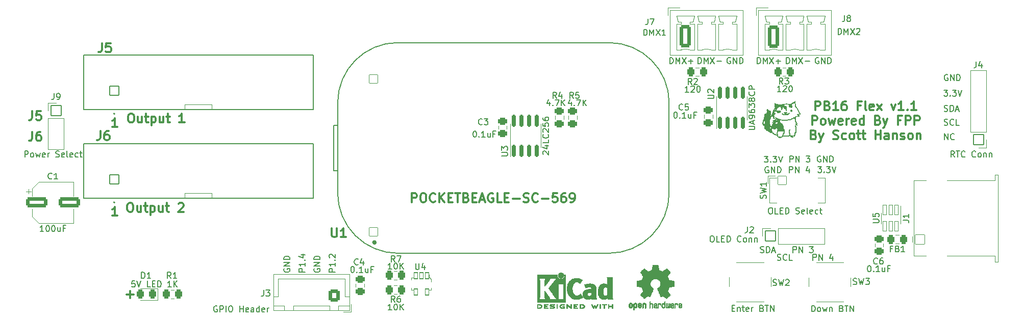
<source format=gbr>
%TF.GenerationSoftware,KiCad,Pcbnew,(6.0.7)*%
%TF.CreationDate,2022-08-24T09:32:17-04:00*%
%TF.ProjectId,PB_16,50425f31-362e-46b6-9963-61645f706362,v1*%
%TF.SameCoordinates,Original*%
%TF.FileFunction,Legend,Top*%
%TF.FilePolarity,Positive*%
%FSLAX46Y46*%
G04 Gerber Fmt 4.6, Leading zero omitted, Abs format (unit mm)*
G04 Created by KiCad (PCBNEW (6.0.7)) date 2022-08-24 09:32:17*
%MOMM*%
%LPD*%
G01*
G04 APERTURE LIST*
G04 Aperture macros list*
%AMRoundRect*
0 Rectangle with rounded corners*
0 $1 Rounding radius*
0 $2 $3 $4 $5 $6 $7 $8 $9 X,Y pos of 4 corners*
0 Add a 4 corners polygon primitive as box body*
4,1,4,$2,$3,$4,$5,$6,$7,$8,$9,$2,$3,0*
0 Add four circle primitives for the rounded corners*
1,1,$1+$1,$2,$3*
1,1,$1+$1,$4,$5*
1,1,$1+$1,$6,$7*
1,1,$1+$1,$8,$9*
0 Add four rect primitives between the rounded corners*
20,1,$1+$1,$2,$3,$4,$5,0*
20,1,$1+$1,$4,$5,$6,$7,0*
20,1,$1+$1,$6,$7,$8,$9,0*
20,1,$1+$1,$8,$9,$2,$3,0*%
G04 Aperture macros list end*
%ADD10C,0.150000*%
%ADD11C,0.300000*%
%ADD12C,0.120000*%
%ADD13C,0.127000*%
%ADD14C,0.200000*%
%ADD15C,0.010000*%
%ADD16C,0.100000*%
%ADD17C,0.304800*%
%ADD18RoundRect,0.301000X-1.500000X-0.550000X1.500000X-0.550000X1.500000X0.550000X-1.500000X0.550000X0*%
%ADD19RoundRect,0.300999X0.325001X0.450001X-0.325001X0.450001X-0.325001X-0.450001X0.325001X-0.450001X0*%
%ADD20RoundRect,0.051000X0.850000X-0.850000X0.850000X0.850000X-0.850000X0.850000X-0.850000X-0.850000X0*%
%ADD21O,1.802000X1.802000*%
%ADD22RoundRect,0.301000X0.600000X0.725000X-0.600000X0.725000X-0.600000X-0.725000X0.600000X-0.725000X0*%
%ADD23O,1.802000X2.052000*%
%ADD24RoundRect,0.051000X0.850000X0.850000X-0.850000X0.850000X-0.850000X-0.850000X0.850000X-0.850000X0*%
%ADD25RoundRect,0.051000X-0.700000X-0.700000X0.700000X-0.700000X0.700000X0.700000X-0.700000X0.700000X0*%
%ADD26C,1.502000*%
%ADD27C,3.302000*%
%ADD28RoundRect,0.300999X-0.450001X0.325001X-0.450001X-0.325001X0.450001X-0.325001X0.450001X0.325001X0*%
%ADD29RoundRect,0.300999X0.450001X-0.325001X0.450001X0.325001X-0.450001X0.325001X-0.450001X-0.325001X0*%
%ADD30RoundRect,0.201000X0.150000X-0.825000X0.150000X0.825000X-0.150000X0.825000X-0.150000X-0.825000X0*%
%ADD31C,2.102000*%
%ADD32RoundRect,0.301000X-0.650000X-1.550000X0.650000X-1.550000X0.650000X1.550000X-0.650000X1.550000X0*%
%ADD33O,1.902000X3.702000*%
%ADD34RoundRect,0.051000X-0.765000X-0.765000X0.765000X-0.765000X0.765000X0.765000X-0.765000X0.765000X0*%
%ADD35C,1.632000*%
%ADD36RoundRect,0.300999X-0.325001X-0.450001X0.325001X-0.450001X0.325001X0.450001X-0.325001X0.450001X0*%
%ADD37RoundRect,0.051000X-0.850000X-0.850000X0.850000X-0.850000X0.850000X0.850000X-0.850000X0.850000X0*%
%ADD38RoundRect,0.051000X0.800000X-0.800000X0.800000X0.800000X-0.800000X0.800000X-0.800000X-0.800000X0*%
%ADD39C,1.702000*%
%ADD40C,3.102000*%
%ADD41RoundRect,0.070000X0.300000X0.525000X-0.300000X0.525000X-0.300000X-0.525000X0.300000X-0.525000X0*%
%ADD42RoundRect,0.051000X0.704000X-0.704000X0.704000X0.704000X-0.704000X0.704000X-0.704000X-0.704000X0*%
%ADD43C,1.510000*%
%ADD44RoundRect,0.051000X-0.325000X0.780000X-0.325000X-0.780000X0.325000X-0.780000X0.325000X0.780000X0*%
G04 APERTURE END LIST*
D10*
X240558587Y-84443240D02*
X241177635Y-84443240D01*
X240844301Y-84824193D01*
X240987158Y-84824193D01*
X241082397Y-84871812D01*
X241130016Y-84919431D01*
X241177635Y-85014669D01*
X241177635Y-85252764D01*
X241130016Y-85348002D01*
X241082397Y-85395621D01*
X240987158Y-85443240D01*
X240701444Y-85443240D01*
X240606206Y-85395621D01*
X240558587Y-85348002D01*
X241606206Y-85348002D02*
X241653825Y-85395621D01*
X241606206Y-85443240D01*
X241558587Y-85395621D01*
X241606206Y-85348002D01*
X241606206Y-85443240D01*
X241987158Y-84443240D02*
X242606206Y-84443240D01*
X242272873Y-84824193D01*
X242415730Y-84824193D01*
X242510968Y-84871812D01*
X242558587Y-84919431D01*
X242606206Y-85014669D01*
X242606206Y-85252764D01*
X242558587Y-85348002D01*
X242510968Y-85395621D01*
X242415730Y-85443240D01*
X242130016Y-85443240D01*
X242034778Y-85395621D01*
X241987158Y-85348002D01*
X242891920Y-84443240D02*
X243225254Y-85443240D01*
X243558587Y-84443240D01*
X240606206Y-90229061D02*
X240749063Y-90276680D01*
X240987159Y-90276680D01*
X241082397Y-90229061D01*
X241130016Y-90181442D01*
X241177635Y-90086204D01*
X241177635Y-89990966D01*
X241130016Y-89895728D01*
X241082397Y-89848109D01*
X240987159Y-89800490D01*
X240796683Y-89752871D01*
X240701444Y-89705252D01*
X240653825Y-89657633D01*
X240606206Y-89562395D01*
X240606206Y-89467157D01*
X240653825Y-89371919D01*
X240701444Y-89324300D01*
X240796683Y-89276680D01*
X241034778Y-89276680D01*
X241177635Y-89324300D01*
X242177635Y-90181442D02*
X242130016Y-90229061D01*
X241987159Y-90276680D01*
X241891921Y-90276680D01*
X241749063Y-90229061D01*
X241653825Y-90133823D01*
X241606206Y-90038585D01*
X241558587Y-89848109D01*
X241558587Y-89705252D01*
X241606206Y-89514776D01*
X241653825Y-89419538D01*
X241749063Y-89324300D01*
X241891921Y-89276680D01*
X241987159Y-89276680D01*
X242130016Y-89324300D01*
X242177635Y-89371919D01*
X243082397Y-90276680D02*
X242606206Y-90276680D01*
X242606206Y-89276680D01*
X240606207Y-87935621D02*
X240749064Y-87983240D01*
X240987159Y-87983240D01*
X241082397Y-87935621D01*
X241130016Y-87888002D01*
X241177635Y-87792764D01*
X241177635Y-87697526D01*
X241130016Y-87602288D01*
X241082397Y-87554669D01*
X240987159Y-87507050D01*
X240796683Y-87459431D01*
X240701445Y-87411812D01*
X240653826Y-87364193D01*
X240606207Y-87268955D01*
X240606207Y-87173717D01*
X240653826Y-87078479D01*
X240701445Y-87030860D01*
X240796683Y-86983240D01*
X241034778Y-86983240D01*
X241177635Y-87030860D01*
X241606207Y-87983240D02*
X241606207Y-86983240D01*
X241844302Y-86983240D01*
X241987159Y-87030860D01*
X242082397Y-87126098D01*
X242130016Y-87221336D01*
X242177635Y-87411812D01*
X242177635Y-87554669D01*
X242130016Y-87745145D01*
X242082397Y-87840383D01*
X241987159Y-87935621D01*
X241844302Y-87983240D01*
X241606207Y-87983240D01*
X242558588Y-87697526D02*
X243034778Y-87697526D01*
X242463350Y-87983240D02*
X242796683Y-86983240D01*
X243130016Y-87983240D01*
X241177635Y-81910860D02*
X241082397Y-81863240D01*
X240939540Y-81863240D01*
X240796682Y-81910860D01*
X240701444Y-82006098D01*
X240653825Y-82101336D01*
X240606206Y-82291812D01*
X240606206Y-82434669D01*
X240653825Y-82625145D01*
X240701444Y-82720383D01*
X240796682Y-82815621D01*
X240939540Y-82863240D01*
X241034778Y-82863240D01*
X241177635Y-82815621D01*
X241225254Y-82768002D01*
X241225254Y-82434669D01*
X241034778Y-82434669D01*
X241653825Y-82863240D02*
X241653825Y-81863240D01*
X242225254Y-82863240D01*
X242225254Y-81863240D01*
X242701444Y-82863240D02*
X242701444Y-81863240D01*
X242939540Y-81863240D01*
X243082397Y-81910860D01*
X243177635Y-82006098D01*
X243225254Y-82101336D01*
X243272873Y-82291812D01*
X243272873Y-82434669D01*
X243225254Y-82625145D01*
X243177635Y-82720383D01*
X243082397Y-82815621D01*
X242939540Y-82863240D01*
X242701444Y-82863240D01*
X240653825Y-92686680D02*
X240653825Y-91686680D01*
X241225254Y-92686680D01*
X241225254Y-91686680D01*
X242272873Y-92591442D02*
X242225254Y-92639061D01*
X242082397Y-92686680D01*
X241987159Y-92686680D01*
X241844301Y-92639061D01*
X241749063Y-92543823D01*
X241701444Y-92448585D01*
X241653825Y-92258109D01*
X241653825Y-92115252D01*
X241701444Y-91924776D01*
X241749063Y-91829538D01*
X241844301Y-91734300D01*
X241987159Y-91686680D01*
X242082397Y-91686680D01*
X242225254Y-91734300D01*
X242272873Y-91781919D01*
X211429255Y-97234960D02*
X211334017Y-97187340D01*
X211191160Y-97187340D01*
X211048302Y-97234960D01*
X210953064Y-97330198D01*
X210905445Y-97425436D01*
X210857826Y-97615912D01*
X210857826Y-97758769D01*
X210905445Y-97949245D01*
X210953064Y-98044483D01*
X211048302Y-98139721D01*
X211191160Y-98187340D01*
X211286398Y-98187340D01*
X211429255Y-98139721D01*
X211476874Y-98092102D01*
X211476874Y-97758769D01*
X211286398Y-97758769D01*
X211905445Y-98187340D02*
X211905445Y-97187340D01*
X212476874Y-98187340D01*
X212476874Y-97187340D01*
X212953064Y-98187340D02*
X212953064Y-97187340D01*
X213191160Y-97187340D01*
X213334017Y-97234960D01*
X213429255Y-97330198D01*
X213476874Y-97425436D01*
X213524493Y-97615912D01*
X213524493Y-97758769D01*
X213476874Y-97949245D01*
X213429255Y-98044483D01*
X213334017Y-98139721D01*
X213191160Y-98187340D01*
X212953064Y-98187340D01*
X219648509Y-97141620D02*
X220267557Y-97141620D01*
X219934223Y-97522573D01*
X220077080Y-97522573D01*
X220172319Y-97570192D01*
X220219938Y-97617811D01*
X220267557Y-97713049D01*
X220267557Y-97951144D01*
X220219938Y-98046382D01*
X220172319Y-98094001D01*
X220077080Y-98141620D01*
X219791366Y-98141620D01*
X219696128Y-98094001D01*
X219648509Y-98046382D01*
X220696128Y-98046382D02*
X220743747Y-98094001D01*
X220696128Y-98141620D01*
X220648509Y-98094001D01*
X220696128Y-98046382D01*
X220696128Y-98141620D01*
X221077080Y-97141620D02*
X221696128Y-97141620D01*
X221362795Y-97522573D01*
X221505652Y-97522573D01*
X221600890Y-97570192D01*
X221648509Y-97617811D01*
X221696128Y-97713049D01*
X221696128Y-97951144D01*
X221648509Y-98046382D01*
X221600890Y-98094001D01*
X221505652Y-98141620D01*
X221219938Y-98141620D01*
X221124700Y-98094001D01*
X221077080Y-98046382D01*
X221981842Y-97141620D02*
X222315176Y-98141620D01*
X222648509Y-97141620D01*
X214981842Y-96391620D02*
X214981842Y-95391620D01*
X215362795Y-95391620D01*
X215458033Y-95439240D01*
X215505652Y-95486859D01*
X215553271Y-95582097D01*
X215553271Y-95724954D01*
X215505652Y-95820192D01*
X215458033Y-95867811D01*
X215362795Y-95915430D01*
X214981842Y-95915430D01*
X215981842Y-96391620D02*
X215981842Y-95391620D01*
X216553271Y-96391620D01*
X216553271Y-95391620D01*
X217696128Y-95391620D02*
X218315176Y-95391620D01*
X217981842Y-95772573D01*
X218124700Y-95772573D01*
X218219938Y-95820192D01*
X218267557Y-95867811D01*
X218315176Y-95963049D01*
X218315176Y-96201144D01*
X218267557Y-96296382D01*
X218219938Y-96344001D01*
X218124700Y-96391620D01*
X217838985Y-96391620D01*
X217743747Y-96344001D01*
X217696128Y-96296382D01*
X210764969Y-95437340D02*
X211384017Y-95437340D01*
X211050683Y-95818293D01*
X211193540Y-95818293D01*
X211288779Y-95865912D01*
X211336398Y-95913531D01*
X211384017Y-96008769D01*
X211384017Y-96246864D01*
X211336398Y-96342102D01*
X211288779Y-96389721D01*
X211193540Y-96437340D01*
X210907826Y-96437340D01*
X210812588Y-96389721D01*
X210764969Y-96342102D01*
X211812588Y-96342102D02*
X211860207Y-96389721D01*
X211812588Y-96437340D01*
X211764969Y-96389721D01*
X211812588Y-96342102D01*
X211812588Y-96437340D01*
X212193540Y-95437340D02*
X212812588Y-95437340D01*
X212479255Y-95818293D01*
X212622112Y-95818293D01*
X212717350Y-95865912D01*
X212764969Y-95913531D01*
X212812588Y-96008769D01*
X212812588Y-96246864D01*
X212764969Y-96342102D01*
X212717350Y-96389721D01*
X212622112Y-96437340D01*
X212336398Y-96437340D01*
X212241160Y-96389721D01*
X212193540Y-96342102D01*
X213098302Y-95437340D02*
X213431636Y-96437340D01*
X213764969Y-95437340D01*
X214931842Y-98141620D02*
X214931842Y-97141620D01*
X215312795Y-97141620D01*
X215408033Y-97189240D01*
X215455652Y-97236859D01*
X215503271Y-97332097D01*
X215503271Y-97474954D01*
X215455652Y-97570192D01*
X215408033Y-97617811D01*
X215312795Y-97665430D01*
X214931842Y-97665430D01*
X215931842Y-98141620D02*
X215931842Y-97141620D01*
X216503271Y-98141620D01*
X216503271Y-97141620D01*
X218169938Y-97474954D02*
X218169938Y-98141620D01*
X217931842Y-97094001D02*
X217693747Y-97808287D01*
X218312795Y-97808287D01*
X220112795Y-95439240D02*
X220017557Y-95391620D01*
X219874700Y-95391620D01*
X219731842Y-95439240D01*
X219636604Y-95534478D01*
X219588985Y-95629716D01*
X219541366Y-95820192D01*
X219541366Y-95963049D01*
X219588985Y-96153525D01*
X219636604Y-96248763D01*
X219731842Y-96344001D01*
X219874700Y-96391620D01*
X219969938Y-96391620D01*
X220112795Y-96344001D01*
X220160414Y-96296382D01*
X220160414Y-95963049D01*
X219969938Y-95963049D01*
X220588985Y-96391620D02*
X220588985Y-95391620D01*
X221160414Y-96391620D01*
X221160414Y-95391620D01*
X221636604Y-96391620D02*
X221636604Y-95391620D01*
X221874700Y-95391620D01*
X222017557Y-95439240D01*
X222112795Y-95534478D01*
X222160414Y-95629716D01*
X222208033Y-95820192D01*
X222208033Y-95963049D01*
X222160414Y-96153525D01*
X222112795Y-96248763D01*
X222017557Y-96344001D01*
X221874700Y-96391620D01*
X221636604Y-96391620D01*
X218829142Y-112720380D02*
X218829142Y-111720380D01*
X219210095Y-111720380D01*
X219305333Y-111768000D01*
X219352952Y-111815619D01*
X219400571Y-111910857D01*
X219400571Y-112053714D01*
X219352952Y-112148952D01*
X219305333Y-112196571D01*
X219210095Y-112244190D01*
X218829142Y-112244190D01*
X219829142Y-112720380D02*
X219829142Y-111720380D01*
X220400571Y-112720380D01*
X220400571Y-111720380D01*
X222067238Y-112053714D02*
X222067238Y-112720380D01*
X221829142Y-111672761D02*
X221591047Y-112387047D01*
X222210095Y-112387047D01*
X212931523Y-112672761D02*
X213074380Y-112720380D01*
X213312476Y-112720380D01*
X213407714Y-112672761D01*
X213455333Y-112625142D01*
X213502952Y-112529904D01*
X213502952Y-112434666D01*
X213455333Y-112339428D01*
X213407714Y-112291809D01*
X213312476Y-112244190D01*
X213122000Y-112196571D01*
X213026761Y-112148952D01*
X212979142Y-112101333D01*
X212931523Y-112006095D01*
X212931523Y-111910857D01*
X212979142Y-111815619D01*
X213026761Y-111768000D01*
X213122000Y-111720380D01*
X213360095Y-111720380D01*
X213502952Y-111768000D01*
X214502952Y-112625142D02*
X214455333Y-112672761D01*
X214312476Y-112720380D01*
X214217238Y-112720380D01*
X214074380Y-112672761D01*
X213979142Y-112577523D01*
X213931523Y-112482285D01*
X213883904Y-112291809D01*
X213883904Y-112148952D01*
X213931523Y-111958476D01*
X213979142Y-111863238D01*
X214074380Y-111768000D01*
X214217238Y-111720380D01*
X214312476Y-111720380D01*
X214455333Y-111768000D01*
X214502952Y-111815619D01*
X215407714Y-112720380D02*
X214931523Y-112720380D01*
X214931523Y-111720380D01*
X215527142Y-111450380D02*
X215527142Y-110450380D01*
X215908095Y-110450380D01*
X216003333Y-110498000D01*
X216050952Y-110545619D01*
X216098571Y-110640857D01*
X216098571Y-110783714D01*
X216050952Y-110878952D01*
X216003333Y-110926571D01*
X215908095Y-110974190D01*
X215527142Y-110974190D01*
X216527142Y-111450380D02*
X216527142Y-110450380D01*
X217098571Y-111450380D01*
X217098571Y-110450380D01*
X218241428Y-110450380D02*
X218860476Y-110450380D01*
X218527142Y-110831333D01*
X218670000Y-110831333D01*
X218765238Y-110878952D01*
X218812857Y-110926571D01*
X218860476Y-111021809D01*
X218860476Y-111259904D01*
X218812857Y-111355142D01*
X218765238Y-111402761D01*
X218670000Y-111450380D01*
X218384285Y-111450380D01*
X218289047Y-111402761D01*
X218241428Y-111355142D01*
X210113714Y-111402761D02*
X210256571Y-111450380D01*
X210494666Y-111450380D01*
X210589904Y-111402761D01*
X210637523Y-111355142D01*
X210685142Y-111259904D01*
X210685142Y-111164666D01*
X210637523Y-111069428D01*
X210589904Y-111021809D01*
X210494666Y-110974190D01*
X210304190Y-110926571D01*
X210208952Y-110878952D01*
X210161333Y-110831333D01*
X210113714Y-110736095D01*
X210113714Y-110640857D01*
X210161333Y-110545619D01*
X210208952Y-110498000D01*
X210304190Y-110450380D01*
X210542285Y-110450380D01*
X210685142Y-110498000D01*
X211113714Y-111450380D02*
X211113714Y-110450380D01*
X211351809Y-110450380D01*
X211494666Y-110498000D01*
X211589904Y-110593238D01*
X211637523Y-110688476D01*
X211685142Y-110878952D01*
X211685142Y-111021809D01*
X211637523Y-111212285D01*
X211589904Y-111307523D01*
X211494666Y-111402761D01*
X211351809Y-111450380D01*
X211113714Y-111450380D01*
X212066095Y-111164666D02*
X212542285Y-111164666D01*
X211970857Y-111450380D02*
X212304190Y-110450380D01*
X212637523Y-111450380D01*
X134531380Y-114658380D02*
X133531380Y-114658380D01*
X133531380Y-114277428D01*
X133579000Y-114182190D01*
X133626619Y-114134571D01*
X133721857Y-114086952D01*
X133864714Y-114086952D01*
X133959952Y-114134571D01*
X134007571Y-114182190D01*
X134055190Y-114277428D01*
X134055190Y-114658380D01*
X134531380Y-113134571D02*
X134531380Y-113706000D01*
X134531380Y-113420285D02*
X133531380Y-113420285D01*
X133674238Y-113515523D01*
X133769476Y-113610761D01*
X133817095Y-113706000D01*
X134436142Y-112706000D02*
X134483761Y-112658380D01*
X134531380Y-112706000D01*
X134483761Y-112753619D01*
X134436142Y-112706000D01*
X134531380Y-112706000D01*
X133864714Y-111801238D02*
X134531380Y-111801238D01*
X133483761Y-112039333D02*
X134198047Y-112277428D01*
X134198047Y-111658380D01*
X131079000Y-114134571D02*
X131031380Y-114229809D01*
X131031380Y-114372667D01*
X131079000Y-114515524D01*
X131174238Y-114610762D01*
X131269476Y-114658381D01*
X131459952Y-114706000D01*
X131602809Y-114706000D01*
X131793285Y-114658381D01*
X131888523Y-114610762D01*
X131983761Y-114515524D01*
X132031380Y-114372667D01*
X132031380Y-114277428D01*
X131983761Y-114134571D01*
X131936142Y-114086952D01*
X131602809Y-114086952D01*
X131602809Y-114277428D01*
X132031380Y-113658381D02*
X131031380Y-113658381D01*
X132031380Y-113086952D01*
X131031380Y-113086952D01*
X132031380Y-112610762D02*
X131031380Y-112610762D01*
X131031380Y-112372667D01*
X131079000Y-112229809D01*
X131174238Y-112134571D01*
X131269476Y-112086952D01*
X131459952Y-112039333D01*
X131602809Y-112039333D01*
X131793285Y-112086952D01*
X131888523Y-112134571D01*
X131983761Y-112229809D01*
X132031380Y-112372667D01*
X132031380Y-112610762D01*
X136079000Y-114134571D02*
X136031380Y-114229809D01*
X136031380Y-114372667D01*
X136079000Y-114515524D01*
X136174238Y-114610762D01*
X136269476Y-114658381D01*
X136459952Y-114706000D01*
X136602809Y-114706000D01*
X136793285Y-114658381D01*
X136888523Y-114610762D01*
X136983761Y-114515524D01*
X137031380Y-114372667D01*
X137031380Y-114277428D01*
X136983761Y-114134571D01*
X136936142Y-114086952D01*
X136602809Y-114086952D01*
X136602809Y-114277428D01*
X137031380Y-113658381D02*
X136031380Y-113658381D01*
X137031380Y-113086952D01*
X136031380Y-113086952D01*
X137031380Y-112610762D02*
X136031380Y-112610762D01*
X136031380Y-112372667D01*
X136079000Y-112229809D01*
X136174238Y-112134571D01*
X136269476Y-112086952D01*
X136459952Y-112039333D01*
X136602809Y-112039333D01*
X136793285Y-112086952D01*
X136888523Y-112134571D01*
X136983761Y-112229809D01*
X137031380Y-112372667D01*
X137031380Y-112610762D01*
X205130495Y-79078200D02*
X205035257Y-79030580D01*
X204892400Y-79030580D01*
X204749542Y-79078200D01*
X204654304Y-79173438D01*
X204606685Y-79268676D01*
X204559066Y-79459152D01*
X204559066Y-79602009D01*
X204606685Y-79792485D01*
X204654304Y-79887723D01*
X204749542Y-79982961D01*
X204892400Y-80030580D01*
X204987638Y-80030580D01*
X205130495Y-79982961D01*
X205178114Y-79935342D01*
X205178114Y-79602009D01*
X204987638Y-79602009D01*
X205606685Y-80030580D02*
X205606685Y-79030580D01*
X206178114Y-80030580D01*
X206178114Y-79030580D01*
X206654304Y-80030580D02*
X206654304Y-79030580D01*
X206892400Y-79030580D01*
X207035257Y-79078200D01*
X207130495Y-79173438D01*
X207178114Y-79268676D01*
X207225733Y-79459152D01*
X207225733Y-79602009D01*
X207178114Y-79792485D01*
X207130495Y-79887723D01*
X207035257Y-79982961D01*
X206892400Y-80030580D01*
X206654304Y-80030580D01*
X199772828Y-80030580D02*
X199772828Y-79030580D01*
X200010923Y-79030580D01*
X200153780Y-79078200D01*
X200249019Y-79173438D01*
X200296638Y-79268676D01*
X200344257Y-79459152D01*
X200344257Y-79602009D01*
X200296638Y-79792485D01*
X200249019Y-79887723D01*
X200153780Y-79982961D01*
X200010923Y-80030580D01*
X199772828Y-80030580D01*
X200772828Y-80030580D02*
X200772828Y-79030580D01*
X201106161Y-79744866D01*
X201439495Y-79030580D01*
X201439495Y-80030580D01*
X201820447Y-79030580D02*
X202487114Y-80030580D01*
X202487114Y-79030580D02*
X201820447Y-80030580D01*
X202868066Y-79649628D02*
X203629971Y-79649628D01*
D11*
X89289000Y-91380571D02*
X89289000Y-92452000D01*
X89217571Y-92666285D01*
X89074714Y-92809142D01*
X88860428Y-92880571D01*
X88717571Y-92880571D01*
X90646142Y-91380571D02*
X90360428Y-91380571D01*
X90217571Y-91452000D01*
X90146142Y-91523428D01*
X90003285Y-91737714D01*
X89931857Y-92023428D01*
X89931857Y-92594857D01*
X90003285Y-92737714D01*
X90074714Y-92809142D01*
X90217571Y-92880571D01*
X90503285Y-92880571D01*
X90646142Y-92809142D01*
X90717571Y-92737714D01*
X90789000Y-92594857D01*
X90789000Y-92237714D01*
X90717571Y-92094857D01*
X90646142Y-92023428D01*
X90503285Y-91952000D01*
X90217571Y-91952000D01*
X90074714Y-92023428D01*
X90003285Y-92094857D01*
X89931857Y-92237714D01*
X103425571Y-90594571D02*
X102568428Y-90594571D01*
X102997000Y-90594571D02*
X102997000Y-89094571D01*
X102854142Y-89308857D01*
X102711285Y-89451714D01*
X102568428Y-89523142D01*
D10*
X195073828Y-80030580D02*
X195073828Y-79030580D01*
X195311923Y-79030580D01*
X195454780Y-79078200D01*
X195550019Y-79173438D01*
X195597638Y-79268676D01*
X195645257Y-79459152D01*
X195645257Y-79602009D01*
X195597638Y-79792485D01*
X195550019Y-79887723D01*
X195454780Y-79982961D01*
X195311923Y-80030580D01*
X195073828Y-80030580D01*
X196073828Y-80030580D02*
X196073828Y-79030580D01*
X196407161Y-79744866D01*
X196740495Y-79030580D01*
X196740495Y-80030580D01*
X197121447Y-79030580D02*
X197788114Y-80030580D01*
X197788114Y-79030580D02*
X197121447Y-80030580D01*
X198169066Y-79649628D02*
X198930971Y-79649628D01*
X198550019Y-80030580D02*
X198550019Y-79268676D01*
D11*
X104940171Y-118420342D02*
X106083028Y-118420342D01*
X105511600Y-118991771D02*
X105511600Y-117848914D01*
D10*
X139531380Y-114658380D02*
X138531380Y-114658380D01*
X138531380Y-114277428D01*
X138579000Y-114182190D01*
X138626619Y-114134571D01*
X138721857Y-114086952D01*
X138864714Y-114086952D01*
X138959952Y-114134571D01*
X139007571Y-114182190D01*
X139055190Y-114277428D01*
X139055190Y-114658380D01*
X139531380Y-113134571D02*
X139531380Y-113706000D01*
X139531380Y-113420285D02*
X138531380Y-113420285D01*
X138674238Y-113515523D01*
X138769476Y-113610761D01*
X138817095Y-113706000D01*
X139436142Y-112706000D02*
X139483761Y-112658380D01*
X139531380Y-112706000D01*
X139483761Y-112753619D01*
X139436142Y-112706000D01*
X139531380Y-112706000D01*
X138626619Y-112277428D02*
X138579000Y-112229809D01*
X138531380Y-112134571D01*
X138531380Y-111896476D01*
X138579000Y-111801238D01*
X138626619Y-111753619D01*
X138721857Y-111706000D01*
X138817095Y-111706000D01*
X138959952Y-111753619D01*
X139531380Y-112325047D01*
X139531380Y-111706000D01*
D11*
X219226857Y-87798571D02*
X219226857Y-86298571D01*
X219798285Y-86298571D01*
X219941142Y-86370000D01*
X220012571Y-86441428D01*
X220084000Y-86584285D01*
X220084000Y-86798571D01*
X220012571Y-86941428D01*
X219941142Y-87012857D01*
X219798285Y-87084285D01*
X219226857Y-87084285D01*
X221226857Y-87012857D02*
X221441142Y-87084285D01*
X221512571Y-87155714D01*
X221584000Y-87298571D01*
X221584000Y-87512857D01*
X221512571Y-87655714D01*
X221441142Y-87727142D01*
X221298285Y-87798571D01*
X220726857Y-87798571D01*
X220726857Y-86298571D01*
X221226857Y-86298571D01*
X221369714Y-86370000D01*
X221441142Y-86441428D01*
X221512571Y-86584285D01*
X221512571Y-86727142D01*
X221441142Y-86870000D01*
X221369714Y-86941428D01*
X221226857Y-87012857D01*
X220726857Y-87012857D01*
X223012571Y-87798571D02*
X222155428Y-87798571D01*
X222584000Y-87798571D02*
X222584000Y-86298571D01*
X222441142Y-86512857D01*
X222298285Y-86655714D01*
X222155428Y-86727142D01*
X224298285Y-86298571D02*
X224012571Y-86298571D01*
X223869714Y-86370000D01*
X223798285Y-86441428D01*
X223655428Y-86655714D01*
X223584000Y-86941428D01*
X223584000Y-87512857D01*
X223655428Y-87655714D01*
X223726857Y-87727142D01*
X223869714Y-87798571D01*
X224155428Y-87798571D01*
X224298285Y-87727142D01*
X224369714Y-87655714D01*
X224441142Y-87512857D01*
X224441142Y-87155714D01*
X224369714Y-87012857D01*
X224298285Y-86941428D01*
X224155428Y-86870000D01*
X223869714Y-86870000D01*
X223726857Y-86941428D01*
X223655428Y-87012857D01*
X223584000Y-87155714D01*
X226726857Y-87012857D02*
X226226857Y-87012857D01*
X226226857Y-87798571D02*
X226226857Y-86298571D01*
X226941142Y-86298571D01*
X227726857Y-87798571D02*
X227584000Y-87727142D01*
X227512571Y-87584285D01*
X227512571Y-86298571D01*
X228869714Y-87727142D02*
X228726857Y-87798571D01*
X228441142Y-87798571D01*
X228298285Y-87727142D01*
X228226857Y-87584285D01*
X228226857Y-87012857D01*
X228298285Y-86870000D01*
X228441142Y-86798571D01*
X228726857Y-86798571D01*
X228869714Y-86870000D01*
X228941142Y-87012857D01*
X228941142Y-87155714D01*
X228226857Y-87298571D01*
X229441142Y-87798571D02*
X230226857Y-86798571D01*
X229441142Y-86798571D02*
X230226857Y-87798571D01*
X231798285Y-86798571D02*
X232155428Y-87798571D01*
X232512571Y-86798571D01*
X233869714Y-87798571D02*
X233012571Y-87798571D01*
X233441142Y-87798571D02*
X233441142Y-86298571D01*
X233298285Y-86512857D01*
X233155428Y-86655714D01*
X233012571Y-86727142D01*
X234512571Y-87655714D02*
X234584000Y-87727142D01*
X234512571Y-87798571D01*
X234441142Y-87727142D01*
X234512571Y-87655714D01*
X234512571Y-87798571D01*
X236012571Y-87798571D02*
X235155428Y-87798571D01*
X235584000Y-87798571D02*
X235584000Y-86298571D01*
X235441142Y-86512857D01*
X235298285Y-86655714D01*
X235155428Y-86727142D01*
X218691142Y-90213571D02*
X218691142Y-88713571D01*
X219262571Y-88713571D01*
X219405428Y-88785000D01*
X219476857Y-88856428D01*
X219548285Y-88999285D01*
X219548285Y-89213571D01*
X219476857Y-89356428D01*
X219405428Y-89427857D01*
X219262571Y-89499285D01*
X218691142Y-89499285D01*
X220405428Y-90213571D02*
X220262571Y-90142142D01*
X220191142Y-90070714D01*
X220119714Y-89927857D01*
X220119714Y-89499285D01*
X220191142Y-89356428D01*
X220262571Y-89285000D01*
X220405428Y-89213571D01*
X220619714Y-89213571D01*
X220762571Y-89285000D01*
X220834000Y-89356428D01*
X220905428Y-89499285D01*
X220905428Y-89927857D01*
X220834000Y-90070714D01*
X220762571Y-90142142D01*
X220619714Y-90213571D01*
X220405428Y-90213571D01*
X221405428Y-89213571D02*
X221691142Y-90213571D01*
X221976857Y-89499285D01*
X222262571Y-90213571D01*
X222548285Y-89213571D01*
X223691142Y-90142142D02*
X223548285Y-90213571D01*
X223262571Y-90213571D01*
X223119714Y-90142142D01*
X223048285Y-89999285D01*
X223048285Y-89427857D01*
X223119714Y-89285000D01*
X223262571Y-89213571D01*
X223548285Y-89213571D01*
X223691142Y-89285000D01*
X223762571Y-89427857D01*
X223762571Y-89570714D01*
X223048285Y-89713571D01*
X224405428Y-90213571D02*
X224405428Y-89213571D01*
X224405428Y-89499285D02*
X224476857Y-89356428D01*
X224548285Y-89285000D01*
X224691142Y-89213571D01*
X224834000Y-89213571D01*
X225905428Y-90142142D02*
X225762571Y-90213571D01*
X225476857Y-90213571D01*
X225334000Y-90142142D01*
X225262571Y-89999285D01*
X225262571Y-89427857D01*
X225334000Y-89285000D01*
X225476857Y-89213571D01*
X225762571Y-89213571D01*
X225905428Y-89285000D01*
X225976857Y-89427857D01*
X225976857Y-89570714D01*
X225262571Y-89713571D01*
X227262571Y-90213571D02*
X227262571Y-88713571D01*
X227262571Y-90142142D02*
X227119714Y-90213571D01*
X226834000Y-90213571D01*
X226691142Y-90142142D01*
X226619714Y-90070714D01*
X226548285Y-89927857D01*
X226548285Y-89499285D01*
X226619714Y-89356428D01*
X226691142Y-89285000D01*
X226834000Y-89213571D01*
X227119714Y-89213571D01*
X227262571Y-89285000D01*
X229619714Y-89427857D02*
X229834000Y-89499285D01*
X229905428Y-89570714D01*
X229976857Y-89713571D01*
X229976857Y-89927857D01*
X229905428Y-90070714D01*
X229834000Y-90142142D01*
X229691142Y-90213571D01*
X229119714Y-90213571D01*
X229119714Y-88713571D01*
X229619714Y-88713571D01*
X229762571Y-88785000D01*
X229834000Y-88856428D01*
X229905428Y-88999285D01*
X229905428Y-89142142D01*
X229834000Y-89285000D01*
X229762571Y-89356428D01*
X229619714Y-89427857D01*
X229119714Y-89427857D01*
X230476857Y-89213571D02*
X230834000Y-90213571D01*
X231191142Y-89213571D02*
X230834000Y-90213571D01*
X230691142Y-90570714D01*
X230619714Y-90642142D01*
X230476857Y-90713571D01*
X233405428Y-89427857D02*
X232905428Y-89427857D01*
X232905428Y-90213571D02*
X232905428Y-88713571D01*
X233619714Y-88713571D01*
X234191142Y-90213571D02*
X234191142Y-88713571D01*
X234762571Y-88713571D01*
X234905428Y-88785000D01*
X234976857Y-88856428D01*
X235048285Y-88999285D01*
X235048285Y-89213571D01*
X234976857Y-89356428D01*
X234905428Y-89427857D01*
X234762571Y-89499285D01*
X234191142Y-89499285D01*
X235691142Y-90213571D02*
X235691142Y-88713571D01*
X236262571Y-88713571D01*
X236405428Y-88785000D01*
X236476857Y-88856428D01*
X236548285Y-88999285D01*
X236548285Y-89213571D01*
X236476857Y-89356428D01*
X236405428Y-89427857D01*
X236262571Y-89499285D01*
X235691142Y-89499285D01*
X218976857Y-91842857D02*
X219191142Y-91914285D01*
X219262571Y-91985714D01*
X219334000Y-92128571D01*
X219334000Y-92342857D01*
X219262571Y-92485714D01*
X219191142Y-92557142D01*
X219048285Y-92628571D01*
X218476857Y-92628571D01*
X218476857Y-91128571D01*
X218976857Y-91128571D01*
X219119714Y-91200000D01*
X219191142Y-91271428D01*
X219262571Y-91414285D01*
X219262571Y-91557142D01*
X219191142Y-91700000D01*
X219119714Y-91771428D01*
X218976857Y-91842857D01*
X218476857Y-91842857D01*
X219834000Y-91628571D02*
X220191142Y-92628571D01*
X220548285Y-91628571D02*
X220191142Y-92628571D01*
X220048285Y-92985714D01*
X219976857Y-93057142D01*
X219834000Y-93128571D01*
X222191142Y-92557142D02*
X222405428Y-92628571D01*
X222762571Y-92628571D01*
X222905428Y-92557142D01*
X222976857Y-92485714D01*
X223048285Y-92342857D01*
X223048285Y-92200000D01*
X222976857Y-92057142D01*
X222905428Y-91985714D01*
X222762571Y-91914285D01*
X222476857Y-91842857D01*
X222334000Y-91771428D01*
X222262571Y-91700000D01*
X222191142Y-91557142D01*
X222191142Y-91414285D01*
X222262571Y-91271428D01*
X222334000Y-91200000D01*
X222476857Y-91128571D01*
X222834000Y-91128571D01*
X223048285Y-91200000D01*
X224334000Y-92557142D02*
X224191142Y-92628571D01*
X223905428Y-92628571D01*
X223762571Y-92557142D01*
X223691142Y-92485714D01*
X223619714Y-92342857D01*
X223619714Y-91914285D01*
X223691142Y-91771428D01*
X223762571Y-91700000D01*
X223905428Y-91628571D01*
X224191142Y-91628571D01*
X224334000Y-91700000D01*
X225191142Y-92628571D02*
X225048285Y-92557142D01*
X224976857Y-92485714D01*
X224905428Y-92342857D01*
X224905428Y-91914285D01*
X224976857Y-91771428D01*
X225048285Y-91700000D01*
X225191142Y-91628571D01*
X225405428Y-91628571D01*
X225548285Y-91700000D01*
X225619714Y-91771428D01*
X225691142Y-91914285D01*
X225691142Y-92342857D01*
X225619714Y-92485714D01*
X225548285Y-92557142D01*
X225405428Y-92628571D01*
X225191142Y-92628571D01*
X226119714Y-91628571D02*
X226691142Y-91628571D01*
X226334000Y-91128571D02*
X226334000Y-92414285D01*
X226405428Y-92557142D01*
X226548285Y-92628571D01*
X226691142Y-92628571D01*
X226976857Y-91628571D02*
X227548285Y-91628571D01*
X227191142Y-91128571D02*
X227191142Y-92414285D01*
X227262571Y-92557142D01*
X227405428Y-92628571D01*
X227548285Y-92628571D01*
X229191142Y-92628571D02*
X229191142Y-91128571D01*
X229191142Y-91842857D02*
X230048285Y-91842857D01*
X230048285Y-92628571D02*
X230048285Y-91128571D01*
X231405428Y-92628571D02*
X231405428Y-91842857D01*
X231334000Y-91700000D01*
X231191142Y-91628571D01*
X230905428Y-91628571D01*
X230762571Y-91700000D01*
X231405428Y-92557142D02*
X231262571Y-92628571D01*
X230905428Y-92628571D01*
X230762571Y-92557142D01*
X230691142Y-92414285D01*
X230691142Y-92271428D01*
X230762571Y-92128571D01*
X230905428Y-92057142D01*
X231262571Y-92057142D01*
X231405428Y-91985714D01*
X232119714Y-91628571D02*
X232119714Y-92628571D01*
X232119714Y-91771428D02*
X232191142Y-91700000D01*
X232334000Y-91628571D01*
X232548285Y-91628571D01*
X232691142Y-91700000D01*
X232762571Y-91842857D01*
X232762571Y-92628571D01*
X233405428Y-92557142D02*
X233548285Y-92628571D01*
X233834000Y-92628571D01*
X233976857Y-92557142D01*
X234048285Y-92414285D01*
X234048285Y-92342857D01*
X233976857Y-92200000D01*
X233834000Y-92128571D01*
X233619714Y-92128571D01*
X233476857Y-92057142D01*
X233405428Y-91914285D01*
X233405428Y-91842857D01*
X233476857Y-91700000D01*
X233619714Y-91628571D01*
X233834000Y-91628571D01*
X233976857Y-91700000D01*
X234905428Y-92628571D02*
X234762571Y-92557142D01*
X234691142Y-92485714D01*
X234619714Y-92342857D01*
X234619714Y-91914285D01*
X234691142Y-91771428D01*
X234762571Y-91700000D01*
X234905428Y-91628571D01*
X235119714Y-91628571D01*
X235262571Y-91700000D01*
X235334000Y-91771428D01*
X235405428Y-91914285D01*
X235405428Y-92342857D01*
X235334000Y-92485714D01*
X235262571Y-92557142D01*
X235119714Y-92628571D01*
X234905428Y-92628571D01*
X236048285Y-91628571D02*
X236048285Y-92628571D01*
X236048285Y-91771428D02*
X236119714Y-91700000D01*
X236262571Y-91628571D01*
X236476857Y-91628571D01*
X236619714Y-91700000D01*
X236691142Y-91842857D01*
X236691142Y-92628571D01*
D10*
X214403228Y-80030580D02*
X214403228Y-79030580D01*
X214641323Y-79030580D01*
X214784180Y-79078200D01*
X214879419Y-79173438D01*
X214927038Y-79268676D01*
X214974657Y-79459152D01*
X214974657Y-79602009D01*
X214927038Y-79792485D01*
X214879419Y-79887723D01*
X214784180Y-79982961D01*
X214641323Y-80030580D01*
X214403228Y-80030580D01*
X215403228Y-80030580D02*
X215403228Y-79030580D01*
X215736561Y-79744866D01*
X216069895Y-79030580D01*
X216069895Y-80030580D01*
X216450847Y-79030580D02*
X217117514Y-80030580D01*
X217117514Y-79030580D02*
X216450847Y-80030580D01*
X217498466Y-79649628D02*
X218260371Y-79649628D01*
X219760895Y-79078200D02*
X219665657Y-79030580D01*
X219522800Y-79030580D01*
X219379942Y-79078200D01*
X219284704Y-79173438D01*
X219237085Y-79268676D01*
X219189466Y-79459152D01*
X219189466Y-79602009D01*
X219237085Y-79792485D01*
X219284704Y-79887723D01*
X219379942Y-79982961D01*
X219522800Y-80030580D01*
X219618038Y-80030580D01*
X219760895Y-79982961D01*
X219808514Y-79935342D01*
X219808514Y-79602009D01*
X219618038Y-79602009D01*
X220237085Y-80030580D02*
X220237085Y-79030580D01*
X220808514Y-80030580D01*
X220808514Y-79030580D01*
X221284704Y-80030580D02*
X221284704Y-79030580D01*
X221522800Y-79030580D01*
X221665657Y-79078200D01*
X221760895Y-79173438D01*
X221808514Y-79268676D01*
X221856133Y-79459152D01*
X221856133Y-79602009D01*
X221808514Y-79792485D01*
X221760895Y-79887723D01*
X221665657Y-79982961D01*
X221522800Y-80030580D01*
X221284704Y-80030580D01*
X209577228Y-80030580D02*
X209577228Y-79030580D01*
X209815323Y-79030580D01*
X209958180Y-79078200D01*
X210053419Y-79173438D01*
X210101038Y-79268676D01*
X210148657Y-79459152D01*
X210148657Y-79602009D01*
X210101038Y-79792485D01*
X210053419Y-79887723D01*
X209958180Y-79982961D01*
X209815323Y-80030580D01*
X209577228Y-80030580D01*
X210577228Y-80030580D02*
X210577228Y-79030580D01*
X210910561Y-79744866D01*
X211243895Y-79030580D01*
X211243895Y-80030580D01*
X211624847Y-79030580D02*
X212291514Y-80030580D01*
X212291514Y-79030580D02*
X211624847Y-80030580D01*
X212672466Y-79649628D02*
X213434371Y-79649628D01*
X213053419Y-80030580D02*
X213053419Y-79268676D01*
D11*
X103425571Y-105326571D02*
X102568428Y-105326571D01*
X102997000Y-105326571D02*
X102997000Y-103826571D01*
X102854142Y-104040857D01*
X102711285Y-104183714D01*
X102568428Y-104255142D01*
X89289000Y-87951571D02*
X89289000Y-89023000D01*
X89217571Y-89237285D01*
X89074714Y-89380142D01*
X88860428Y-89451571D01*
X88717571Y-89451571D01*
X90717571Y-87951571D02*
X90003285Y-87951571D01*
X89931857Y-88665857D01*
X90003285Y-88594428D01*
X90146142Y-88523000D01*
X90503285Y-88523000D01*
X90646142Y-88594428D01*
X90717571Y-88665857D01*
X90789000Y-88808714D01*
X90789000Y-89165857D01*
X90717571Y-89308714D01*
X90646142Y-89380142D01*
X90503285Y-89451571D01*
X90146142Y-89451571D01*
X90003285Y-89380142D01*
X89931857Y-89308714D01*
D10*
%TO.C,C1*%
X92543333Y-99131142D02*
X92495714Y-99178761D01*
X92352857Y-99226380D01*
X92257619Y-99226380D01*
X92114761Y-99178761D01*
X92019523Y-99083523D01*
X91971904Y-98988285D01*
X91924285Y-98797809D01*
X91924285Y-98654952D01*
X91971904Y-98464476D01*
X92019523Y-98369238D01*
X92114761Y-98274000D01*
X92257619Y-98226380D01*
X92352857Y-98226380D01*
X92495714Y-98274000D01*
X92543333Y-98321619D01*
X93495714Y-99226380D02*
X92924285Y-99226380D01*
X93210000Y-99226380D02*
X93210000Y-98226380D01*
X93114761Y-98369238D01*
X93019523Y-98464476D01*
X92924285Y-98512095D01*
X91162380Y-107926380D02*
X90590952Y-107926380D01*
X90876666Y-107926380D02*
X90876666Y-106926380D01*
X90781428Y-107069238D01*
X90686190Y-107164476D01*
X90590952Y-107212095D01*
X91781428Y-106926380D02*
X91876666Y-106926380D01*
X91971904Y-106974000D01*
X92019523Y-107021619D01*
X92067142Y-107116857D01*
X92114761Y-107307333D01*
X92114761Y-107545428D01*
X92067142Y-107735904D01*
X92019523Y-107831142D01*
X91971904Y-107878761D01*
X91876666Y-107926380D01*
X91781428Y-107926380D01*
X91686190Y-107878761D01*
X91638571Y-107831142D01*
X91590952Y-107735904D01*
X91543333Y-107545428D01*
X91543333Y-107307333D01*
X91590952Y-107116857D01*
X91638571Y-107021619D01*
X91686190Y-106974000D01*
X91781428Y-106926380D01*
X92733809Y-106926380D02*
X92829047Y-106926380D01*
X92924285Y-106974000D01*
X92971904Y-107021619D01*
X93019523Y-107116857D01*
X93067142Y-107307333D01*
X93067142Y-107545428D01*
X93019523Y-107735904D01*
X92971904Y-107831142D01*
X92924285Y-107878761D01*
X92829047Y-107926380D01*
X92733809Y-107926380D01*
X92638571Y-107878761D01*
X92590952Y-107831142D01*
X92543333Y-107735904D01*
X92495714Y-107545428D01*
X92495714Y-107307333D01*
X92543333Y-107116857D01*
X92590952Y-107021619D01*
X92638571Y-106974000D01*
X92733809Y-106926380D01*
X93924285Y-107259714D02*
X93924285Y-107926380D01*
X93495714Y-107259714D02*
X93495714Y-107783523D01*
X93543333Y-107878761D01*
X93638571Y-107926380D01*
X93781428Y-107926380D01*
X93876666Y-107878761D01*
X93924285Y-107831142D01*
X94733809Y-107402571D02*
X94400476Y-107402571D01*
X94400476Y-107926380D02*
X94400476Y-106926380D01*
X94876666Y-106926380D01*
%TO.C,D1*%
X107415104Y-115717580D02*
X107415104Y-114717580D01*
X107653200Y-114717580D01*
X107796057Y-114765200D01*
X107891295Y-114860438D01*
X107938914Y-114955676D01*
X107986533Y-115146152D01*
X107986533Y-115289009D01*
X107938914Y-115479485D01*
X107891295Y-115574723D01*
X107796057Y-115669961D01*
X107653200Y-115717580D01*
X107415104Y-115717580D01*
X108938914Y-115717580D02*
X108367485Y-115717580D01*
X108653200Y-115717580D02*
X108653200Y-114717580D01*
X108557961Y-114860438D01*
X108462723Y-114955676D01*
X108367485Y-115003295D01*
X106300828Y-116166380D02*
X105824638Y-116166380D01*
X105777019Y-116642571D01*
X105824638Y-116594952D01*
X105919876Y-116547333D01*
X106157971Y-116547333D01*
X106253209Y-116594952D01*
X106300828Y-116642571D01*
X106348447Y-116737809D01*
X106348447Y-116975904D01*
X106300828Y-117071142D01*
X106253209Y-117118761D01*
X106157971Y-117166380D01*
X105919876Y-117166380D01*
X105824638Y-117118761D01*
X105777019Y-117071142D01*
X106634161Y-116166380D02*
X106967495Y-117166380D01*
X107300828Y-116166380D01*
X108872257Y-117166380D02*
X108396066Y-117166380D01*
X108396066Y-116166380D01*
X109205590Y-116642571D02*
X109538923Y-116642571D01*
X109681780Y-117166380D02*
X109205590Y-117166380D01*
X109205590Y-116166380D01*
X109681780Y-116166380D01*
X110110352Y-117166380D02*
X110110352Y-116166380D01*
X110348447Y-116166380D01*
X110491304Y-116214000D01*
X110586542Y-116309238D01*
X110634161Y-116404476D01*
X110681780Y-116594952D01*
X110681780Y-116737809D01*
X110634161Y-116928285D01*
X110586542Y-117023523D01*
X110491304Y-117118761D01*
X110348447Y-117166380D01*
X110110352Y-117166380D01*
%TO.C,J2*%
X207951866Y-107164380D02*
X207951866Y-107878666D01*
X207904247Y-108021523D01*
X207809009Y-108116761D01*
X207666152Y-108164380D01*
X207570914Y-108164380D01*
X208380438Y-107259619D02*
X208428057Y-107212000D01*
X208523295Y-107164380D01*
X208761390Y-107164380D01*
X208856628Y-107212000D01*
X208904247Y-107259619D01*
X208951866Y-107354857D01*
X208951866Y-107450095D01*
X208904247Y-107592952D01*
X208332819Y-108164380D01*
X208951866Y-108164380D01*
X201994723Y-108664380D02*
X202185200Y-108664380D01*
X202280438Y-108712000D01*
X202375676Y-108807238D01*
X202423295Y-108997714D01*
X202423295Y-109331047D01*
X202375676Y-109521523D01*
X202280438Y-109616761D01*
X202185200Y-109664380D01*
X201994723Y-109664380D01*
X201899485Y-109616761D01*
X201804247Y-109521523D01*
X201756628Y-109331047D01*
X201756628Y-108997714D01*
X201804247Y-108807238D01*
X201899485Y-108712000D01*
X201994723Y-108664380D01*
X203328057Y-109664380D02*
X202851866Y-109664380D01*
X202851866Y-108664380D01*
X203661390Y-109140571D02*
X203994723Y-109140571D01*
X204137580Y-109664380D02*
X203661390Y-109664380D01*
X203661390Y-108664380D01*
X204137580Y-108664380D01*
X204566152Y-109664380D02*
X204566152Y-108664380D01*
X204804247Y-108664380D01*
X204947104Y-108712000D01*
X205042342Y-108807238D01*
X205089961Y-108902476D01*
X205137580Y-109092952D01*
X205137580Y-109235809D01*
X205089961Y-109426285D01*
X205042342Y-109521523D01*
X204947104Y-109616761D01*
X204804247Y-109664380D01*
X204566152Y-109664380D01*
X206899485Y-109569142D02*
X206851866Y-109616761D01*
X206709009Y-109664380D01*
X206613771Y-109664380D01*
X206470914Y-109616761D01*
X206375676Y-109521523D01*
X206328057Y-109426285D01*
X206280438Y-109235809D01*
X206280438Y-109092952D01*
X206328057Y-108902476D01*
X206375676Y-108807238D01*
X206470914Y-108712000D01*
X206613771Y-108664380D01*
X206709009Y-108664380D01*
X206851866Y-108712000D01*
X206899485Y-108759619D01*
X207470914Y-109664380D02*
X207375676Y-109616761D01*
X207328057Y-109569142D01*
X207280438Y-109473904D01*
X207280438Y-109188190D01*
X207328057Y-109092952D01*
X207375676Y-109045333D01*
X207470914Y-108997714D01*
X207613771Y-108997714D01*
X207709009Y-109045333D01*
X207756628Y-109092952D01*
X207804247Y-109188190D01*
X207804247Y-109473904D01*
X207756628Y-109569142D01*
X207709009Y-109616761D01*
X207613771Y-109664380D01*
X207470914Y-109664380D01*
X208232819Y-108997714D02*
X208232819Y-109664380D01*
X208232819Y-109092952D02*
X208280438Y-109045333D01*
X208375676Y-108997714D01*
X208518533Y-108997714D01*
X208613771Y-109045333D01*
X208661390Y-109140571D01*
X208661390Y-109664380D01*
X209137580Y-108997714D02*
X209137580Y-109664380D01*
X209137580Y-109092952D02*
X209185200Y-109045333D01*
X209280438Y-108997714D01*
X209423295Y-108997714D01*
X209518533Y-109045333D01*
X209566152Y-109140571D01*
X209566152Y-109664380D01*
%TO.C,J3*%
X127682666Y-117689380D02*
X127682666Y-118403666D01*
X127635047Y-118546523D01*
X127539809Y-118641761D01*
X127396952Y-118689380D01*
X127301714Y-118689380D01*
X128063619Y-117689380D02*
X128682666Y-117689380D01*
X128349333Y-118070333D01*
X128492190Y-118070333D01*
X128587428Y-118117952D01*
X128635047Y-118165571D01*
X128682666Y-118260809D01*
X128682666Y-118498904D01*
X128635047Y-118594142D01*
X128587428Y-118641761D01*
X128492190Y-118689380D01*
X128206476Y-118689380D01*
X128111238Y-118641761D01*
X128063619Y-118594142D01*
X119950409Y-120353200D02*
X119855171Y-120305580D01*
X119712314Y-120305580D01*
X119569457Y-120353200D01*
X119474219Y-120448438D01*
X119426600Y-120543676D01*
X119378980Y-120734152D01*
X119378980Y-120877009D01*
X119426600Y-121067485D01*
X119474219Y-121162723D01*
X119569457Y-121257961D01*
X119712314Y-121305580D01*
X119807552Y-121305580D01*
X119950409Y-121257961D01*
X119998028Y-121210342D01*
X119998028Y-120877009D01*
X119807552Y-120877009D01*
X120426600Y-121305580D02*
X120426600Y-120305580D01*
X120807552Y-120305580D01*
X120902790Y-120353200D01*
X120950409Y-120400819D01*
X120998028Y-120496057D01*
X120998028Y-120638914D01*
X120950409Y-120734152D01*
X120902790Y-120781771D01*
X120807552Y-120829390D01*
X120426600Y-120829390D01*
X121426600Y-121305580D02*
X121426600Y-120305580D01*
X122093266Y-120305580D02*
X122283742Y-120305580D01*
X122378980Y-120353200D01*
X122474219Y-120448438D01*
X122521838Y-120638914D01*
X122521838Y-120972247D01*
X122474219Y-121162723D01*
X122378980Y-121257961D01*
X122283742Y-121305580D01*
X122093266Y-121305580D01*
X121998028Y-121257961D01*
X121902790Y-121162723D01*
X121855171Y-120972247D01*
X121855171Y-120638914D01*
X121902790Y-120448438D01*
X121998028Y-120353200D01*
X122093266Y-120305580D01*
X123712314Y-121305580D02*
X123712314Y-120305580D01*
X123712314Y-120781771D02*
X124283742Y-120781771D01*
X124283742Y-121305580D02*
X124283742Y-120305580D01*
X125140885Y-121257961D02*
X125045647Y-121305580D01*
X124855171Y-121305580D01*
X124759933Y-121257961D01*
X124712314Y-121162723D01*
X124712314Y-120781771D01*
X124759933Y-120686533D01*
X124855171Y-120638914D01*
X125045647Y-120638914D01*
X125140885Y-120686533D01*
X125188504Y-120781771D01*
X125188504Y-120877009D01*
X124712314Y-120972247D01*
X126045647Y-121305580D02*
X126045647Y-120781771D01*
X125998028Y-120686533D01*
X125902790Y-120638914D01*
X125712314Y-120638914D01*
X125617076Y-120686533D01*
X126045647Y-121257961D02*
X125950409Y-121305580D01*
X125712314Y-121305580D01*
X125617076Y-121257961D01*
X125569457Y-121162723D01*
X125569457Y-121067485D01*
X125617076Y-120972247D01*
X125712314Y-120924628D01*
X125950409Y-120924628D01*
X126045647Y-120877009D01*
X126950409Y-121305580D02*
X126950409Y-120305580D01*
X126950409Y-121257961D02*
X126855171Y-121305580D01*
X126664695Y-121305580D01*
X126569457Y-121257961D01*
X126521838Y-121210342D01*
X126474219Y-121115104D01*
X126474219Y-120829390D01*
X126521838Y-120734152D01*
X126569457Y-120686533D01*
X126664695Y-120638914D01*
X126855171Y-120638914D01*
X126950409Y-120686533D01*
X127807552Y-121257961D02*
X127712314Y-121305580D01*
X127521838Y-121305580D01*
X127426600Y-121257961D01*
X127378980Y-121162723D01*
X127378980Y-120781771D01*
X127426600Y-120686533D01*
X127521838Y-120638914D01*
X127712314Y-120638914D01*
X127807552Y-120686533D01*
X127855171Y-120781771D01*
X127855171Y-120877009D01*
X127378980Y-120972247D01*
X128283742Y-121305580D02*
X128283742Y-120638914D01*
X128283742Y-120829390D02*
X128331361Y-120734152D01*
X128378980Y-120686533D01*
X128474219Y-120638914D01*
X128569457Y-120638914D01*
%TO.C,J4*%
X245919666Y-79716380D02*
X245919666Y-80430666D01*
X245872047Y-80573523D01*
X245776809Y-80668761D01*
X245633952Y-80716380D01*
X245538714Y-80716380D01*
X246824428Y-80049714D02*
X246824428Y-80716380D01*
X246586333Y-79668761D02*
X246348238Y-80383047D01*
X246967285Y-80383047D01*
X242300476Y-95575380D02*
X241967142Y-95099190D01*
X241729047Y-95575380D02*
X241729047Y-94575380D01*
X242110000Y-94575380D01*
X242205238Y-94623000D01*
X242252857Y-94670619D01*
X242300476Y-94765857D01*
X242300476Y-94908714D01*
X242252857Y-95003952D01*
X242205238Y-95051571D01*
X242110000Y-95099190D01*
X241729047Y-95099190D01*
X242586190Y-94575380D02*
X243157619Y-94575380D01*
X242871904Y-95575380D02*
X242871904Y-94575380D01*
X244062380Y-95480142D02*
X244014761Y-95527761D01*
X243871904Y-95575380D01*
X243776666Y-95575380D01*
X243633809Y-95527761D01*
X243538571Y-95432523D01*
X243490952Y-95337285D01*
X243443333Y-95146809D01*
X243443333Y-95003952D01*
X243490952Y-94813476D01*
X243538571Y-94718238D01*
X243633809Y-94623000D01*
X243776666Y-94575380D01*
X243871904Y-94575380D01*
X244014761Y-94623000D01*
X244062380Y-94670619D01*
X245824285Y-95480142D02*
X245776666Y-95527761D01*
X245633809Y-95575380D01*
X245538571Y-95575380D01*
X245395714Y-95527761D01*
X245300476Y-95432523D01*
X245252857Y-95337285D01*
X245205238Y-95146809D01*
X245205238Y-95003952D01*
X245252857Y-94813476D01*
X245300476Y-94718238D01*
X245395714Y-94623000D01*
X245538571Y-94575380D01*
X245633809Y-94575380D01*
X245776666Y-94623000D01*
X245824285Y-94670619D01*
X246395714Y-95575380D02*
X246300476Y-95527761D01*
X246252857Y-95480142D01*
X246205238Y-95384904D01*
X246205238Y-95099190D01*
X246252857Y-95003952D01*
X246300476Y-94956333D01*
X246395714Y-94908714D01*
X246538571Y-94908714D01*
X246633809Y-94956333D01*
X246681428Y-95003952D01*
X246729047Y-95099190D01*
X246729047Y-95384904D01*
X246681428Y-95480142D01*
X246633809Y-95527761D01*
X246538571Y-95575380D01*
X246395714Y-95575380D01*
X247157619Y-94908714D02*
X247157619Y-95575380D01*
X247157619Y-95003952D02*
X247205238Y-94956333D01*
X247300476Y-94908714D01*
X247443333Y-94908714D01*
X247538571Y-94956333D01*
X247586190Y-95051571D01*
X247586190Y-95575380D01*
X248062380Y-94908714D02*
X248062380Y-95575380D01*
X248062380Y-95003952D02*
X248110000Y-94956333D01*
X248205238Y-94908714D01*
X248348095Y-94908714D01*
X248443333Y-94956333D01*
X248490952Y-95051571D01*
X248490952Y-95575380D01*
%TO.C,SW1*%
X211010361Y-102449733D02*
X211057980Y-102306876D01*
X211057980Y-102068780D01*
X211010361Y-101973542D01*
X210962742Y-101925923D01*
X210867504Y-101878304D01*
X210772266Y-101878304D01*
X210677028Y-101925923D01*
X210629409Y-101973542D01*
X210581790Y-102068780D01*
X210534171Y-102259257D01*
X210486552Y-102354495D01*
X210438933Y-102402114D01*
X210343695Y-102449733D01*
X210248457Y-102449733D01*
X210153219Y-102402114D01*
X210105600Y-102354495D01*
X210057980Y-102259257D01*
X210057980Y-102021161D01*
X210105600Y-101878304D01*
X210057980Y-101544971D02*
X211057980Y-101306876D01*
X210343695Y-101116400D01*
X211057980Y-100925923D01*
X210057980Y-100687828D01*
X211057980Y-99783066D02*
X211057980Y-100354495D01*
X211057980Y-100068780D02*
X210057980Y-100068780D01*
X210200838Y-100164019D01*
X210296076Y-100259257D01*
X210343695Y-100354495D01*
X211706342Y-103998780D02*
X211896819Y-103998780D01*
X211992057Y-104046400D01*
X212087295Y-104141638D01*
X212134914Y-104332114D01*
X212134914Y-104665447D01*
X212087295Y-104855923D01*
X211992057Y-104951161D01*
X211896819Y-104998780D01*
X211706342Y-104998780D01*
X211611104Y-104951161D01*
X211515866Y-104855923D01*
X211468247Y-104665447D01*
X211468247Y-104332114D01*
X211515866Y-104141638D01*
X211611104Y-104046400D01*
X211706342Y-103998780D01*
X213039676Y-104998780D02*
X212563485Y-104998780D01*
X212563485Y-103998780D01*
X213373009Y-104474971D02*
X213706342Y-104474971D01*
X213849200Y-104998780D02*
X213373009Y-104998780D01*
X213373009Y-103998780D01*
X213849200Y-103998780D01*
X214277771Y-104998780D02*
X214277771Y-103998780D01*
X214515866Y-103998780D01*
X214658723Y-104046400D01*
X214753961Y-104141638D01*
X214801580Y-104236876D01*
X214849200Y-104427352D01*
X214849200Y-104570209D01*
X214801580Y-104760685D01*
X214753961Y-104855923D01*
X214658723Y-104951161D01*
X214515866Y-104998780D01*
X214277771Y-104998780D01*
X215992057Y-104951161D02*
X216134914Y-104998780D01*
X216373009Y-104998780D01*
X216468247Y-104951161D01*
X216515866Y-104903542D01*
X216563485Y-104808304D01*
X216563485Y-104713066D01*
X216515866Y-104617828D01*
X216468247Y-104570209D01*
X216373009Y-104522590D01*
X216182533Y-104474971D01*
X216087295Y-104427352D01*
X216039676Y-104379733D01*
X215992057Y-104284495D01*
X215992057Y-104189257D01*
X216039676Y-104094019D01*
X216087295Y-104046400D01*
X216182533Y-103998780D01*
X216420628Y-103998780D01*
X216563485Y-104046400D01*
X217373009Y-104951161D02*
X217277771Y-104998780D01*
X217087295Y-104998780D01*
X216992057Y-104951161D01*
X216944438Y-104855923D01*
X216944438Y-104474971D01*
X216992057Y-104379733D01*
X217087295Y-104332114D01*
X217277771Y-104332114D01*
X217373009Y-104379733D01*
X217420628Y-104474971D01*
X217420628Y-104570209D01*
X216944438Y-104665447D01*
X217992057Y-104998780D02*
X217896819Y-104951161D01*
X217849200Y-104855923D01*
X217849200Y-103998780D01*
X218753961Y-104951161D02*
X218658723Y-104998780D01*
X218468247Y-104998780D01*
X218373009Y-104951161D01*
X218325390Y-104855923D01*
X218325390Y-104474971D01*
X218373009Y-104379733D01*
X218468247Y-104332114D01*
X218658723Y-104332114D01*
X218753961Y-104379733D01*
X218801580Y-104474971D01*
X218801580Y-104570209D01*
X218325390Y-104665447D01*
X219658723Y-104951161D02*
X219563485Y-104998780D01*
X219373009Y-104998780D01*
X219277771Y-104951161D01*
X219230152Y-104903542D01*
X219182533Y-104808304D01*
X219182533Y-104522590D01*
X219230152Y-104427352D01*
X219277771Y-104379733D01*
X219373009Y-104332114D01*
X219563485Y-104332114D01*
X219658723Y-104379733D01*
X219944438Y-104332114D02*
X220325390Y-104332114D01*
X220087295Y-103998780D02*
X220087295Y-104855923D01*
X220134914Y-104951161D01*
X220230152Y-104998780D01*
X220325390Y-104998780D01*
%TO.C,R4*%
X176257833Y-85805380D02*
X175924500Y-85329190D01*
X175686404Y-85805380D02*
X175686404Y-84805380D01*
X176067357Y-84805380D01*
X176162595Y-84853000D01*
X176210214Y-84900619D01*
X176257833Y-84995857D01*
X176257833Y-85138714D01*
X176210214Y-85233952D01*
X176162595Y-85281571D01*
X176067357Y-85329190D01*
X175686404Y-85329190D01*
X177114976Y-85138714D02*
X177114976Y-85805380D01*
X176876880Y-84757761D02*
X176638785Y-85472047D01*
X177257833Y-85472047D01*
X175146690Y-86370614D02*
X175146690Y-87037280D01*
X174908595Y-85989661D02*
X174670500Y-86703947D01*
X175289547Y-86703947D01*
X175670500Y-86942042D02*
X175718119Y-86989661D01*
X175670500Y-87037280D01*
X175622880Y-86989661D01*
X175670500Y-86942042D01*
X175670500Y-87037280D01*
X176051452Y-86037280D02*
X176718119Y-86037280D01*
X176289547Y-87037280D01*
X177099071Y-87037280D02*
X177099071Y-86037280D01*
X177670500Y-87037280D02*
X177241928Y-86465852D01*
X177670500Y-86037280D02*
X177099071Y-86608709D01*
%TO.C,R5*%
X179064533Y-85818080D02*
X178731200Y-85341890D01*
X178493104Y-85818080D02*
X178493104Y-84818080D01*
X178874057Y-84818080D01*
X178969295Y-84865700D01*
X179016914Y-84913319D01*
X179064533Y-85008557D01*
X179064533Y-85151414D01*
X179016914Y-85246652D01*
X178969295Y-85294271D01*
X178874057Y-85341890D01*
X178493104Y-85341890D01*
X179969295Y-84818080D02*
X179493104Y-84818080D01*
X179445485Y-85294271D01*
X179493104Y-85246652D01*
X179588342Y-85199033D01*
X179826438Y-85199033D01*
X179921676Y-85246652D01*
X179969295Y-85294271D01*
X180016914Y-85389509D01*
X180016914Y-85627604D01*
X179969295Y-85722842D01*
X179921676Y-85770461D01*
X179826438Y-85818080D01*
X179588342Y-85818080D01*
X179493104Y-85770461D01*
X179445485Y-85722842D01*
X178715390Y-86370614D02*
X178715390Y-87037280D01*
X178477295Y-85989661D02*
X178239200Y-86703947D01*
X178858247Y-86703947D01*
X179239200Y-86942042D02*
X179286819Y-86989661D01*
X179239200Y-87037280D01*
X179191580Y-86989661D01*
X179239200Y-86942042D01*
X179239200Y-87037280D01*
X179620152Y-86037280D02*
X180286819Y-86037280D01*
X179858247Y-87037280D01*
X180667771Y-87037280D02*
X180667771Y-86037280D01*
X181239200Y-87037280D02*
X180810628Y-86465852D01*
X181239200Y-86037280D02*
X180667771Y-86608709D01*
%TO.C,C3*%
X163951533Y-90104342D02*
X163903914Y-90151961D01*
X163761057Y-90199580D01*
X163665819Y-90199580D01*
X163522961Y-90151961D01*
X163427723Y-90056723D01*
X163380104Y-89961485D01*
X163332485Y-89771009D01*
X163332485Y-89628152D01*
X163380104Y-89437676D01*
X163427723Y-89342438D01*
X163522961Y-89247200D01*
X163665819Y-89199580D01*
X163761057Y-89199580D01*
X163903914Y-89247200D01*
X163951533Y-89294819D01*
X164284866Y-89199580D02*
X164903914Y-89199580D01*
X164570580Y-89580533D01*
X164713438Y-89580533D01*
X164808676Y-89628152D01*
X164856295Y-89675771D01*
X164903914Y-89771009D01*
X164903914Y-90009104D01*
X164856295Y-90104342D01*
X164808676Y-90151961D01*
X164713438Y-90199580D01*
X164427723Y-90199580D01*
X164332485Y-90151961D01*
X164284866Y-90104342D01*
X162653142Y-91256980D02*
X162748380Y-91256980D01*
X162843619Y-91304600D01*
X162891238Y-91352219D01*
X162938857Y-91447457D01*
X162986476Y-91637933D01*
X162986476Y-91876028D01*
X162938857Y-92066504D01*
X162891238Y-92161742D01*
X162843619Y-92209361D01*
X162748380Y-92256980D01*
X162653142Y-92256980D01*
X162557904Y-92209361D01*
X162510285Y-92161742D01*
X162462666Y-92066504D01*
X162415047Y-91876028D01*
X162415047Y-91637933D01*
X162462666Y-91447457D01*
X162510285Y-91352219D01*
X162557904Y-91304600D01*
X162653142Y-91256980D01*
X163415047Y-92161742D02*
X163462666Y-92209361D01*
X163415047Y-92256980D01*
X163367428Y-92209361D01*
X163415047Y-92161742D01*
X163415047Y-92256980D01*
X164415047Y-92256980D02*
X163843619Y-92256980D01*
X164129333Y-92256980D02*
X164129333Y-91256980D01*
X164034095Y-91399838D01*
X163938857Y-91495076D01*
X163843619Y-91542695D01*
X165272190Y-91590314D02*
X165272190Y-92256980D01*
X164843619Y-91590314D02*
X164843619Y-92114123D01*
X164891238Y-92209361D01*
X164986476Y-92256980D01*
X165129333Y-92256980D01*
X165224571Y-92209361D01*
X165272190Y-92161742D01*
X166081714Y-91733171D02*
X165748380Y-91733171D01*
X165748380Y-92256980D02*
X165748380Y-91256980D01*
X166224571Y-91256980D01*
%TO.C,U3*%
X167151980Y-95385904D02*
X167961504Y-95385904D01*
X168056742Y-95338285D01*
X168104361Y-95290666D01*
X168151980Y-95195428D01*
X168151980Y-95004952D01*
X168104361Y-94909714D01*
X168056742Y-94862095D01*
X167961504Y-94814476D01*
X167151980Y-94814476D01*
X167151980Y-94433523D02*
X167151980Y-93814476D01*
X167532933Y-94147809D01*
X167532933Y-94004952D01*
X167580552Y-93909714D01*
X167628171Y-93862095D01*
X167723409Y-93814476D01*
X167961504Y-93814476D01*
X168056742Y-93862095D01*
X168104361Y-93909714D01*
X168151980Y-94004952D01*
X168151980Y-94290666D01*
X168104361Y-94385904D01*
X168056742Y-94433523D01*
X174076219Y-95128438D02*
X174028600Y-95080819D01*
X173980980Y-94985580D01*
X173980980Y-94747485D01*
X174028600Y-94652247D01*
X174076219Y-94604628D01*
X174171457Y-94557009D01*
X174266695Y-94557009D01*
X174409552Y-94604628D01*
X174980980Y-95176057D01*
X174980980Y-94557009D01*
X174314314Y-93699866D02*
X174980980Y-93699866D01*
X173933361Y-93937961D02*
X174647647Y-94176057D01*
X174647647Y-93557009D01*
X174980980Y-92699866D02*
X174980980Y-93176057D01*
X173980980Y-93176057D01*
X174885742Y-91795104D02*
X174933361Y-91842723D01*
X174980980Y-91985580D01*
X174980980Y-92080819D01*
X174933361Y-92223676D01*
X174838123Y-92318914D01*
X174742885Y-92366533D01*
X174552409Y-92414152D01*
X174409552Y-92414152D01*
X174219076Y-92366533D01*
X174123838Y-92318914D01*
X174028600Y-92223676D01*
X173980980Y-92080819D01*
X173980980Y-91985580D01*
X174028600Y-91842723D01*
X174076219Y-91795104D01*
X174076219Y-91414152D02*
X174028600Y-91366533D01*
X173980980Y-91271295D01*
X173980980Y-91033200D01*
X174028600Y-90937961D01*
X174076219Y-90890342D01*
X174171457Y-90842723D01*
X174266695Y-90842723D01*
X174409552Y-90890342D01*
X174980980Y-91461771D01*
X174980980Y-90842723D01*
X173980980Y-89937961D02*
X173980980Y-90414152D01*
X174457171Y-90461771D01*
X174409552Y-90414152D01*
X174361933Y-90318914D01*
X174361933Y-90080819D01*
X174409552Y-89985580D01*
X174457171Y-89937961D01*
X174552409Y-89890342D01*
X174790504Y-89890342D01*
X174885742Y-89937961D01*
X174933361Y-89985580D01*
X174980980Y-90080819D01*
X174980980Y-90318914D01*
X174933361Y-90414152D01*
X174885742Y-90461771D01*
X173980980Y-89033200D02*
X173980980Y-89223676D01*
X174028600Y-89318914D01*
X174076219Y-89366533D01*
X174219076Y-89461771D01*
X174409552Y-89509390D01*
X174790504Y-89509390D01*
X174885742Y-89461771D01*
X174933361Y-89414152D01*
X174980980Y-89318914D01*
X174980980Y-89128438D01*
X174933361Y-89033200D01*
X174885742Y-88985580D01*
X174790504Y-88937961D01*
X174552409Y-88937961D01*
X174457171Y-88985580D01*
X174409552Y-89033200D01*
X174361933Y-89128438D01*
X174361933Y-89318914D01*
X174409552Y-89414152D01*
X174457171Y-89461771D01*
X174552409Y-89509390D01*
%TO.C,SW3*%
X225517766Y-116688861D02*
X225660623Y-116736480D01*
X225898719Y-116736480D01*
X225993957Y-116688861D01*
X226041576Y-116641242D01*
X226089195Y-116546004D01*
X226089195Y-116450766D01*
X226041576Y-116355528D01*
X225993957Y-116307909D01*
X225898719Y-116260290D01*
X225708242Y-116212671D01*
X225613004Y-116165052D01*
X225565385Y-116117433D01*
X225517766Y-116022195D01*
X225517766Y-115926957D01*
X225565385Y-115831719D01*
X225613004Y-115784100D01*
X225708242Y-115736480D01*
X225946338Y-115736480D01*
X226089195Y-115784100D01*
X226422528Y-115736480D02*
X226660623Y-116736480D01*
X226851100Y-116022195D01*
X227041576Y-116736480D01*
X227279671Y-115736480D01*
X227565385Y-115736480D02*
X228184433Y-115736480D01*
X227851100Y-116117433D01*
X227993957Y-116117433D01*
X228089195Y-116165052D01*
X228136814Y-116212671D01*
X228184433Y-116307909D01*
X228184433Y-116546004D01*
X228136814Y-116641242D01*
X228089195Y-116688861D01*
X227993957Y-116736480D01*
X227708242Y-116736480D01*
X227613004Y-116688861D01*
X227565385Y-116641242D01*
X218624909Y-121236480D02*
X218624909Y-120236480D01*
X218863004Y-120236480D01*
X219005861Y-120284100D01*
X219101100Y-120379338D01*
X219148719Y-120474576D01*
X219196338Y-120665052D01*
X219196338Y-120807909D01*
X219148719Y-120998385D01*
X219101100Y-121093623D01*
X219005861Y-121188861D01*
X218863004Y-121236480D01*
X218624909Y-121236480D01*
X219767766Y-121236480D02*
X219672528Y-121188861D01*
X219624909Y-121141242D01*
X219577290Y-121046004D01*
X219577290Y-120760290D01*
X219624909Y-120665052D01*
X219672528Y-120617433D01*
X219767766Y-120569814D01*
X219910623Y-120569814D01*
X220005861Y-120617433D01*
X220053480Y-120665052D01*
X220101100Y-120760290D01*
X220101100Y-121046004D01*
X220053480Y-121141242D01*
X220005861Y-121188861D01*
X219910623Y-121236480D01*
X219767766Y-121236480D01*
X220434433Y-120569814D02*
X220624909Y-121236480D01*
X220815385Y-120760290D01*
X221005861Y-121236480D01*
X221196338Y-120569814D01*
X221577290Y-120569814D02*
X221577290Y-121236480D01*
X221577290Y-120665052D02*
X221624909Y-120617433D01*
X221720147Y-120569814D01*
X221863004Y-120569814D01*
X221958242Y-120617433D01*
X222005861Y-120712671D01*
X222005861Y-121236480D01*
X223577290Y-120712671D02*
X223720147Y-120760290D01*
X223767766Y-120807909D01*
X223815385Y-120903147D01*
X223815385Y-121046004D01*
X223767766Y-121141242D01*
X223720147Y-121188861D01*
X223624909Y-121236480D01*
X223243957Y-121236480D01*
X223243957Y-120236480D01*
X223577290Y-120236480D01*
X223672528Y-120284100D01*
X223720147Y-120331719D01*
X223767766Y-120426957D01*
X223767766Y-120522195D01*
X223720147Y-120617433D01*
X223672528Y-120665052D01*
X223577290Y-120712671D01*
X223243957Y-120712671D01*
X224101100Y-120236480D02*
X224672528Y-120236480D01*
X224386814Y-121236480D02*
X224386814Y-120236480D01*
X225005861Y-121236480D02*
X225005861Y-120236480D01*
X225577290Y-121236480D01*
X225577290Y-120236480D01*
%TO.C,R1*%
X112304533Y-115717580D02*
X111971200Y-115241390D01*
X111733104Y-115717580D02*
X111733104Y-114717580D01*
X112114057Y-114717580D01*
X112209295Y-114765200D01*
X112256914Y-114812819D01*
X112304533Y-114908057D01*
X112304533Y-115050914D01*
X112256914Y-115146152D01*
X112209295Y-115193771D01*
X112114057Y-115241390D01*
X111733104Y-115241390D01*
X113256914Y-115717580D02*
X112685485Y-115717580D01*
X112971200Y-115717580D02*
X112971200Y-114717580D01*
X112875961Y-114860438D01*
X112780723Y-114955676D01*
X112685485Y-115003295D01*
X112333114Y-117166380D02*
X111761685Y-117166380D01*
X112047400Y-117166380D02*
X112047400Y-116166380D01*
X111952161Y-116309238D01*
X111856923Y-116404476D01*
X111761685Y-116452095D01*
X112761685Y-117166380D02*
X112761685Y-116166380D01*
X113333114Y-117166380D02*
X112904542Y-116594952D01*
X113333114Y-116166380D02*
X112761685Y-116737809D01*
%TO.C,SW2*%
X212203066Y-116866161D02*
X212345923Y-116913780D01*
X212584019Y-116913780D01*
X212679257Y-116866161D01*
X212726876Y-116818542D01*
X212774495Y-116723304D01*
X212774495Y-116628066D01*
X212726876Y-116532828D01*
X212679257Y-116485209D01*
X212584019Y-116437590D01*
X212393542Y-116389971D01*
X212298304Y-116342352D01*
X212250685Y-116294733D01*
X212203066Y-116199495D01*
X212203066Y-116104257D01*
X212250685Y-116009019D01*
X212298304Y-115961400D01*
X212393542Y-115913780D01*
X212631638Y-115913780D01*
X212774495Y-115961400D01*
X213107828Y-115913780D02*
X213345923Y-116913780D01*
X213536400Y-116199495D01*
X213726876Y-116913780D01*
X213964971Y-115913780D01*
X214298304Y-116009019D02*
X214345923Y-115961400D01*
X214441161Y-115913780D01*
X214679257Y-115913780D01*
X214774495Y-115961400D01*
X214822114Y-116009019D01*
X214869733Y-116104257D01*
X214869733Y-116199495D01*
X214822114Y-116342352D01*
X214250685Y-116913780D01*
X214869733Y-116913780D01*
X205404209Y-120699971D02*
X205737542Y-120699971D01*
X205880400Y-121223780D02*
X205404209Y-121223780D01*
X205404209Y-120223780D01*
X205880400Y-120223780D01*
X206308971Y-120557114D02*
X206308971Y-121223780D01*
X206308971Y-120652352D02*
X206356590Y-120604733D01*
X206451828Y-120557114D01*
X206594685Y-120557114D01*
X206689923Y-120604733D01*
X206737542Y-120699971D01*
X206737542Y-121223780D01*
X207070876Y-120557114D02*
X207451828Y-120557114D01*
X207213733Y-120223780D02*
X207213733Y-121080923D01*
X207261352Y-121176161D01*
X207356590Y-121223780D01*
X207451828Y-121223780D01*
X208166114Y-121176161D02*
X208070876Y-121223780D01*
X207880400Y-121223780D01*
X207785161Y-121176161D01*
X207737542Y-121080923D01*
X207737542Y-120699971D01*
X207785161Y-120604733D01*
X207880400Y-120557114D01*
X208070876Y-120557114D01*
X208166114Y-120604733D01*
X208213733Y-120699971D01*
X208213733Y-120795209D01*
X207737542Y-120890447D01*
X208642304Y-121223780D02*
X208642304Y-120557114D01*
X208642304Y-120747590D02*
X208689923Y-120652352D01*
X208737542Y-120604733D01*
X208832780Y-120557114D01*
X208928019Y-120557114D01*
X210356590Y-120699971D02*
X210499447Y-120747590D01*
X210547066Y-120795209D01*
X210594685Y-120890447D01*
X210594685Y-121033304D01*
X210547066Y-121128542D01*
X210499447Y-121176161D01*
X210404209Y-121223780D01*
X210023257Y-121223780D01*
X210023257Y-120223780D01*
X210356590Y-120223780D01*
X210451828Y-120271400D01*
X210499447Y-120319019D01*
X210547066Y-120414257D01*
X210547066Y-120509495D01*
X210499447Y-120604733D01*
X210451828Y-120652352D01*
X210356590Y-120699971D01*
X210023257Y-120699971D01*
X210880400Y-120223780D02*
X211451828Y-120223780D01*
X211166114Y-121223780D02*
X211166114Y-120223780D01*
X211785161Y-121223780D02*
X211785161Y-120223780D01*
X212356590Y-121223780D01*
X212356590Y-120223780D01*
%TO.C,J7*%
X191436666Y-72578980D02*
X191436666Y-73293266D01*
X191389047Y-73436123D01*
X191293809Y-73531361D01*
X191150952Y-73578980D01*
X191055714Y-73578980D01*
X191817619Y-72578980D02*
X192484285Y-72578980D01*
X192055714Y-73578980D01*
X190746285Y-75356980D02*
X190746285Y-74356980D01*
X190984380Y-74356980D01*
X191127238Y-74404600D01*
X191222476Y-74499838D01*
X191270095Y-74595076D01*
X191317714Y-74785552D01*
X191317714Y-74928409D01*
X191270095Y-75118885D01*
X191222476Y-75214123D01*
X191127238Y-75309361D01*
X190984380Y-75356980D01*
X190746285Y-75356980D01*
X191746285Y-75356980D02*
X191746285Y-74356980D01*
X192079619Y-75071266D01*
X192412952Y-74356980D01*
X192412952Y-75356980D01*
X192793904Y-74356980D02*
X193460571Y-75356980D01*
X193460571Y-74356980D02*
X192793904Y-75356980D01*
X194365333Y-75356980D02*
X193793904Y-75356980D01*
X194079619Y-75356980D02*
X194079619Y-74356980D01*
X193984380Y-74499838D01*
X193889142Y-74595076D01*
X193793904Y-74642695D01*
D11*
%TO.C,J6*%
X100592000Y-91253571D02*
X100592000Y-92325000D01*
X100520571Y-92539285D01*
X100377714Y-92682142D01*
X100163428Y-92753571D01*
X100020571Y-92753571D01*
X101949142Y-91253571D02*
X101663428Y-91253571D01*
X101520571Y-91325000D01*
X101449142Y-91396428D01*
X101306285Y-91610714D01*
X101234857Y-91896428D01*
X101234857Y-92467857D01*
X101306285Y-92610714D01*
X101377714Y-92682142D01*
X101520571Y-92753571D01*
X101806285Y-92753571D01*
X101949142Y-92682142D01*
X102020571Y-92610714D01*
X102092000Y-92467857D01*
X102092000Y-92110714D01*
X102020571Y-91967857D01*
X101949142Y-91896428D01*
X101806285Y-91825000D01*
X101520571Y-91825000D01*
X101377714Y-91896428D01*
X101306285Y-91967857D01*
X101234857Y-92110714D01*
X105406571Y-103191571D02*
X105692285Y-103191571D01*
X105835142Y-103263000D01*
X105978000Y-103405857D01*
X106049428Y-103691571D01*
X106049428Y-104191571D01*
X105978000Y-104477285D01*
X105835142Y-104620142D01*
X105692285Y-104691571D01*
X105406571Y-104691571D01*
X105263714Y-104620142D01*
X105120857Y-104477285D01*
X105049428Y-104191571D01*
X105049428Y-103691571D01*
X105120857Y-103405857D01*
X105263714Y-103263000D01*
X105406571Y-103191571D01*
X107335142Y-103691571D02*
X107335142Y-104691571D01*
X106692285Y-103691571D02*
X106692285Y-104477285D01*
X106763714Y-104620142D01*
X106906571Y-104691571D01*
X107120857Y-104691571D01*
X107263714Y-104620142D01*
X107335142Y-104548714D01*
X107835142Y-103691571D02*
X108406571Y-103691571D01*
X108049428Y-103191571D02*
X108049428Y-104477285D01*
X108120857Y-104620142D01*
X108263714Y-104691571D01*
X108406571Y-104691571D01*
X108906571Y-103691571D02*
X108906571Y-105191571D01*
X108906571Y-103763000D02*
X109049428Y-103691571D01*
X109335142Y-103691571D01*
X109478000Y-103763000D01*
X109549428Y-103834428D01*
X109620857Y-103977285D01*
X109620857Y-104405857D01*
X109549428Y-104548714D01*
X109478000Y-104620142D01*
X109335142Y-104691571D01*
X109049428Y-104691571D01*
X108906571Y-104620142D01*
X110906571Y-103691571D02*
X110906571Y-104691571D01*
X110263714Y-103691571D02*
X110263714Y-104477285D01*
X110335142Y-104620142D01*
X110478000Y-104691571D01*
X110692285Y-104691571D01*
X110835142Y-104620142D01*
X110906571Y-104548714D01*
X111406571Y-103691571D02*
X111978000Y-103691571D01*
X111620857Y-103191571D02*
X111620857Y-104477285D01*
X111692285Y-104620142D01*
X111835142Y-104691571D01*
X111978000Y-104691571D01*
X113549428Y-103334428D02*
X113620857Y-103263000D01*
X113763714Y-103191571D01*
X114120857Y-103191571D01*
X114263714Y-103263000D01*
X114335142Y-103334428D01*
X114406571Y-103477285D01*
X114406571Y-103620142D01*
X114335142Y-103834428D01*
X113478000Y-104691571D01*
X114406571Y-104691571D01*
%TO.C,J5*%
X100846000Y-76648571D02*
X100846000Y-77720000D01*
X100774571Y-77934285D01*
X100631714Y-78077142D01*
X100417428Y-78148571D01*
X100274571Y-78148571D01*
X102274571Y-76648571D02*
X101560285Y-76648571D01*
X101488857Y-77362857D01*
X101560285Y-77291428D01*
X101703142Y-77220000D01*
X102060285Y-77220000D01*
X102203142Y-77291428D01*
X102274571Y-77362857D01*
X102346000Y-77505714D01*
X102346000Y-77862857D01*
X102274571Y-78005714D01*
X102203142Y-78077142D01*
X102060285Y-78148571D01*
X101703142Y-78148571D01*
X101560285Y-78077142D01*
X101488857Y-78005714D01*
X105533571Y-88332571D02*
X105819285Y-88332571D01*
X105962142Y-88404000D01*
X106105000Y-88546857D01*
X106176428Y-88832571D01*
X106176428Y-89332571D01*
X106105000Y-89618285D01*
X105962142Y-89761142D01*
X105819285Y-89832571D01*
X105533571Y-89832571D01*
X105390714Y-89761142D01*
X105247857Y-89618285D01*
X105176428Y-89332571D01*
X105176428Y-88832571D01*
X105247857Y-88546857D01*
X105390714Y-88404000D01*
X105533571Y-88332571D01*
X107462142Y-88832571D02*
X107462142Y-89832571D01*
X106819285Y-88832571D02*
X106819285Y-89618285D01*
X106890714Y-89761142D01*
X107033571Y-89832571D01*
X107247857Y-89832571D01*
X107390714Y-89761142D01*
X107462142Y-89689714D01*
X107962142Y-88832571D02*
X108533571Y-88832571D01*
X108176428Y-88332571D02*
X108176428Y-89618285D01*
X108247857Y-89761142D01*
X108390714Y-89832571D01*
X108533571Y-89832571D01*
X109033571Y-88832571D02*
X109033571Y-90332571D01*
X109033571Y-88904000D02*
X109176428Y-88832571D01*
X109462142Y-88832571D01*
X109605000Y-88904000D01*
X109676428Y-88975428D01*
X109747857Y-89118285D01*
X109747857Y-89546857D01*
X109676428Y-89689714D01*
X109605000Y-89761142D01*
X109462142Y-89832571D01*
X109176428Y-89832571D01*
X109033571Y-89761142D01*
X111033571Y-88832571D02*
X111033571Y-89832571D01*
X110390714Y-88832571D02*
X110390714Y-89618285D01*
X110462142Y-89761142D01*
X110605000Y-89832571D01*
X110819285Y-89832571D01*
X110962142Y-89761142D01*
X111033571Y-89689714D01*
X111533571Y-88832571D02*
X112105000Y-88832571D01*
X111747857Y-88332571D02*
X111747857Y-89618285D01*
X111819285Y-89761142D01*
X111962142Y-89832571D01*
X112105000Y-89832571D01*
X114533571Y-89832571D02*
X113676428Y-89832571D01*
X114105000Y-89832571D02*
X114105000Y-88332571D01*
X113962142Y-88546857D01*
X113819285Y-88689714D01*
X113676428Y-88761142D01*
D10*
%TO.C,R3*%
X213828333Y-83434180D02*
X213495000Y-82957990D01*
X213256904Y-83434180D02*
X213256904Y-82434180D01*
X213637857Y-82434180D01*
X213733095Y-82481800D01*
X213780714Y-82529419D01*
X213828333Y-82624657D01*
X213828333Y-82767514D01*
X213780714Y-82862752D01*
X213733095Y-82910371D01*
X213637857Y-82957990D01*
X213256904Y-82957990D01*
X214161666Y-82434180D02*
X214780714Y-82434180D01*
X214447380Y-82815133D01*
X214590238Y-82815133D01*
X214685476Y-82862752D01*
X214733095Y-82910371D01*
X214780714Y-83005609D01*
X214780714Y-83243704D01*
X214733095Y-83338942D01*
X214685476Y-83386561D01*
X214590238Y-83434180D01*
X214304523Y-83434180D01*
X214209285Y-83386561D01*
X214161666Y-83338942D01*
X213506133Y-84704180D02*
X212934704Y-84704180D01*
X213220419Y-84704180D02*
X213220419Y-83704180D01*
X213125180Y-83847038D01*
X213029942Y-83942276D01*
X212934704Y-83989895D01*
X213887085Y-83799419D02*
X213934704Y-83751800D01*
X214029942Y-83704180D01*
X214268038Y-83704180D01*
X214363276Y-83751800D01*
X214410895Y-83799419D01*
X214458514Y-83894657D01*
X214458514Y-83989895D01*
X214410895Y-84132752D01*
X213839466Y-84704180D01*
X214458514Y-84704180D01*
X215077561Y-83704180D02*
X215172800Y-83704180D01*
X215268038Y-83751800D01*
X215315657Y-83799419D01*
X215363276Y-83894657D01*
X215410895Y-84085133D01*
X215410895Y-84323228D01*
X215363276Y-84513704D01*
X215315657Y-84608942D01*
X215268038Y-84656561D01*
X215172800Y-84704180D01*
X215077561Y-84704180D01*
X214982323Y-84656561D01*
X214934704Y-84608942D01*
X214887085Y-84513704D01*
X214839466Y-84323228D01*
X214839466Y-84085133D01*
X214887085Y-83894657D01*
X214934704Y-83799419D01*
X214982323Y-83751800D01*
X215077561Y-83704180D01*
%TO.C,C4*%
X143343333Y-113387142D02*
X143295714Y-113434761D01*
X143152857Y-113482380D01*
X143057619Y-113482380D01*
X142914761Y-113434761D01*
X142819523Y-113339523D01*
X142771904Y-113244285D01*
X142724285Y-113053809D01*
X142724285Y-112910952D01*
X142771904Y-112720476D01*
X142819523Y-112625238D01*
X142914761Y-112530000D01*
X143057619Y-112482380D01*
X143152857Y-112482380D01*
X143295714Y-112530000D01*
X143343333Y-112577619D01*
X144200476Y-112815714D02*
X144200476Y-113482380D01*
X143962380Y-112434761D02*
X143724285Y-113149047D01*
X144343333Y-113149047D01*
X142375142Y-113752380D02*
X142470380Y-113752380D01*
X142565619Y-113800000D01*
X142613238Y-113847619D01*
X142660857Y-113942857D01*
X142708476Y-114133333D01*
X142708476Y-114371428D01*
X142660857Y-114561904D01*
X142613238Y-114657142D01*
X142565619Y-114704761D01*
X142470380Y-114752380D01*
X142375142Y-114752380D01*
X142279904Y-114704761D01*
X142232285Y-114657142D01*
X142184666Y-114561904D01*
X142137047Y-114371428D01*
X142137047Y-114133333D01*
X142184666Y-113942857D01*
X142232285Y-113847619D01*
X142279904Y-113800000D01*
X142375142Y-113752380D01*
X143137047Y-114657142D02*
X143184666Y-114704761D01*
X143137047Y-114752380D01*
X143089428Y-114704761D01*
X143137047Y-114657142D01*
X143137047Y-114752380D01*
X144137047Y-114752380D02*
X143565619Y-114752380D01*
X143851333Y-114752380D02*
X143851333Y-113752380D01*
X143756095Y-113895238D01*
X143660857Y-113990476D01*
X143565619Y-114038095D01*
X144994190Y-114085714D02*
X144994190Y-114752380D01*
X144565619Y-114085714D02*
X144565619Y-114609523D01*
X144613238Y-114704761D01*
X144708476Y-114752380D01*
X144851333Y-114752380D01*
X144946571Y-114704761D01*
X144994190Y-114657142D01*
X145803714Y-114228571D02*
X145470380Y-114228571D01*
X145470380Y-114752380D02*
X145470380Y-113752380D01*
X145946571Y-113752380D01*
%TO.C,J9*%
X92884666Y-85006380D02*
X92884666Y-85720666D01*
X92837047Y-85863523D01*
X92741809Y-85958761D01*
X92598952Y-86006380D01*
X92503714Y-86006380D01*
X93408476Y-86006380D02*
X93598952Y-86006380D01*
X93694190Y-85958761D01*
X93741809Y-85911142D01*
X93837047Y-85768285D01*
X93884666Y-85577809D01*
X93884666Y-85196857D01*
X93837047Y-85101619D01*
X93789428Y-85054000D01*
X93694190Y-85006380D01*
X93503714Y-85006380D01*
X93408476Y-85054000D01*
X93360857Y-85101619D01*
X93313238Y-85196857D01*
X93313238Y-85434952D01*
X93360857Y-85530190D01*
X93408476Y-85577809D01*
X93503714Y-85625428D01*
X93694190Y-85625428D01*
X93789428Y-85577809D01*
X93837047Y-85530190D01*
X93884666Y-85434952D01*
X88043333Y-95575380D02*
X88043333Y-94575380D01*
X88424285Y-94575380D01*
X88519523Y-94623000D01*
X88567142Y-94670619D01*
X88614761Y-94765857D01*
X88614761Y-94908714D01*
X88567142Y-95003952D01*
X88519523Y-95051571D01*
X88424285Y-95099190D01*
X88043333Y-95099190D01*
X89186190Y-95575380D02*
X89090952Y-95527761D01*
X89043333Y-95480142D01*
X88995714Y-95384904D01*
X88995714Y-95099190D01*
X89043333Y-95003952D01*
X89090952Y-94956333D01*
X89186190Y-94908714D01*
X89329047Y-94908714D01*
X89424285Y-94956333D01*
X89471904Y-95003952D01*
X89519523Y-95099190D01*
X89519523Y-95384904D01*
X89471904Y-95480142D01*
X89424285Y-95527761D01*
X89329047Y-95575380D01*
X89186190Y-95575380D01*
X89852857Y-94908714D02*
X90043333Y-95575380D01*
X90233809Y-95099190D01*
X90424285Y-95575380D01*
X90614761Y-94908714D01*
X91376666Y-95527761D02*
X91281428Y-95575380D01*
X91090952Y-95575380D01*
X90995714Y-95527761D01*
X90948095Y-95432523D01*
X90948095Y-95051571D01*
X90995714Y-94956333D01*
X91090952Y-94908714D01*
X91281428Y-94908714D01*
X91376666Y-94956333D01*
X91424285Y-95051571D01*
X91424285Y-95146809D01*
X90948095Y-95242047D01*
X91852857Y-95575380D02*
X91852857Y-94908714D01*
X91852857Y-95099190D02*
X91900476Y-95003952D01*
X91948095Y-94956333D01*
X92043333Y-94908714D01*
X92138571Y-94908714D01*
X93186190Y-95527761D02*
X93329047Y-95575380D01*
X93567142Y-95575380D01*
X93662380Y-95527761D01*
X93710000Y-95480142D01*
X93757619Y-95384904D01*
X93757619Y-95289666D01*
X93710000Y-95194428D01*
X93662380Y-95146809D01*
X93567142Y-95099190D01*
X93376666Y-95051571D01*
X93281428Y-95003952D01*
X93233809Y-94956333D01*
X93186190Y-94861095D01*
X93186190Y-94765857D01*
X93233809Y-94670619D01*
X93281428Y-94623000D01*
X93376666Y-94575380D01*
X93614761Y-94575380D01*
X93757619Y-94623000D01*
X94567142Y-95527761D02*
X94471904Y-95575380D01*
X94281428Y-95575380D01*
X94186190Y-95527761D01*
X94138571Y-95432523D01*
X94138571Y-95051571D01*
X94186190Y-94956333D01*
X94281428Y-94908714D01*
X94471904Y-94908714D01*
X94567142Y-94956333D01*
X94614761Y-95051571D01*
X94614761Y-95146809D01*
X94138571Y-95242047D01*
X95186190Y-95575380D02*
X95090952Y-95527761D01*
X95043333Y-95432523D01*
X95043333Y-94575380D01*
X95948095Y-95527761D02*
X95852857Y-95575380D01*
X95662380Y-95575380D01*
X95567142Y-95527761D01*
X95519523Y-95432523D01*
X95519523Y-95051571D01*
X95567142Y-94956333D01*
X95662380Y-94908714D01*
X95852857Y-94908714D01*
X95948095Y-94956333D01*
X95995714Y-95051571D01*
X95995714Y-95146809D01*
X95519523Y-95242047D01*
X96852857Y-95527761D02*
X96757619Y-95575380D01*
X96567142Y-95575380D01*
X96471904Y-95527761D01*
X96424285Y-95480142D01*
X96376666Y-95384904D01*
X96376666Y-95099190D01*
X96424285Y-95003952D01*
X96471904Y-94956333D01*
X96567142Y-94908714D01*
X96757619Y-94908714D01*
X96852857Y-94956333D01*
X97138571Y-94908714D02*
X97519523Y-94908714D01*
X97281428Y-94575380D02*
X97281428Y-95432523D01*
X97329047Y-95527761D01*
X97424285Y-95575380D01*
X97519523Y-95575380D01*
%TO.C,U2*%
X201385980Y-85851904D02*
X202195504Y-85851904D01*
X202290742Y-85804285D01*
X202338361Y-85756666D01*
X202385980Y-85661428D01*
X202385980Y-85470952D01*
X202338361Y-85375714D01*
X202290742Y-85328095D01*
X202195504Y-85280476D01*
X201385980Y-85280476D01*
X201481219Y-84851904D02*
X201433600Y-84804285D01*
X201385980Y-84709047D01*
X201385980Y-84470952D01*
X201433600Y-84375714D01*
X201481219Y-84328095D01*
X201576457Y-84280476D01*
X201671695Y-84280476D01*
X201814552Y-84328095D01*
X202385980Y-84899523D01*
X202385980Y-84280476D01*
X208185980Y-91020447D02*
X208995504Y-91020447D01*
X209090742Y-90972828D01*
X209138361Y-90925209D01*
X209185980Y-90829971D01*
X209185980Y-90639495D01*
X209138361Y-90544257D01*
X209090742Y-90496638D01*
X208995504Y-90449019D01*
X208185980Y-90449019D01*
X208900266Y-90020447D02*
X208900266Y-89544257D01*
X209185980Y-90115685D02*
X208185980Y-89782352D01*
X209185980Y-89449019D01*
X209185980Y-89068066D02*
X209185980Y-88877590D01*
X209138361Y-88782352D01*
X209090742Y-88734733D01*
X208947885Y-88639495D01*
X208757409Y-88591876D01*
X208376457Y-88591876D01*
X208281219Y-88639495D01*
X208233600Y-88687114D01*
X208185980Y-88782352D01*
X208185980Y-88972828D01*
X208233600Y-89068066D01*
X208281219Y-89115685D01*
X208376457Y-89163304D01*
X208614552Y-89163304D01*
X208709790Y-89115685D01*
X208757409Y-89068066D01*
X208805028Y-88972828D01*
X208805028Y-88782352D01*
X208757409Y-88687114D01*
X208709790Y-88639495D01*
X208614552Y-88591876D01*
X208185980Y-87734733D02*
X208185980Y-87925209D01*
X208233600Y-88020447D01*
X208281219Y-88068066D01*
X208424076Y-88163304D01*
X208614552Y-88210923D01*
X208995504Y-88210923D01*
X209090742Y-88163304D01*
X209138361Y-88115685D01*
X209185980Y-88020447D01*
X209185980Y-87829971D01*
X209138361Y-87734733D01*
X209090742Y-87687114D01*
X208995504Y-87639495D01*
X208757409Y-87639495D01*
X208662171Y-87687114D01*
X208614552Y-87734733D01*
X208566933Y-87829971D01*
X208566933Y-88020447D01*
X208614552Y-88115685D01*
X208662171Y-88163304D01*
X208757409Y-88210923D01*
X208185980Y-87306161D02*
X208185980Y-86687114D01*
X208566933Y-87020447D01*
X208566933Y-86877590D01*
X208614552Y-86782352D01*
X208662171Y-86734733D01*
X208757409Y-86687114D01*
X208995504Y-86687114D01*
X209090742Y-86734733D01*
X209138361Y-86782352D01*
X209185980Y-86877590D01*
X209185980Y-87163304D01*
X209138361Y-87258542D01*
X209090742Y-87306161D01*
X208614552Y-86115685D02*
X208566933Y-86210923D01*
X208519314Y-86258542D01*
X208424076Y-86306161D01*
X208376457Y-86306161D01*
X208281219Y-86258542D01*
X208233600Y-86210923D01*
X208185980Y-86115685D01*
X208185980Y-85925209D01*
X208233600Y-85829971D01*
X208281219Y-85782352D01*
X208376457Y-85734733D01*
X208424076Y-85734733D01*
X208519314Y-85782352D01*
X208566933Y-85829971D01*
X208614552Y-85925209D01*
X208614552Y-86115685D01*
X208662171Y-86210923D01*
X208709790Y-86258542D01*
X208805028Y-86306161D01*
X208995504Y-86306161D01*
X209090742Y-86258542D01*
X209138361Y-86210923D01*
X209185980Y-86115685D01*
X209185980Y-85925209D01*
X209138361Y-85829971D01*
X209090742Y-85782352D01*
X208995504Y-85734733D01*
X208805028Y-85734733D01*
X208709790Y-85782352D01*
X208662171Y-85829971D01*
X208614552Y-85925209D01*
X209090742Y-84734733D02*
X209138361Y-84782352D01*
X209185980Y-84925209D01*
X209185980Y-85020447D01*
X209138361Y-85163304D01*
X209043123Y-85258542D01*
X208947885Y-85306161D01*
X208757409Y-85353780D01*
X208614552Y-85353780D01*
X208424076Y-85306161D01*
X208328838Y-85258542D01*
X208233600Y-85163304D01*
X208185980Y-85020447D01*
X208185980Y-84925209D01*
X208233600Y-84782352D01*
X208281219Y-84734733D01*
X209185980Y-84306161D02*
X208185980Y-84306161D01*
X208185980Y-83925209D01*
X208233600Y-83829971D01*
X208281219Y-83782352D01*
X208376457Y-83734733D01*
X208519314Y-83734733D01*
X208614552Y-83782352D01*
X208662171Y-83829971D01*
X208709790Y-83925209D01*
X208709790Y-84306161D01*
%TO.C,C5*%
X197216733Y-87656942D02*
X197169114Y-87704561D01*
X197026257Y-87752180D01*
X196931019Y-87752180D01*
X196788161Y-87704561D01*
X196692923Y-87609323D01*
X196645304Y-87514085D01*
X196597685Y-87323609D01*
X196597685Y-87180752D01*
X196645304Y-86990276D01*
X196692923Y-86895038D01*
X196788161Y-86799800D01*
X196931019Y-86752180D01*
X197026257Y-86752180D01*
X197169114Y-86799800D01*
X197216733Y-86847419D01*
X198121495Y-86752180D02*
X197645304Y-86752180D01*
X197597685Y-87228371D01*
X197645304Y-87180752D01*
X197740542Y-87133133D01*
X197978638Y-87133133D01*
X198073876Y-87180752D01*
X198121495Y-87228371D01*
X198169114Y-87323609D01*
X198169114Y-87561704D01*
X198121495Y-87656942D01*
X198073876Y-87704561D01*
X197978638Y-87752180D01*
X197740542Y-87752180D01*
X197645304Y-87704561D01*
X197597685Y-87656942D01*
X195969142Y-88098380D02*
X196064380Y-88098380D01*
X196159619Y-88146000D01*
X196207238Y-88193619D01*
X196254857Y-88288857D01*
X196302476Y-88479333D01*
X196302476Y-88717428D01*
X196254857Y-88907904D01*
X196207238Y-89003142D01*
X196159619Y-89050761D01*
X196064380Y-89098380D01*
X195969142Y-89098380D01*
X195873904Y-89050761D01*
X195826285Y-89003142D01*
X195778666Y-88907904D01*
X195731047Y-88717428D01*
X195731047Y-88479333D01*
X195778666Y-88288857D01*
X195826285Y-88193619D01*
X195873904Y-88146000D01*
X195969142Y-88098380D01*
X196731047Y-89003142D02*
X196778666Y-89050761D01*
X196731047Y-89098380D01*
X196683428Y-89050761D01*
X196731047Y-89003142D01*
X196731047Y-89098380D01*
X197731047Y-89098380D02*
X197159619Y-89098380D01*
X197445333Y-89098380D02*
X197445333Y-88098380D01*
X197350095Y-88241238D01*
X197254857Y-88336476D01*
X197159619Y-88384095D01*
X198588190Y-88431714D02*
X198588190Y-89098380D01*
X198159619Y-88431714D02*
X198159619Y-88955523D01*
X198207238Y-89050761D01*
X198302476Y-89098380D01*
X198445333Y-89098380D01*
X198540571Y-89050761D01*
X198588190Y-89003142D01*
X199397714Y-88574571D02*
X199064380Y-88574571D01*
X199064380Y-89098380D02*
X199064380Y-88098380D01*
X199540571Y-88098380D01*
%TO.C,J8*%
X224070586Y-72040500D02*
X224070586Y-72754786D01*
X224022967Y-72897643D01*
X223927729Y-72992881D01*
X223784872Y-73040500D01*
X223689634Y-73040500D01*
X224689634Y-72469072D02*
X224594396Y-72421453D01*
X224546777Y-72373834D01*
X224499158Y-72278596D01*
X224499158Y-72230977D01*
X224546777Y-72135739D01*
X224594396Y-72088120D01*
X224689634Y-72040500D01*
X224880110Y-72040500D01*
X224975348Y-72088120D01*
X225022967Y-72135739D01*
X225070586Y-72230977D01*
X225070586Y-72278596D01*
X225022967Y-72373834D01*
X224975348Y-72421453D01*
X224880110Y-72469072D01*
X224689634Y-72469072D01*
X224594396Y-72516691D01*
X224546777Y-72564310D01*
X224499158Y-72659548D01*
X224499158Y-72850024D01*
X224546777Y-72945262D01*
X224594396Y-72992881D01*
X224689634Y-73040500D01*
X224880110Y-73040500D01*
X224975348Y-72992881D01*
X225022967Y-72945262D01*
X225070586Y-72850024D01*
X225070586Y-72659548D01*
X225022967Y-72564310D01*
X224975348Y-72516691D01*
X224880110Y-72469072D01*
X222999205Y-75199500D02*
X222999205Y-74199500D01*
X223237300Y-74199500D01*
X223380158Y-74247120D01*
X223475396Y-74342358D01*
X223523015Y-74437596D01*
X223570634Y-74628072D01*
X223570634Y-74770929D01*
X223523015Y-74961405D01*
X223475396Y-75056643D01*
X223380158Y-75151881D01*
X223237300Y-75199500D01*
X222999205Y-75199500D01*
X223999205Y-75199500D02*
X223999205Y-74199500D01*
X224332539Y-74913786D01*
X224665872Y-74199500D01*
X224665872Y-75199500D01*
X225046824Y-74199500D02*
X225713491Y-75199500D01*
X225713491Y-74199500D02*
X225046824Y-75199500D01*
X226046824Y-74294739D02*
X226094443Y-74247120D01*
X226189681Y-74199500D01*
X226427777Y-74199500D01*
X226523015Y-74247120D01*
X226570634Y-74294739D01*
X226618253Y-74389977D01*
X226618253Y-74485215D01*
X226570634Y-74628072D01*
X225999205Y-75199500D01*
X226618253Y-75199500D01*
%TO.C,C6*%
X229525533Y-113260142D02*
X229477914Y-113307761D01*
X229335057Y-113355380D01*
X229239819Y-113355380D01*
X229096961Y-113307761D01*
X229001723Y-113212523D01*
X228954104Y-113117285D01*
X228906485Y-112926809D01*
X228906485Y-112783952D01*
X228954104Y-112593476D01*
X229001723Y-112498238D01*
X229096961Y-112403000D01*
X229239819Y-112355380D01*
X229335057Y-112355380D01*
X229477914Y-112403000D01*
X229525533Y-112450619D01*
X230382676Y-112355380D02*
X230192200Y-112355380D01*
X230096961Y-112403000D01*
X230049342Y-112450619D01*
X229954104Y-112593476D01*
X229906485Y-112783952D01*
X229906485Y-113164904D01*
X229954104Y-113260142D01*
X230001723Y-113307761D01*
X230096961Y-113355380D01*
X230287438Y-113355380D01*
X230382676Y-113307761D01*
X230430295Y-113260142D01*
X230477914Y-113164904D01*
X230477914Y-112926809D01*
X230430295Y-112831571D01*
X230382676Y-112783952D01*
X230287438Y-112736333D01*
X230096961Y-112736333D01*
X230001723Y-112783952D01*
X229954104Y-112831571D01*
X229906485Y-112926809D01*
X228125542Y-113625380D02*
X228220780Y-113625380D01*
X228316019Y-113673000D01*
X228363638Y-113720619D01*
X228411257Y-113815857D01*
X228458876Y-114006333D01*
X228458876Y-114244428D01*
X228411257Y-114434904D01*
X228363638Y-114530142D01*
X228316019Y-114577761D01*
X228220780Y-114625380D01*
X228125542Y-114625380D01*
X228030304Y-114577761D01*
X227982685Y-114530142D01*
X227935066Y-114434904D01*
X227887447Y-114244428D01*
X227887447Y-114006333D01*
X227935066Y-113815857D01*
X227982685Y-113720619D01*
X228030304Y-113673000D01*
X228125542Y-113625380D01*
X228887447Y-114530142D02*
X228935066Y-114577761D01*
X228887447Y-114625380D01*
X228839828Y-114577761D01*
X228887447Y-114530142D01*
X228887447Y-114625380D01*
X229887447Y-114625380D02*
X229316019Y-114625380D01*
X229601733Y-114625380D02*
X229601733Y-113625380D01*
X229506495Y-113768238D01*
X229411257Y-113863476D01*
X229316019Y-113911095D01*
X230744590Y-113958714D02*
X230744590Y-114625380D01*
X230316019Y-113958714D02*
X230316019Y-114482523D01*
X230363638Y-114577761D01*
X230458876Y-114625380D01*
X230601733Y-114625380D01*
X230696971Y-114577761D01*
X230744590Y-114530142D01*
X231554114Y-114101571D02*
X231220780Y-114101571D01*
X231220780Y-114625380D02*
X231220780Y-113625380D01*
X231696971Y-113625380D01*
%TO.C,FB1*%
X231982666Y-110812571D02*
X231649333Y-110812571D01*
X231649333Y-111336380D02*
X231649333Y-110336380D01*
X232125523Y-110336380D01*
X232839809Y-110812571D02*
X232982666Y-110860190D01*
X233030285Y-110907809D01*
X233077904Y-111003047D01*
X233077904Y-111145904D01*
X233030285Y-111241142D01*
X232982666Y-111288761D01*
X232887428Y-111336380D01*
X232506476Y-111336380D01*
X232506476Y-110336380D01*
X232839809Y-110336380D01*
X232935047Y-110384000D01*
X232982666Y-110431619D01*
X233030285Y-110526857D01*
X233030285Y-110622095D01*
X232982666Y-110717333D01*
X232935047Y-110764952D01*
X232839809Y-110812571D01*
X232506476Y-110812571D01*
X234030285Y-111336380D02*
X233458857Y-111336380D01*
X233744571Y-111336380D02*
X233744571Y-110336380D01*
X233649333Y-110479238D01*
X233554095Y-110574476D01*
X233458857Y-110622095D01*
%TO.C,J1*%
X233758380Y-106067333D02*
X234472666Y-106067333D01*
X234615523Y-106114952D01*
X234710761Y-106210190D01*
X234758380Y-106353047D01*
X234758380Y-106448285D01*
X234758380Y-105067333D02*
X234758380Y-105638761D01*
X234758380Y-105353047D02*
X233758380Y-105353047D01*
X233901238Y-105448285D01*
X233996476Y-105543523D01*
X234044095Y-105638761D01*
%TO.C,U4*%
X152908095Y-113244380D02*
X152908095Y-114053904D01*
X152955714Y-114149142D01*
X153003333Y-114196761D01*
X153098571Y-114244380D01*
X153289047Y-114244380D01*
X153384285Y-114196761D01*
X153431904Y-114149142D01*
X153479523Y-114053904D01*
X153479523Y-113244380D01*
X154384285Y-113577714D02*
X154384285Y-114244380D01*
X154146190Y-113196761D02*
X153908095Y-113911047D01*
X154527142Y-113911047D01*
%TO.C,R6*%
X149449333Y-119686380D02*
X149116000Y-119210190D01*
X148877904Y-119686380D02*
X148877904Y-118686380D01*
X149258857Y-118686380D01*
X149354095Y-118734000D01*
X149401714Y-118781619D01*
X149449333Y-118876857D01*
X149449333Y-119019714D01*
X149401714Y-119114952D01*
X149354095Y-119162571D01*
X149258857Y-119210190D01*
X148877904Y-119210190D01*
X150306476Y-118686380D02*
X150116000Y-118686380D01*
X150020761Y-118734000D01*
X149973142Y-118781619D01*
X149877904Y-118924476D01*
X149830285Y-119114952D01*
X149830285Y-119495904D01*
X149877904Y-119591142D01*
X149925523Y-119638761D01*
X150020761Y-119686380D01*
X150211238Y-119686380D01*
X150306476Y-119638761D01*
X150354095Y-119591142D01*
X150401714Y-119495904D01*
X150401714Y-119257809D01*
X150354095Y-119162571D01*
X150306476Y-119114952D01*
X150211238Y-119067333D01*
X150020761Y-119067333D01*
X149925523Y-119114952D01*
X149877904Y-119162571D01*
X149830285Y-119257809D01*
X148925523Y-120986380D02*
X148354095Y-120986380D01*
X148639809Y-120986380D02*
X148639809Y-119986380D01*
X148544571Y-120129238D01*
X148449333Y-120224476D01*
X148354095Y-120272095D01*
X149544571Y-119986380D02*
X149639809Y-119986380D01*
X149735047Y-120034000D01*
X149782666Y-120081619D01*
X149830285Y-120176857D01*
X149877904Y-120367333D01*
X149877904Y-120605428D01*
X149830285Y-120795904D01*
X149782666Y-120891142D01*
X149735047Y-120938761D01*
X149639809Y-120986380D01*
X149544571Y-120986380D01*
X149449333Y-120938761D01*
X149401714Y-120891142D01*
X149354095Y-120795904D01*
X149306476Y-120605428D01*
X149306476Y-120367333D01*
X149354095Y-120176857D01*
X149401714Y-120081619D01*
X149449333Y-120034000D01*
X149544571Y-119986380D01*
X150306476Y-120986380D02*
X150306476Y-119986380D01*
X150877904Y-120986380D02*
X150449333Y-120414952D01*
X150877904Y-119986380D02*
X150306476Y-120557809D01*
%TO.C,R2*%
X198715333Y-83510380D02*
X198382000Y-83034190D01*
X198143904Y-83510380D02*
X198143904Y-82510380D01*
X198524857Y-82510380D01*
X198620095Y-82558000D01*
X198667714Y-82605619D01*
X198715333Y-82700857D01*
X198715333Y-82843714D01*
X198667714Y-82938952D01*
X198620095Y-82986571D01*
X198524857Y-83034190D01*
X198143904Y-83034190D01*
X199096285Y-82605619D02*
X199143904Y-82558000D01*
X199239142Y-82510380D01*
X199477238Y-82510380D01*
X199572476Y-82558000D01*
X199620095Y-82605619D01*
X199667714Y-82700857D01*
X199667714Y-82796095D01*
X199620095Y-82938952D01*
X199048666Y-83510380D01*
X199667714Y-83510380D01*
X198215333Y-84780380D02*
X197643904Y-84780380D01*
X197929619Y-84780380D02*
X197929619Y-83780380D01*
X197834380Y-83923238D01*
X197739142Y-84018476D01*
X197643904Y-84066095D01*
X198596285Y-83875619D02*
X198643904Y-83828000D01*
X198739142Y-83780380D01*
X198977238Y-83780380D01*
X199072476Y-83828000D01*
X199120095Y-83875619D01*
X199167714Y-83970857D01*
X199167714Y-84066095D01*
X199120095Y-84208952D01*
X198548666Y-84780380D01*
X199167714Y-84780380D01*
X199786761Y-83780380D02*
X199882000Y-83780380D01*
X199977238Y-83828000D01*
X200024857Y-83875619D01*
X200072476Y-83970857D01*
X200120095Y-84161333D01*
X200120095Y-84399428D01*
X200072476Y-84589904D01*
X200024857Y-84685142D01*
X199977238Y-84732761D01*
X199882000Y-84780380D01*
X199786761Y-84780380D01*
X199691523Y-84732761D01*
X199643904Y-84685142D01*
X199596285Y-84589904D01*
X199548666Y-84399428D01*
X199548666Y-84161333D01*
X199596285Y-83970857D01*
X199643904Y-83875619D01*
X199691523Y-83828000D01*
X199786761Y-83780380D01*
%TO.C,R7*%
X149449333Y-112986380D02*
X149116000Y-112510190D01*
X148877904Y-112986380D02*
X148877904Y-111986380D01*
X149258857Y-111986380D01*
X149354095Y-112034000D01*
X149401714Y-112081619D01*
X149449333Y-112176857D01*
X149449333Y-112319714D01*
X149401714Y-112414952D01*
X149354095Y-112462571D01*
X149258857Y-112510190D01*
X148877904Y-112510190D01*
X149782666Y-111986380D02*
X150449333Y-111986380D01*
X150020761Y-112986380D01*
X148925523Y-114186380D02*
X148354095Y-114186380D01*
X148639809Y-114186380D02*
X148639809Y-113186380D01*
X148544571Y-113329238D01*
X148449333Y-113424476D01*
X148354095Y-113472095D01*
X149544571Y-113186380D02*
X149639809Y-113186380D01*
X149735047Y-113234000D01*
X149782666Y-113281619D01*
X149830285Y-113376857D01*
X149877904Y-113567333D01*
X149877904Y-113805428D01*
X149830285Y-113995904D01*
X149782666Y-114091142D01*
X149735047Y-114138761D01*
X149639809Y-114186380D01*
X149544571Y-114186380D01*
X149449333Y-114138761D01*
X149401714Y-114091142D01*
X149354095Y-113995904D01*
X149306476Y-113805428D01*
X149306476Y-113567333D01*
X149354095Y-113376857D01*
X149401714Y-113281619D01*
X149449333Y-113234000D01*
X149544571Y-113186380D01*
X150306476Y-114186380D02*
X150306476Y-113186380D01*
X150877904Y-114186380D02*
X150449333Y-113614952D01*
X150877904Y-113186380D02*
X150306476Y-113757809D01*
D11*
%TO.C,U1*%
X138983142Y-107372571D02*
X138983142Y-108586857D01*
X139054571Y-108729714D01*
X139126000Y-108801142D01*
X139268857Y-108872571D01*
X139554571Y-108872571D01*
X139697428Y-108801142D01*
X139768857Y-108729714D01*
X139840285Y-108586857D01*
X139840285Y-107372571D01*
X141340285Y-108872571D02*
X140483142Y-108872571D01*
X140911714Y-108872571D02*
X140911714Y-107372571D01*
X140768857Y-107586857D01*
X140626000Y-107729714D01*
X140483142Y-107801142D01*
X152236000Y-103082571D02*
X152236000Y-101582571D01*
X152807428Y-101582571D01*
X152950285Y-101654000D01*
X153021714Y-101725428D01*
X153093142Y-101868285D01*
X153093142Y-102082571D01*
X153021714Y-102225428D01*
X152950285Y-102296857D01*
X152807428Y-102368285D01*
X152236000Y-102368285D01*
X154021714Y-101582571D02*
X154307428Y-101582571D01*
X154450285Y-101654000D01*
X154593142Y-101796857D01*
X154664571Y-102082571D01*
X154664571Y-102582571D01*
X154593142Y-102868285D01*
X154450285Y-103011142D01*
X154307428Y-103082571D01*
X154021714Y-103082571D01*
X153878857Y-103011142D01*
X153736000Y-102868285D01*
X153664571Y-102582571D01*
X153664571Y-102082571D01*
X153736000Y-101796857D01*
X153878857Y-101654000D01*
X154021714Y-101582571D01*
X156164571Y-102939714D02*
X156093142Y-103011142D01*
X155878857Y-103082571D01*
X155736000Y-103082571D01*
X155521714Y-103011142D01*
X155378857Y-102868285D01*
X155307428Y-102725428D01*
X155236000Y-102439714D01*
X155236000Y-102225428D01*
X155307428Y-101939714D01*
X155378857Y-101796857D01*
X155521714Y-101654000D01*
X155736000Y-101582571D01*
X155878857Y-101582571D01*
X156093142Y-101654000D01*
X156164571Y-101725428D01*
X156807428Y-103082571D02*
X156807428Y-101582571D01*
X157664571Y-103082571D02*
X157021714Y-102225428D01*
X157664571Y-101582571D02*
X156807428Y-102439714D01*
X158307428Y-102296857D02*
X158807428Y-102296857D01*
X159021714Y-103082571D02*
X158307428Y-103082571D01*
X158307428Y-101582571D01*
X159021714Y-101582571D01*
X159450285Y-101582571D02*
X160307428Y-101582571D01*
X159878857Y-103082571D02*
X159878857Y-101582571D01*
X161307428Y-102296857D02*
X161521714Y-102368285D01*
X161593142Y-102439714D01*
X161664571Y-102582571D01*
X161664571Y-102796857D01*
X161593142Y-102939714D01*
X161521714Y-103011142D01*
X161378857Y-103082571D01*
X160807428Y-103082571D01*
X160807428Y-101582571D01*
X161307428Y-101582571D01*
X161450285Y-101654000D01*
X161521714Y-101725428D01*
X161593142Y-101868285D01*
X161593142Y-102011142D01*
X161521714Y-102154000D01*
X161450285Y-102225428D01*
X161307428Y-102296857D01*
X160807428Y-102296857D01*
X162307428Y-102296857D02*
X162807428Y-102296857D01*
X163021714Y-103082571D02*
X162307428Y-103082571D01*
X162307428Y-101582571D01*
X163021714Y-101582571D01*
X163593142Y-102654000D02*
X164307428Y-102654000D01*
X163450285Y-103082571D02*
X163950285Y-101582571D01*
X164450285Y-103082571D01*
X165736000Y-101654000D02*
X165593142Y-101582571D01*
X165378857Y-101582571D01*
X165164571Y-101654000D01*
X165021714Y-101796857D01*
X164950285Y-101939714D01*
X164878857Y-102225428D01*
X164878857Y-102439714D01*
X164950285Y-102725428D01*
X165021714Y-102868285D01*
X165164571Y-103011142D01*
X165378857Y-103082571D01*
X165521714Y-103082571D01*
X165736000Y-103011142D01*
X165807428Y-102939714D01*
X165807428Y-102439714D01*
X165521714Y-102439714D01*
X167164571Y-103082571D02*
X166450285Y-103082571D01*
X166450285Y-101582571D01*
X167664571Y-102296857D02*
X168164571Y-102296857D01*
X168378857Y-103082571D02*
X167664571Y-103082571D01*
X167664571Y-101582571D01*
X168378857Y-101582571D01*
X169021714Y-102511142D02*
X170164571Y-102511142D01*
X170807428Y-103011142D02*
X171021714Y-103082571D01*
X171378857Y-103082571D01*
X171521714Y-103011142D01*
X171593142Y-102939714D01*
X171664571Y-102796857D01*
X171664571Y-102654000D01*
X171593142Y-102511142D01*
X171521714Y-102439714D01*
X171378857Y-102368285D01*
X171093142Y-102296857D01*
X170950285Y-102225428D01*
X170878857Y-102154000D01*
X170807428Y-102011142D01*
X170807428Y-101868285D01*
X170878857Y-101725428D01*
X170950285Y-101654000D01*
X171093142Y-101582571D01*
X171450285Y-101582571D01*
X171664571Y-101654000D01*
X173164571Y-102939714D02*
X173093142Y-103011142D01*
X172878857Y-103082571D01*
X172736000Y-103082571D01*
X172521714Y-103011142D01*
X172378857Y-102868285D01*
X172307428Y-102725428D01*
X172236000Y-102439714D01*
X172236000Y-102225428D01*
X172307428Y-101939714D01*
X172378857Y-101796857D01*
X172521714Y-101654000D01*
X172736000Y-101582571D01*
X172878857Y-101582571D01*
X173093142Y-101654000D01*
X173164571Y-101725428D01*
X173807428Y-102511142D02*
X174950285Y-102511142D01*
X176378857Y-101582571D02*
X175664571Y-101582571D01*
X175593142Y-102296857D01*
X175664571Y-102225428D01*
X175807428Y-102154000D01*
X176164571Y-102154000D01*
X176307428Y-102225428D01*
X176378857Y-102296857D01*
X176450285Y-102439714D01*
X176450285Y-102796857D01*
X176378857Y-102939714D01*
X176307428Y-103011142D01*
X176164571Y-103082571D01*
X175807428Y-103082571D01*
X175664571Y-103011142D01*
X175593142Y-102939714D01*
X177736000Y-101582571D02*
X177450285Y-101582571D01*
X177307428Y-101654000D01*
X177236000Y-101725428D01*
X177093142Y-101939714D01*
X177021714Y-102225428D01*
X177021714Y-102796857D01*
X177093142Y-102939714D01*
X177164571Y-103011142D01*
X177307428Y-103082571D01*
X177593142Y-103082571D01*
X177736000Y-103011142D01*
X177807428Y-102939714D01*
X177878857Y-102796857D01*
X177878857Y-102439714D01*
X177807428Y-102296857D01*
X177736000Y-102225428D01*
X177593142Y-102154000D01*
X177307428Y-102154000D01*
X177164571Y-102225428D01*
X177093142Y-102296857D01*
X177021714Y-102439714D01*
X178593142Y-103082571D02*
X178878857Y-103082571D01*
X179021714Y-103011142D01*
X179093142Y-102939714D01*
X179236000Y-102725428D01*
X179307428Y-102439714D01*
X179307428Y-101868285D01*
X179236000Y-101725428D01*
X179164571Y-101654000D01*
X179021714Y-101582571D01*
X178736000Y-101582571D01*
X178593142Y-101654000D01*
X178521714Y-101725428D01*
X178450285Y-101868285D01*
X178450285Y-102225428D01*
X178521714Y-102368285D01*
X178593142Y-102439714D01*
X178736000Y-102511142D01*
X179021714Y-102511142D01*
X179164571Y-102439714D01*
X179236000Y-102368285D01*
X179307428Y-102225428D01*
D10*
%TO.C,U5*%
X228768380Y-106495904D02*
X229577904Y-106495904D01*
X229673142Y-106448285D01*
X229720761Y-106400666D01*
X229768380Y-106305428D01*
X229768380Y-106114952D01*
X229720761Y-106019714D01*
X229673142Y-105972095D01*
X229577904Y-105924476D01*
X228768380Y-105924476D01*
X228768380Y-104972095D02*
X228768380Y-105448285D01*
X229244571Y-105495904D01*
X229196952Y-105448285D01*
X229149333Y-105353047D01*
X229149333Y-105114952D01*
X229196952Y-105019714D01*
X229244571Y-104972095D01*
X229339809Y-104924476D01*
X229577904Y-104924476D01*
X229673142Y-104972095D01*
X229720761Y-105019714D01*
X229768380Y-105114952D01*
X229768380Y-105353047D01*
X229720761Y-105448285D01*
X229673142Y-105495904D01*
D12*
%TO.C,C1*%
X89300000Y-100778437D02*
X90364437Y-99714000D01*
X89300000Y-105469563D02*
X90364437Y-106534000D01*
X96120000Y-99714000D02*
X96120000Y-102064000D01*
X89300000Y-100778437D02*
X89300000Y-102064000D01*
X90364437Y-99714000D02*
X96120000Y-99714000D01*
X89300000Y-105469563D02*
X89300000Y-104184000D01*
X90364437Y-106534000D02*
X96120000Y-106534000D01*
X88272500Y-101276500D02*
X89060000Y-101276500D01*
X88666250Y-100882750D02*
X88666250Y-101670250D01*
X96120000Y-106534000D02*
X96120000Y-104184000D01*
%TO.C,D1*%
X110089400Y-119324000D02*
X110089400Y-117404000D01*
X110089400Y-117404000D02*
X107229400Y-117404000D01*
X107229400Y-119324000D02*
X110089400Y-119324000D01*
%TO.C,J2*%
X220735200Y-110042000D02*
X220735200Y-107382000D01*
X210455200Y-107382000D02*
X211785200Y-107382000D01*
X213055200Y-110042000D02*
X220735200Y-110042000D01*
X210455200Y-108712000D02*
X210455200Y-107382000D01*
X213055200Y-110042000D02*
X213055200Y-107382000D01*
X213055200Y-107382000D02*
X220735200Y-107382000D01*
%TO.C,J3*%
X141894400Y-118757040D02*
X141144400Y-118757040D01*
X141894400Y-121007040D02*
X141894400Y-120257040D01*
X129294400Y-120257040D02*
X129294400Y-121007040D01*
X141904400Y-121017040D02*
X141904400Y-115047040D01*
X130044400Y-115807040D02*
X135594400Y-115807040D01*
X140094400Y-120257040D02*
X140094400Y-121007040D01*
X140944400Y-121307040D02*
X142194400Y-121307040D01*
X129284400Y-115047040D02*
X129284400Y-121017040D01*
X132594400Y-120257040D02*
X132594400Y-121007040D01*
X132594400Y-121007040D02*
X138594400Y-121007040D01*
X131094400Y-121007040D02*
X131094400Y-120257040D01*
X130044400Y-118757040D02*
X130044400Y-115807040D01*
X141894400Y-120257040D02*
X140094400Y-120257040D01*
X129284400Y-121017040D02*
X141904400Y-121017040D01*
X129294400Y-121007040D02*
X131094400Y-121007040D01*
X141144400Y-118757040D02*
X141144400Y-115807040D01*
X141904400Y-115047040D02*
X129284400Y-115047040D01*
X140094400Y-121007040D02*
X141894400Y-121007040D01*
X138594400Y-120257040D02*
X132594400Y-120257040D01*
X131094400Y-120257040D02*
X129294400Y-120257040D01*
X138594400Y-121007040D02*
X138594400Y-120257040D01*
X142194400Y-121307040D02*
X142194400Y-120057040D01*
X141144400Y-115807040D02*
X135594400Y-115807040D01*
X129294400Y-118757040D02*
X130044400Y-118757040D01*
%TO.C,J4*%
X244948400Y-91401900D02*
X244948400Y-81181900D01*
X247608400Y-81181900D02*
X244948400Y-81181900D01*
X247608400Y-92671900D02*
X247608400Y-94001900D01*
X247608400Y-91401900D02*
X244948400Y-91401900D01*
X247608400Y-94001900D02*
X246278400Y-94001900D01*
X247608400Y-91401900D02*
X247608400Y-81181900D01*
%TO.C,SW1*%
X219615600Y-99016400D02*
X220815600Y-99016400D01*
X211315600Y-98716400D02*
X211315600Y-99916400D01*
X220815600Y-99016400D02*
X220815600Y-103216400D01*
X212815600Y-99016400D02*
X211615600Y-99016400D01*
X212515600Y-98716400D02*
X211315600Y-98716400D01*
X211615600Y-103216400D02*
X212815600Y-103216400D01*
X220815600Y-103216400D02*
X219615600Y-103216400D01*
X211615600Y-99016400D02*
X211615600Y-103216400D01*
%TO.C,R4*%
X176032000Y-88736648D02*
X176032000Y-89259152D01*
X177452000Y-88736648D02*
X177452000Y-89259152D01*
%TO.C,R5*%
X179649100Y-88736648D02*
X179649100Y-89259152D01*
X178229100Y-88736648D02*
X178229100Y-89259152D01*
%TO.C,C3*%
X166608600Y-90872052D02*
X166608600Y-90349548D01*
X168028600Y-90872052D02*
X168028600Y-90349548D01*
%TO.C,U3*%
X168568600Y-92033200D02*
X168568600Y-90083200D01*
X173688600Y-92033200D02*
X173688600Y-90083200D01*
X173688600Y-92033200D02*
X173688600Y-93983200D01*
X168568600Y-92033200D02*
X168568600Y-95483200D01*
%TO.C,SW3*%
X223851100Y-113084100D02*
X219351100Y-113084100D01*
X225101100Y-117084100D02*
X225101100Y-115584100D01*
X219351100Y-119584100D02*
X223851100Y-119584100D01*
X218101100Y-115584100D02*
X218101100Y-117084100D01*
%TO.C,R1*%
X112808652Y-119074000D02*
X112286148Y-119074000D01*
X112808652Y-117654000D02*
X112286148Y-117654000D01*
%TO.C,SW2*%
X206130400Y-119571400D02*
X210630400Y-119571400D01*
X211880400Y-117071400D02*
X211880400Y-115571400D01*
X210630400Y-113071400D02*
X206130400Y-113071400D01*
X204880400Y-115571400D02*
X204880400Y-117071400D01*
%TO.C,J7*%
X194717880Y-72019280D02*
X194717880Y-70769280D01*
X201917880Y-73119280D02*
X201917880Y-73469280D01*
X205417880Y-73469280D02*
X206167880Y-73469280D01*
X203917880Y-77769280D02*
X203167880Y-77769280D01*
X196417880Y-73119280D02*
X196167880Y-72119280D01*
X202667880Y-77769280D02*
X201917880Y-77769280D01*
X203917880Y-73469280D02*
X203917880Y-73119280D01*
X202417880Y-73119280D02*
X201917880Y-73119280D01*
X206167880Y-72119280D02*
X205917880Y-73119280D01*
X202667880Y-72119280D02*
X202417880Y-73119280D01*
X201917880Y-73469280D02*
X202667880Y-73469280D01*
X207227880Y-78629280D02*
X207227880Y-71159280D01*
X194717880Y-70769280D02*
X196717880Y-70769280D01*
X206167880Y-73469280D02*
X206167880Y-77769280D01*
X196917880Y-77769280D02*
X196167880Y-77769280D01*
X199167880Y-72119280D02*
X198917880Y-73119280D01*
X198417880Y-73469280D02*
X199167880Y-73469280D01*
X199667880Y-73469280D02*
X200417880Y-73469280D01*
X203917880Y-73119280D02*
X203417880Y-73119280D01*
X198417880Y-73119280D02*
X198417880Y-73469280D01*
X196917880Y-73119280D02*
X196417880Y-73119280D01*
X199667880Y-77769280D02*
X199667880Y-73469280D01*
X199167880Y-73469280D02*
X199167880Y-77769280D01*
X203417880Y-73119280D02*
X203167880Y-72119280D01*
X195107880Y-78629280D02*
X207227880Y-78629280D01*
X203167880Y-77769280D02*
X203167880Y-73469280D01*
X196167880Y-72119280D02*
X199167880Y-72119280D01*
X205417880Y-73119280D02*
X205417880Y-73469280D01*
X200417880Y-73119280D02*
X199917880Y-73119280D01*
X196167880Y-73469280D02*
X196917880Y-73469280D01*
X199667880Y-72119280D02*
X202667880Y-72119280D01*
X198917880Y-73119280D02*
X198417880Y-73119280D01*
X196167880Y-77769280D02*
X196167880Y-73469280D01*
X203167880Y-73469280D02*
X203917880Y-73469280D01*
X206167880Y-77769280D02*
X205417880Y-77769280D01*
X200417880Y-77769280D02*
X199667880Y-77769280D01*
X202667880Y-73469280D02*
X202667880Y-77769280D01*
X203167880Y-72119280D02*
X206167880Y-72119280D01*
X196917880Y-73469280D02*
X196917880Y-73119280D01*
X199917880Y-73119280D02*
X199667880Y-72119280D01*
X195107880Y-71159280D02*
X195107880Y-78629280D01*
X199167880Y-77769280D02*
X198417880Y-77769280D01*
X200417880Y-73469280D02*
X200417880Y-73119280D01*
X205917880Y-73119280D02*
X205417880Y-73119280D01*
X207227880Y-71159280D02*
X195107880Y-71159280D01*
X205417527Y-77769125D02*
G75*
G03*
X203917880Y-77769280I-749647J-1700155D01*
G01*
X198417527Y-77769125D02*
G75*
G03*
X196917880Y-77769280I-749647J-1700155D01*
G01*
X201917527Y-77769125D02*
G75*
G03*
X200417880Y-77769280I-749647J-1700155D01*
G01*
%TO.C,J6*%
X119100600Y-101600000D02*
X119100600Y-102438200D01*
X114579400Y-101600000D02*
X114579400Y-102438200D01*
D13*
X135880000Y-93394000D02*
X97800000Y-93394000D01*
D12*
X116840000Y-101600000D02*
X119100600Y-101600000D01*
D13*
X135880000Y-102444000D02*
X135880000Y-93394000D01*
D12*
X116840000Y-101600000D02*
X114579400Y-101600000D01*
D13*
X97800000Y-93394000D02*
X97800000Y-102444000D01*
X97800000Y-102444000D02*
X135880000Y-102444000D01*
D14*
X102970000Y-103124000D02*
G75*
G03*
X102970000Y-103124000I-100000J0D01*
G01*
D13*
%TO.C,J5*%
X97800000Y-78662000D02*
X97800000Y-87712000D01*
D12*
X116840000Y-86868000D02*
X119100600Y-86868000D01*
X116840000Y-86868000D02*
X114579400Y-86868000D01*
D13*
X135880000Y-87712000D02*
X135880000Y-78662000D01*
X135880000Y-78662000D02*
X97800000Y-78662000D01*
D12*
X114579400Y-86868000D02*
X114579400Y-87706200D01*
X119100600Y-86868000D02*
X119100600Y-87706200D01*
D13*
X97800000Y-87712000D02*
X135880000Y-87712000D01*
D14*
X102970000Y-88392000D02*
G75*
G03*
X102970000Y-88392000I-100000J0D01*
G01*
D12*
%TO.C,R3*%
X213784548Y-82117000D02*
X214307052Y-82117000D01*
X213784548Y-80697000D02*
X214307052Y-80697000D01*
%TO.C,C4*%
X142952400Y-117135652D02*
X142952400Y-116613148D01*
X144372400Y-117135652D02*
X144372400Y-116613148D01*
%TO.C,REF\u002A\u002A*%
G36*
X193715362Y-120034577D02*
G01*
X193745528Y-119965269D01*
X193792629Y-119911211D01*
X193829312Y-119883505D01*
X193895990Y-119853572D01*
X193973272Y-119839678D01*
X194045110Y-119843397D01*
X194085308Y-119858400D01*
X194101082Y-119862670D01*
X194111550Y-119846750D01*
X194118856Y-119804089D01*
X194124385Y-119739106D01*
X194130437Y-119666732D01*
X194138844Y-119623187D01*
X194154141Y-119598287D01*
X194180864Y-119581845D01*
X194197654Y-119574564D01*
X194261154Y-119547963D01*
X194261081Y-120001289D01*
X194260833Y-120147320D01*
X194259872Y-120259655D01*
X194257794Y-120343678D01*
X194254193Y-120404769D01*
X194248665Y-120448309D01*
X194240804Y-120479679D01*
X194230207Y-120504262D01*
X194222182Y-120518294D01*
X194155728Y-120594388D01*
X194071470Y-120642084D01*
X193978249Y-120659199D01*
X193884900Y-120643546D01*
X193829312Y-120615418D01*
X193770957Y-120566760D01*
X193731186Y-120507333D01*
X193707190Y-120429507D01*
X193696161Y-120325652D01*
X193694599Y-120249462D01*
X193694809Y-120243986D01*
X193831308Y-120243986D01*
X193832141Y-120331355D01*
X193835961Y-120389192D01*
X193844746Y-120427029D01*
X193860474Y-120454398D01*
X193879266Y-120475042D01*
X193942375Y-120514890D01*
X194010137Y-120518295D01*
X194074179Y-120485025D01*
X194079164Y-120480517D01*
X194100439Y-120457067D01*
X194113779Y-120429166D01*
X194121001Y-120387641D01*
X194123923Y-120323316D01*
X194124385Y-120252200D01*
X194123383Y-120162858D01*
X194119238Y-120103258D01*
X194110236Y-120064089D01*
X194094667Y-120036040D01*
X194081902Y-120021144D01*
X194022600Y-119983575D01*
X193954301Y-119979057D01*
X193889110Y-120007753D01*
X193876528Y-120018406D01*
X193855111Y-120042063D01*
X193841744Y-120070251D01*
X193834566Y-120112245D01*
X193831719Y-120177319D01*
X193831308Y-120243986D01*
X193694809Y-120243986D01*
X193699322Y-120126765D01*
X193715362Y-120034577D01*
G37*
D15*
X193715362Y-120034577D02*
X193745528Y-119965269D01*
X193792629Y-119911211D01*
X193829312Y-119883505D01*
X193895990Y-119853572D01*
X193973272Y-119839678D01*
X194045110Y-119843397D01*
X194085308Y-119858400D01*
X194101082Y-119862670D01*
X194111550Y-119846750D01*
X194118856Y-119804089D01*
X194124385Y-119739106D01*
X194130437Y-119666732D01*
X194138844Y-119623187D01*
X194154141Y-119598287D01*
X194180864Y-119581845D01*
X194197654Y-119574564D01*
X194261154Y-119547963D01*
X194261081Y-120001289D01*
X194260833Y-120147320D01*
X194259872Y-120259655D01*
X194257794Y-120343678D01*
X194254193Y-120404769D01*
X194248665Y-120448309D01*
X194240804Y-120479679D01*
X194230207Y-120504262D01*
X194222182Y-120518294D01*
X194155728Y-120594388D01*
X194071470Y-120642084D01*
X193978249Y-120659199D01*
X193884900Y-120643546D01*
X193829312Y-120615418D01*
X193770957Y-120566760D01*
X193731186Y-120507333D01*
X193707190Y-120429507D01*
X193696161Y-120325652D01*
X193694599Y-120249462D01*
X193694809Y-120243986D01*
X193831308Y-120243986D01*
X193832141Y-120331355D01*
X193835961Y-120389192D01*
X193844746Y-120427029D01*
X193860474Y-120454398D01*
X193879266Y-120475042D01*
X193942375Y-120514890D01*
X194010137Y-120518295D01*
X194074179Y-120485025D01*
X194079164Y-120480517D01*
X194100439Y-120457067D01*
X194113779Y-120429166D01*
X194121001Y-120387641D01*
X194123923Y-120323316D01*
X194124385Y-120252200D01*
X194123383Y-120162858D01*
X194119238Y-120103258D01*
X194110236Y-120064089D01*
X194094667Y-120036040D01*
X194081902Y-120021144D01*
X194022600Y-119983575D01*
X193954301Y-119979057D01*
X193889110Y-120007753D01*
X193876528Y-120018406D01*
X193855111Y-120042063D01*
X193841744Y-120070251D01*
X193834566Y-120112245D01*
X193831719Y-120177319D01*
X193831308Y-120243986D01*
X193694809Y-120243986D01*
X193699322Y-120126765D01*
X193715362Y-120034577D01*
G36*
X196520032Y-120041710D02*
G01*
X196538460Y-119976167D01*
X196568360Y-119927912D01*
X196612080Y-119889767D01*
X196631141Y-119877440D01*
X196717726Y-119845336D01*
X196812522Y-119843316D01*
X196904224Y-119868838D01*
X196981528Y-119919361D01*
X197018814Y-119964590D01*
X197048353Y-120046663D01*
X197050699Y-120111607D01*
X197045385Y-120198445D01*
X196845115Y-120286103D01*
X196747739Y-120330887D01*
X196684113Y-120366913D01*
X196651029Y-120398117D01*
X196645280Y-120428436D01*
X196663658Y-120461805D01*
X196683923Y-120483923D01*
X196742889Y-120519393D01*
X196807024Y-120521879D01*
X196865926Y-120494235D01*
X196909197Y-120439320D01*
X196916936Y-120419928D01*
X196954006Y-120359364D01*
X196996654Y-120333552D01*
X197055154Y-120311471D01*
X197055154Y-120395184D01*
X197049982Y-120452150D01*
X197029723Y-120500189D01*
X196987262Y-120555346D01*
X196980951Y-120562514D01*
X196933720Y-120611585D01*
X196893121Y-120637920D01*
X196842328Y-120650035D01*
X196800220Y-120654003D01*
X196724902Y-120654991D01*
X196671286Y-120642466D01*
X196637838Y-120623869D01*
X196585268Y-120582975D01*
X196548879Y-120538748D01*
X196525850Y-120483126D01*
X196513359Y-120408047D01*
X196508587Y-120305449D01*
X196508206Y-120253376D01*
X196509501Y-120190948D01*
X196627471Y-120190948D01*
X196628839Y-120224438D01*
X196632249Y-120229923D01*
X196654753Y-120222472D01*
X196703182Y-120202753D01*
X196767908Y-120174718D01*
X196781443Y-120168692D01*
X196863244Y-120127096D01*
X196908312Y-120090538D01*
X196918217Y-120056296D01*
X196894526Y-120021648D01*
X196874960Y-120006339D01*
X196804360Y-119975721D01*
X196738280Y-119980780D01*
X196682959Y-120018151D01*
X196644636Y-120084473D01*
X196632349Y-120137116D01*
X196627471Y-120190948D01*
X196509501Y-120190948D01*
X196510730Y-120131720D01*
X196520032Y-120041710D01*
G37*
X196520032Y-120041710D02*
X196538460Y-119976167D01*
X196568360Y-119927912D01*
X196612080Y-119889767D01*
X196631141Y-119877440D01*
X196717726Y-119845336D01*
X196812522Y-119843316D01*
X196904224Y-119868838D01*
X196981528Y-119919361D01*
X197018814Y-119964590D01*
X197048353Y-120046663D01*
X197050699Y-120111607D01*
X197045385Y-120198445D01*
X196845115Y-120286103D01*
X196747739Y-120330887D01*
X196684113Y-120366913D01*
X196651029Y-120398117D01*
X196645280Y-120428436D01*
X196663658Y-120461805D01*
X196683923Y-120483923D01*
X196742889Y-120519393D01*
X196807024Y-120521879D01*
X196865926Y-120494235D01*
X196909197Y-120439320D01*
X196916936Y-120419928D01*
X196954006Y-120359364D01*
X196996654Y-120333552D01*
X197055154Y-120311471D01*
X197055154Y-120395184D01*
X197049982Y-120452150D01*
X197029723Y-120500189D01*
X196987262Y-120555346D01*
X196980951Y-120562514D01*
X196933720Y-120611585D01*
X196893121Y-120637920D01*
X196842328Y-120650035D01*
X196800220Y-120654003D01*
X196724902Y-120654991D01*
X196671286Y-120642466D01*
X196637838Y-120623869D01*
X196585268Y-120582975D01*
X196548879Y-120538748D01*
X196525850Y-120483126D01*
X196513359Y-120408047D01*
X196508587Y-120305449D01*
X196508206Y-120253376D01*
X196509501Y-120190948D01*
X196627471Y-120190948D01*
X196628839Y-120224438D01*
X196632249Y-120229923D01*
X196654753Y-120222472D01*
X196703182Y-120202753D01*
X196767908Y-120174718D01*
X196781443Y-120168692D01*
X196863244Y-120127096D01*
X196908312Y-120090538D01*
X196918217Y-120056296D01*
X196894526Y-120021648D01*
X196874960Y-120006339D01*
X196804360Y-119975721D01*
X196738280Y-119980780D01*
X196682959Y-120018151D01*
X196644636Y-120084473D01*
X196632349Y-120137116D01*
X196627471Y-120190948D01*
X196509501Y-120190948D01*
X196510730Y-120131720D01*
X196520032Y-120041710D01*
G36*
X189015873Y-120115679D02*
G01*
X189019606Y-120051905D01*
X189024907Y-120006582D01*
X189032258Y-119974555D01*
X189042143Y-119950668D01*
X189055046Y-119929764D01*
X189060579Y-119921898D01*
X189133969Y-119847595D01*
X189226760Y-119805467D01*
X189334096Y-119793722D01*
X189427886Y-119805505D01*
X189502539Y-119842727D01*
X189568431Y-119911261D01*
X189586577Y-119936648D01*
X189606345Y-119969866D01*
X189619172Y-120005945D01*
X189626510Y-120054098D01*
X189629813Y-120123536D01*
X189630538Y-120215206D01*
X189627263Y-120340830D01*
X189615877Y-120435154D01*
X189594041Y-120505523D01*
X189559419Y-120559286D01*
X189509670Y-120603788D01*
X189506014Y-120606423D01*
X189456985Y-120633377D01*
X189397945Y-120646712D01*
X189322859Y-120650000D01*
X189200795Y-120650000D01*
X189200744Y-120768497D01*
X189199608Y-120834492D01*
X189192686Y-120873202D01*
X189174598Y-120896419D01*
X189139962Y-120915933D01*
X189131645Y-120919920D01*
X189092720Y-120938603D01*
X189062583Y-120950403D01*
X189040174Y-120951422D01*
X189024433Y-120937761D01*
X189014302Y-120905522D01*
X189008723Y-120850804D01*
X189006635Y-120769711D01*
X189006981Y-120658344D01*
X189008700Y-120512802D01*
X189009237Y-120469269D01*
X189011172Y-120319205D01*
X189012904Y-120221042D01*
X189200692Y-120221042D01*
X189201748Y-120304364D01*
X189206438Y-120358880D01*
X189217051Y-120394837D01*
X189235872Y-120422482D01*
X189248650Y-120435965D01*
X189300890Y-120475417D01*
X189347142Y-120478628D01*
X189394867Y-120446049D01*
X189396077Y-120444846D01*
X189415494Y-120419668D01*
X189427307Y-120385447D01*
X189433265Y-120332748D01*
X189435120Y-120252131D01*
X189435154Y-120234271D01*
X189430670Y-120123175D01*
X189416074Y-120046161D01*
X189389650Y-119999147D01*
X189349683Y-119978050D01*
X189326584Y-119975923D01*
X189271762Y-119985900D01*
X189234158Y-120018752D01*
X189211523Y-120078857D01*
X189201606Y-120170598D01*
X189200692Y-120221042D01*
X189012904Y-120221042D01*
X189013222Y-120203060D01*
X189015873Y-120115679D01*
G37*
X189015873Y-120115679D02*
X189019606Y-120051905D01*
X189024907Y-120006582D01*
X189032258Y-119974555D01*
X189042143Y-119950668D01*
X189055046Y-119929764D01*
X189060579Y-119921898D01*
X189133969Y-119847595D01*
X189226760Y-119805467D01*
X189334096Y-119793722D01*
X189427886Y-119805505D01*
X189502539Y-119842727D01*
X189568431Y-119911261D01*
X189586577Y-119936648D01*
X189606345Y-119969866D01*
X189619172Y-120005945D01*
X189626510Y-120054098D01*
X189629813Y-120123536D01*
X189630538Y-120215206D01*
X189627263Y-120340830D01*
X189615877Y-120435154D01*
X189594041Y-120505523D01*
X189559419Y-120559286D01*
X189509670Y-120603788D01*
X189506014Y-120606423D01*
X189456985Y-120633377D01*
X189397945Y-120646712D01*
X189322859Y-120650000D01*
X189200795Y-120650000D01*
X189200744Y-120768497D01*
X189199608Y-120834492D01*
X189192686Y-120873202D01*
X189174598Y-120896419D01*
X189139962Y-120915933D01*
X189131645Y-120919920D01*
X189092720Y-120938603D01*
X189062583Y-120950403D01*
X189040174Y-120951422D01*
X189024433Y-120937761D01*
X189014302Y-120905522D01*
X189008723Y-120850804D01*
X189006635Y-120769711D01*
X189006981Y-120658344D01*
X189008700Y-120512802D01*
X189009237Y-120469269D01*
X189011172Y-120319205D01*
X189012904Y-120221042D01*
X189200692Y-120221042D01*
X189201748Y-120304364D01*
X189206438Y-120358880D01*
X189217051Y-120394837D01*
X189235872Y-120422482D01*
X189248650Y-120435965D01*
X189300890Y-120475417D01*
X189347142Y-120478628D01*
X189394867Y-120446049D01*
X189396077Y-120444846D01*
X189415494Y-120419668D01*
X189427307Y-120385447D01*
X189433265Y-120332748D01*
X189435120Y-120252131D01*
X189435154Y-120234271D01*
X189430670Y-120123175D01*
X189416074Y-120046161D01*
X189389650Y-119999147D01*
X189349683Y-119978050D01*
X189326584Y-119975923D01*
X189271762Y-119985900D01*
X189234158Y-120018752D01*
X189211523Y-120078857D01*
X189201606Y-120170598D01*
X189200692Y-120221042D01*
X189012904Y-120221042D01*
X189013222Y-120203060D01*
X189015873Y-120115679D01*
G36*
X195054929Y-119857662D02*
G01*
X195057911Y-119909068D01*
X195060247Y-119987192D01*
X195061749Y-120085857D01*
X195062231Y-120189343D01*
X195062231Y-120539533D01*
X195000401Y-120601363D01*
X194957793Y-120639462D01*
X194920390Y-120654895D01*
X194869270Y-120653918D01*
X194848978Y-120651433D01*
X194785554Y-120644200D01*
X194733095Y-120640055D01*
X194720308Y-120639672D01*
X194677199Y-120642176D01*
X194615544Y-120648462D01*
X194591638Y-120651433D01*
X194532922Y-120656028D01*
X194493464Y-120646046D01*
X194454338Y-120615228D01*
X194440215Y-120601363D01*
X194378385Y-120539533D01*
X194378385Y-119884503D01*
X194428150Y-119861829D01*
X194471002Y-119845034D01*
X194496073Y-119839154D01*
X194502501Y-119857736D01*
X194508509Y-119909655D01*
X194513697Y-119989172D01*
X194517664Y-120090546D01*
X194519577Y-120176192D01*
X194524923Y-120513231D01*
X194571560Y-120519825D01*
X194613976Y-120515214D01*
X194634760Y-120500287D01*
X194640570Y-120472377D01*
X194645530Y-120412925D01*
X194649246Y-120329466D01*
X194651324Y-120229532D01*
X194651624Y-120178104D01*
X194651923Y-119882054D01*
X194713454Y-119860604D01*
X194757004Y-119846020D01*
X194780694Y-119839219D01*
X194781377Y-119839154D01*
X194783754Y-119857642D01*
X194786366Y-119908906D01*
X194788995Y-119986649D01*
X194791421Y-120084574D01*
X194793115Y-120176192D01*
X194798461Y-120513231D01*
X194915692Y-120513231D01*
X194921072Y-120205746D01*
X194926451Y-119898261D01*
X194983601Y-119868707D01*
X195025797Y-119848413D01*
X195050770Y-119839204D01*
X195051491Y-119839154D01*
X195054929Y-119857662D01*
G37*
X195054929Y-119857662D02*
X195057911Y-119909068D01*
X195060247Y-119987192D01*
X195061749Y-120085857D01*
X195062231Y-120189343D01*
X195062231Y-120539533D01*
X195000401Y-120601363D01*
X194957793Y-120639462D01*
X194920390Y-120654895D01*
X194869270Y-120653918D01*
X194848978Y-120651433D01*
X194785554Y-120644200D01*
X194733095Y-120640055D01*
X194720308Y-120639672D01*
X194677199Y-120642176D01*
X194615544Y-120648462D01*
X194591638Y-120651433D01*
X194532922Y-120656028D01*
X194493464Y-120646046D01*
X194454338Y-120615228D01*
X194440215Y-120601363D01*
X194378385Y-120539533D01*
X194378385Y-119884503D01*
X194428150Y-119861829D01*
X194471002Y-119845034D01*
X194496073Y-119839154D01*
X194502501Y-119857736D01*
X194508509Y-119909655D01*
X194513697Y-119989172D01*
X194517664Y-120090546D01*
X194519577Y-120176192D01*
X194524923Y-120513231D01*
X194571560Y-120519825D01*
X194613976Y-120515214D01*
X194634760Y-120500287D01*
X194640570Y-120472377D01*
X194645530Y-120412925D01*
X194649246Y-120329466D01*
X194651324Y-120229532D01*
X194651624Y-120178104D01*
X194651923Y-119882054D01*
X194713454Y-119860604D01*
X194757004Y-119846020D01*
X194780694Y-119839219D01*
X194781377Y-119839154D01*
X194783754Y-119857642D01*
X194786366Y-119908906D01*
X194788995Y-119986649D01*
X194791421Y-120084574D01*
X194793115Y-120176192D01*
X194798461Y-120513231D01*
X194915692Y-120513231D01*
X194921072Y-120205746D01*
X194926451Y-119898261D01*
X194983601Y-119868707D01*
X195025797Y-119848413D01*
X195050770Y-119839204D01*
X195051491Y-119839154D01*
X195054929Y-119857662D01*
G36*
X192798878Y-113508776D02*
G01*
X192904612Y-113509355D01*
X192981132Y-113510922D01*
X193033372Y-113513972D01*
X193066263Y-113518996D01*
X193084737Y-113526489D01*
X193093727Y-113536944D01*
X193098163Y-113550853D01*
X193098594Y-113552654D01*
X193105333Y-113585145D01*
X193117808Y-113649252D01*
X193134719Y-113738151D01*
X193154771Y-113845019D01*
X193176664Y-113963033D01*
X193177429Y-113967178D01*
X193199359Y-114082831D01*
X193219877Y-114185014D01*
X193237659Y-114267598D01*
X193251381Y-114324456D01*
X193259718Y-114349458D01*
X193260116Y-114349901D01*
X193284677Y-114362110D01*
X193335315Y-114382456D01*
X193401095Y-114406545D01*
X193401461Y-114406674D01*
X193484317Y-114437818D01*
X193582000Y-114477491D01*
X193674077Y-114517381D01*
X193678434Y-114519353D01*
X193828407Y-114587420D01*
X194160498Y-114360639D01*
X194262374Y-114291504D01*
X194354657Y-114229697D01*
X194432003Y-114178733D01*
X194489064Y-114142127D01*
X194520495Y-114123394D01*
X194523479Y-114122004D01*
X194546321Y-114128190D01*
X194588982Y-114158035D01*
X194653128Y-114212947D01*
X194740421Y-114294334D01*
X194829535Y-114380922D01*
X194915441Y-114466247D01*
X194992327Y-114544108D01*
X195055564Y-114609697D01*
X195100523Y-114658205D01*
X195122576Y-114684825D01*
X195123396Y-114686195D01*
X195125834Y-114704463D01*
X195116650Y-114734295D01*
X195093574Y-114779721D01*
X195054337Y-114844770D01*
X194996670Y-114933470D01*
X194919795Y-115047657D01*
X194851570Y-115148162D01*
X194790582Y-115238303D01*
X194740356Y-115312849D01*
X194704416Y-115366565D01*
X194686287Y-115394218D01*
X194685146Y-115396095D01*
X194687359Y-115422590D01*
X194704138Y-115474086D01*
X194732142Y-115540851D01*
X194742122Y-115562172D01*
X194785672Y-115657159D01*
X194832134Y-115764937D01*
X194869877Y-115858192D01*
X194897073Y-115927406D01*
X194918675Y-115980006D01*
X194931158Y-116007497D01*
X194932709Y-116009616D01*
X194955668Y-116013124D01*
X195009786Y-116022738D01*
X195087868Y-116037089D01*
X195182719Y-116054807D01*
X195287143Y-116074525D01*
X195393944Y-116094874D01*
X195495926Y-116114486D01*
X195585894Y-116131991D01*
X195656653Y-116146022D01*
X195701006Y-116155209D01*
X195711885Y-116157807D01*
X195723122Y-116164218D01*
X195731605Y-116178697D01*
X195737714Y-116206133D01*
X195741832Y-116251411D01*
X195744341Y-116319420D01*
X195745621Y-116415047D01*
X195746054Y-116543180D01*
X195746077Y-116595701D01*
X195746077Y-117022845D01*
X195643500Y-117043091D01*
X195586431Y-117054070D01*
X195501269Y-117070095D01*
X195398372Y-117089233D01*
X195288096Y-117109551D01*
X195257615Y-117115132D01*
X195155855Y-117134917D01*
X195067205Y-117154373D01*
X194999108Y-117171697D01*
X194959004Y-117185088D01*
X194952323Y-117189079D01*
X194935919Y-117217342D01*
X194912399Y-117272109D01*
X194886316Y-117342588D01*
X194881142Y-117357769D01*
X194846956Y-117451896D01*
X194804523Y-117558101D01*
X194762997Y-117653473D01*
X194762792Y-117653916D01*
X194693640Y-117803525D01*
X195148512Y-118472617D01*
X194856500Y-118765116D01*
X194768180Y-118852170D01*
X194687625Y-118928909D01*
X194619360Y-118991237D01*
X194567908Y-119035056D01*
X194537794Y-119056270D01*
X194533474Y-119057616D01*
X194508111Y-119047016D01*
X194456358Y-119017547D01*
X194383868Y-118972705D01*
X194296294Y-118915984D01*
X194201612Y-118852462D01*
X194105516Y-118787668D01*
X194019837Y-118731287D01*
X193950016Y-118686788D01*
X193901494Y-118657639D01*
X193879782Y-118647308D01*
X193853293Y-118656050D01*
X193803062Y-118679087D01*
X193739451Y-118711631D01*
X193732708Y-118715249D01*
X193647046Y-118758210D01*
X193588306Y-118779279D01*
X193551772Y-118779503D01*
X193532731Y-118759928D01*
X193532620Y-118759654D01*
X193523102Y-118736472D01*
X193500403Y-118681441D01*
X193466282Y-118598822D01*
X193422500Y-118492872D01*
X193370816Y-118367852D01*
X193312992Y-118228020D01*
X193256991Y-118092637D01*
X193195447Y-117943234D01*
X193138939Y-117804832D01*
X193089161Y-117681673D01*
X193047806Y-117578002D01*
X193016568Y-117498059D01*
X192997141Y-117446088D01*
X192991154Y-117426692D01*
X193006168Y-117404443D01*
X193045439Y-117368982D01*
X193097807Y-117329887D01*
X193246941Y-117206245D01*
X193363511Y-117064522D01*
X193446118Y-116907704D01*
X193493366Y-116738775D01*
X193503857Y-116560722D01*
X193496231Y-116478539D01*
X193454682Y-116308031D01*
X193383123Y-116157459D01*
X193285995Y-116028309D01*
X193167734Y-115922064D01*
X193032780Y-115840210D01*
X192885571Y-115784232D01*
X192730544Y-115755615D01*
X192572139Y-115755844D01*
X192414794Y-115786405D01*
X192262946Y-115848782D01*
X192121035Y-115944460D01*
X192061803Y-115998572D01*
X191948203Y-116137520D01*
X191869106Y-116289361D01*
X191823986Y-116449667D01*
X191812316Y-116614012D01*
X191833569Y-116777971D01*
X191887220Y-116937118D01*
X191972740Y-117087025D01*
X192089605Y-117223267D01*
X192220193Y-117329887D01*
X192274588Y-117370642D01*
X192313014Y-117405718D01*
X192326846Y-117426726D01*
X192319603Y-117449635D01*
X192299005Y-117504365D01*
X192266746Y-117586672D01*
X192224521Y-117692315D01*
X192174023Y-117817050D01*
X192116948Y-117956636D01*
X192060854Y-118092670D01*
X191998967Y-118242201D01*
X191941644Y-118380767D01*
X191890644Y-118504107D01*
X191847727Y-118607964D01*
X191814653Y-118688080D01*
X191793181Y-118740195D01*
X191785225Y-118759654D01*
X191766429Y-118779423D01*
X191730074Y-118779365D01*
X191671479Y-118758441D01*
X191585968Y-118715613D01*
X191585292Y-118715249D01*
X191520907Y-118682012D01*
X191468861Y-118657802D01*
X191439512Y-118647404D01*
X191438217Y-118647308D01*
X191416124Y-118657855D01*
X191367348Y-118687184D01*
X191297331Y-118731827D01*
X191211514Y-118788314D01*
X191116388Y-118852462D01*
X191019540Y-118917411D01*
X190932253Y-118973896D01*
X190860181Y-119018421D01*
X190808977Y-119047490D01*
X190784526Y-119057616D01*
X190762010Y-119044307D01*
X190716742Y-119007112D01*
X190653244Y-118950128D01*
X190576039Y-118877449D01*
X190489651Y-118793171D01*
X190461399Y-118765016D01*
X190169287Y-118472416D01*
X190391631Y-118146104D01*
X190459202Y-118045897D01*
X190518507Y-117955963D01*
X190566217Y-117881510D01*
X190599007Y-117827751D01*
X190613548Y-117799894D01*
X190613974Y-117797912D01*
X190606308Y-117771655D01*
X190585689Y-117718837D01*
X190555685Y-117648310D01*
X190534625Y-117601093D01*
X190495248Y-117510694D01*
X190458165Y-117419366D01*
X190429415Y-117342200D01*
X190421605Y-117318692D01*
X190399417Y-117255916D01*
X190377727Y-117207411D01*
X190365813Y-117189079D01*
X190339523Y-117177859D01*
X190282142Y-117161954D01*
X190201118Y-117143167D01*
X190103895Y-117123299D01*
X190060385Y-117115132D01*
X189949896Y-117094829D01*
X189843916Y-117075170D01*
X189752801Y-117058088D01*
X189686908Y-117045518D01*
X189674500Y-117043091D01*
X189571923Y-117022845D01*
X189571923Y-116595701D01*
X189572153Y-116455246D01*
X189573099Y-116348979D01*
X189575141Y-116272013D01*
X189578662Y-116219460D01*
X189584043Y-116186433D01*
X189591666Y-116168045D01*
X189601912Y-116159408D01*
X189606115Y-116157807D01*
X189631470Y-116152127D01*
X189687484Y-116140795D01*
X189766964Y-116125179D01*
X189862712Y-116106647D01*
X189967533Y-116086569D01*
X190074232Y-116066312D01*
X190175613Y-116047246D01*
X190264479Y-116030739D01*
X190333637Y-116018159D01*
X190375889Y-116010875D01*
X190385290Y-116009616D01*
X190393807Y-115992763D01*
X190412660Y-115947870D01*
X190438324Y-115883430D01*
X190448123Y-115858192D01*
X190487648Y-115760686D01*
X190534192Y-115652959D01*
X190575877Y-115562172D01*
X190606550Y-115492753D01*
X190626956Y-115435710D01*
X190633768Y-115400777D01*
X190632682Y-115396095D01*
X190618285Y-115373991D01*
X190585412Y-115324831D01*
X190537590Y-115253848D01*
X190478348Y-115166278D01*
X190411215Y-115067357D01*
X190397941Y-115047830D01*
X190320046Y-114932140D01*
X190262787Y-114844044D01*
X190223881Y-114779486D01*
X190201044Y-114734411D01*
X190191994Y-114704763D01*
X190194448Y-114686485D01*
X190194511Y-114686369D01*
X190213827Y-114662361D01*
X190256551Y-114615947D01*
X190318051Y-114551937D01*
X190393698Y-114475145D01*
X190478861Y-114390382D01*
X190488465Y-114380922D01*
X190595790Y-114276989D01*
X190678615Y-114200675D01*
X190738605Y-114150571D01*
X190777423Y-114125270D01*
X190794520Y-114122004D01*
X190819473Y-114136250D01*
X190871255Y-114169156D01*
X190944520Y-114217208D01*
X191033920Y-114276890D01*
X191134111Y-114344688D01*
X191157501Y-114360639D01*
X191489593Y-114587420D01*
X191639565Y-114519353D01*
X191730770Y-114479685D01*
X191828669Y-114439791D01*
X191912831Y-114407983D01*
X191916538Y-114406674D01*
X191982369Y-114382576D01*
X192033116Y-114362200D01*
X192057842Y-114349936D01*
X192057884Y-114349901D01*
X192065729Y-114327734D01*
X192079066Y-114273217D01*
X192096570Y-114192480D01*
X192116917Y-114091650D01*
X192138782Y-113976856D01*
X192140571Y-113967178D01*
X192162504Y-113848904D01*
X192182640Y-113741542D01*
X192199680Y-113651917D01*
X192212328Y-113586851D01*
X192219284Y-113553168D01*
X192219406Y-113552654D01*
X192223639Y-113538325D01*
X192231871Y-113527507D01*
X192249033Y-113519706D01*
X192280058Y-113514429D01*
X192329878Y-113511182D01*
X192403424Y-113509472D01*
X192505629Y-113508807D01*
X192641425Y-113508693D01*
X192659000Y-113508692D01*
X192798878Y-113508776D01*
G37*
X192798878Y-113508776D02*
X192904612Y-113509355D01*
X192981132Y-113510922D01*
X193033372Y-113513972D01*
X193066263Y-113518996D01*
X193084737Y-113526489D01*
X193093727Y-113536944D01*
X193098163Y-113550853D01*
X193098594Y-113552654D01*
X193105333Y-113585145D01*
X193117808Y-113649252D01*
X193134719Y-113738151D01*
X193154771Y-113845019D01*
X193176664Y-113963033D01*
X193177429Y-113967178D01*
X193199359Y-114082831D01*
X193219877Y-114185014D01*
X193237659Y-114267598D01*
X193251381Y-114324456D01*
X193259718Y-114349458D01*
X193260116Y-114349901D01*
X193284677Y-114362110D01*
X193335315Y-114382456D01*
X193401095Y-114406545D01*
X193401461Y-114406674D01*
X193484317Y-114437818D01*
X193582000Y-114477491D01*
X193674077Y-114517381D01*
X193678434Y-114519353D01*
X193828407Y-114587420D01*
X194160498Y-114360639D01*
X194262374Y-114291504D01*
X194354657Y-114229697D01*
X194432003Y-114178733D01*
X194489064Y-114142127D01*
X194520495Y-114123394D01*
X194523479Y-114122004D01*
X194546321Y-114128190D01*
X194588982Y-114158035D01*
X194653128Y-114212947D01*
X194740421Y-114294334D01*
X194829535Y-114380922D01*
X194915441Y-114466247D01*
X194992327Y-114544108D01*
X195055564Y-114609697D01*
X195100523Y-114658205D01*
X195122576Y-114684825D01*
X195123396Y-114686195D01*
X195125834Y-114704463D01*
X195116650Y-114734295D01*
X195093574Y-114779721D01*
X195054337Y-114844770D01*
X194996670Y-114933470D01*
X194919795Y-115047657D01*
X194851570Y-115148162D01*
X194790582Y-115238303D01*
X194740356Y-115312849D01*
X194704416Y-115366565D01*
X194686287Y-115394218D01*
X194685146Y-115396095D01*
X194687359Y-115422590D01*
X194704138Y-115474086D01*
X194732142Y-115540851D01*
X194742122Y-115562172D01*
X194785672Y-115657159D01*
X194832134Y-115764937D01*
X194869877Y-115858192D01*
X194897073Y-115927406D01*
X194918675Y-115980006D01*
X194931158Y-116007497D01*
X194932709Y-116009616D01*
X194955668Y-116013124D01*
X195009786Y-116022738D01*
X195087868Y-116037089D01*
X195182719Y-116054807D01*
X195287143Y-116074525D01*
X195393944Y-116094874D01*
X195495926Y-116114486D01*
X195585894Y-116131991D01*
X195656653Y-116146022D01*
X195701006Y-116155209D01*
X195711885Y-116157807D01*
X195723122Y-116164218D01*
X195731605Y-116178697D01*
X195737714Y-116206133D01*
X195741832Y-116251411D01*
X195744341Y-116319420D01*
X195745621Y-116415047D01*
X195746054Y-116543180D01*
X195746077Y-116595701D01*
X195746077Y-117022845D01*
X195643500Y-117043091D01*
X195586431Y-117054070D01*
X195501269Y-117070095D01*
X195398372Y-117089233D01*
X195288096Y-117109551D01*
X195257615Y-117115132D01*
X195155855Y-117134917D01*
X195067205Y-117154373D01*
X194999108Y-117171697D01*
X194959004Y-117185088D01*
X194952323Y-117189079D01*
X194935919Y-117217342D01*
X194912399Y-117272109D01*
X194886316Y-117342588D01*
X194881142Y-117357769D01*
X194846956Y-117451896D01*
X194804523Y-117558101D01*
X194762997Y-117653473D01*
X194762792Y-117653916D01*
X194693640Y-117803525D01*
X195148512Y-118472617D01*
X194856500Y-118765116D01*
X194768180Y-118852170D01*
X194687625Y-118928909D01*
X194619360Y-118991237D01*
X194567908Y-119035056D01*
X194537794Y-119056270D01*
X194533474Y-119057616D01*
X194508111Y-119047016D01*
X194456358Y-119017547D01*
X194383868Y-118972705D01*
X194296294Y-118915984D01*
X194201612Y-118852462D01*
X194105516Y-118787668D01*
X194019837Y-118731287D01*
X193950016Y-118686788D01*
X193901494Y-118657639D01*
X193879782Y-118647308D01*
X193853293Y-118656050D01*
X193803062Y-118679087D01*
X193739451Y-118711631D01*
X193732708Y-118715249D01*
X193647046Y-118758210D01*
X193588306Y-118779279D01*
X193551772Y-118779503D01*
X193532731Y-118759928D01*
X193532620Y-118759654D01*
X193523102Y-118736472D01*
X193500403Y-118681441D01*
X193466282Y-118598822D01*
X193422500Y-118492872D01*
X193370816Y-118367852D01*
X193312992Y-118228020D01*
X193256991Y-118092637D01*
X193195447Y-117943234D01*
X193138939Y-117804832D01*
X193089161Y-117681673D01*
X193047806Y-117578002D01*
X193016568Y-117498059D01*
X192997141Y-117446088D01*
X192991154Y-117426692D01*
X193006168Y-117404443D01*
X193045439Y-117368982D01*
X193097807Y-117329887D01*
X193246941Y-117206245D01*
X193363511Y-117064522D01*
X193446118Y-116907704D01*
X193493366Y-116738775D01*
X193503857Y-116560722D01*
X193496231Y-116478539D01*
X193454682Y-116308031D01*
X193383123Y-116157459D01*
X193285995Y-116028309D01*
X193167734Y-115922064D01*
X193032780Y-115840210D01*
X192885571Y-115784232D01*
X192730544Y-115755615D01*
X192572139Y-115755844D01*
X192414794Y-115786405D01*
X192262946Y-115848782D01*
X192121035Y-115944460D01*
X192061803Y-115998572D01*
X191948203Y-116137520D01*
X191869106Y-116289361D01*
X191823986Y-116449667D01*
X191812316Y-116614012D01*
X191833569Y-116777971D01*
X191887220Y-116937118D01*
X191972740Y-117087025D01*
X192089605Y-117223267D01*
X192220193Y-117329887D01*
X192274588Y-117370642D01*
X192313014Y-117405718D01*
X192326846Y-117426726D01*
X192319603Y-117449635D01*
X192299005Y-117504365D01*
X192266746Y-117586672D01*
X192224521Y-117692315D01*
X192174023Y-117817050D01*
X192116948Y-117956636D01*
X192060854Y-118092670D01*
X191998967Y-118242201D01*
X191941644Y-118380767D01*
X191890644Y-118504107D01*
X191847727Y-118607964D01*
X191814653Y-118688080D01*
X191793181Y-118740195D01*
X191785225Y-118759654D01*
X191766429Y-118779423D01*
X191730074Y-118779365D01*
X191671479Y-118758441D01*
X191585968Y-118715613D01*
X191585292Y-118715249D01*
X191520907Y-118682012D01*
X191468861Y-118657802D01*
X191439512Y-118647404D01*
X191438217Y-118647308D01*
X191416124Y-118657855D01*
X191367348Y-118687184D01*
X191297331Y-118731827D01*
X191211514Y-118788314D01*
X191116388Y-118852462D01*
X191019540Y-118917411D01*
X190932253Y-118973896D01*
X190860181Y-119018421D01*
X190808977Y-119047490D01*
X190784526Y-119057616D01*
X190762010Y-119044307D01*
X190716742Y-119007112D01*
X190653244Y-118950128D01*
X190576039Y-118877449D01*
X190489651Y-118793171D01*
X190461399Y-118765016D01*
X190169287Y-118472416D01*
X190391631Y-118146104D01*
X190459202Y-118045897D01*
X190518507Y-117955963D01*
X190566217Y-117881510D01*
X190599007Y-117827751D01*
X190613548Y-117799894D01*
X190613974Y-117797912D01*
X190606308Y-117771655D01*
X190585689Y-117718837D01*
X190555685Y-117648310D01*
X190534625Y-117601093D01*
X190495248Y-117510694D01*
X190458165Y-117419366D01*
X190429415Y-117342200D01*
X190421605Y-117318692D01*
X190399417Y-117255916D01*
X190377727Y-117207411D01*
X190365813Y-117189079D01*
X190339523Y-117177859D01*
X190282142Y-117161954D01*
X190201118Y-117143167D01*
X190103895Y-117123299D01*
X190060385Y-117115132D01*
X189949896Y-117094829D01*
X189843916Y-117075170D01*
X189752801Y-117058088D01*
X189686908Y-117045518D01*
X189674500Y-117043091D01*
X189571923Y-117022845D01*
X189571923Y-116595701D01*
X189572153Y-116455246D01*
X189573099Y-116348979D01*
X189575141Y-116272013D01*
X189578662Y-116219460D01*
X189584043Y-116186433D01*
X189591666Y-116168045D01*
X189601912Y-116159408D01*
X189606115Y-116157807D01*
X189631470Y-116152127D01*
X189687484Y-116140795D01*
X189766964Y-116125179D01*
X189862712Y-116106647D01*
X189967533Y-116086569D01*
X190074232Y-116066312D01*
X190175613Y-116047246D01*
X190264479Y-116030739D01*
X190333637Y-116018159D01*
X190375889Y-116010875D01*
X190385290Y-116009616D01*
X190393807Y-115992763D01*
X190412660Y-115947870D01*
X190438324Y-115883430D01*
X190448123Y-115858192D01*
X190487648Y-115760686D01*
X190534192Y-115652959D01*
X190575877Y-115562172D01*
X190606550Y-115492753D01*
X190626956Y-115435710D01*
X190633768Y-115400777D01*
X190632682Y-115396095D01*
X190618285Y-115373991D01*
X190585412Y-115324831D01*
X190537590Y-115253848D01*
X190478348Y-115166278D01*
X190411215Y-115067357D01*
X190397941Y-115047830D01*
X190320046Y-114932140D01*
X190262787Y-114844044D01*
X190223881Y-114779486D01*
X190201044Y-114734411D01*
X190191994Y-114704763D01*
X190194448Y-114686485D01*
X190194511Y-114686369D01*
X190213827Y-114662361D01*
X190256551Y-114615947D01*
X190318051Y-114551937D01*
X190393698Y-114475145D01*
X190478861Y-114390382D01*
X190488465Y-114380922D01*
X190595790Y-114276989D01*
X190678615Y-114200675D01*
X190738605Y-114150571D01*
X190777423Y-114125270D01*
X190794520Y-114122004D01*
X190819473Y-114136250D01*
X190871255Y-114169156D01*
X190944520Y-114217208D01*
X191033920Y-114276890D01*
X191134111Y-114344688D01*
X191157501Y-114360639D01*
X191489593Y-114587420D01*
X191639565Y-114519353D01*
X191730770Y-114479685D01*
X191828669Y-114439791D01*
X191912831Y-114407983D01*
X191916538Y-114406674D01*
X191982369Y-114382576D01*
X192033116Y-114362200D01*
X192057842Y-114349936D01*
X192057884Y-114349901D01*
X192065729Y-114327734D01*
X192079066Y-114273217D01*
X192096570Y-114192480D01*
X192116917Y-114091650D01*
X192138782Y-113976856D01*
X192140571Y-113967178D01*
X192162504Y-113848904D01*
X192182640Y-113741542D01*
X192199680Y-113651917D01*
X192212328Y-113586851D01*
X192219284Y-113553168D01*
X192219406Y-113552654D01*
X192223639Y-113538325D01*
X192231871Y-113527507D01*
X192249033Y-113519706D01*
X192280058Y-113514429D01*
X192329878Y-113511182D01*
X192403424Y-113509472D01*
X192505629Y-113508807D01*
X192641425Y-113508693D01*
X192659000Y-113508692D01*
X192798878Y-113508776D01*
G36*
X188266629Y-120058906D02*
G01*
X188273322Y-120010163D01*
X188284960Y-119974288D01*
X188302853Y-119942548D01*
X188306808Y-119936648D01*
X188373267Y-119857104D01*
X188445685Y-119810929D01*
X188533849Y-119792599D01*
X188563787Y-119791703D01*
X188675886Y-119808256D01*
X188767464Y-119856409D01*
X188835049Y-119933905D01*
X188859057Y-119983727D01*
X188877738Y-120058533D01*
X188887301Y-120153052D01*
X188888208Y-120256210D01*
X188880921Y-120356935D01*
X188865903Y-120444153D01*
X188843615Y-120506791D01*
X188836765Y-120517579D01*
X188755632Y-120598105D01*
X188659266Y-120646336D01*
X188554701Y-120660450D01*
X188448968Y-120638629D01*
X188419543Y-120625547D01*
X188362241Y-120585231D01*
X188311950Y-120531775D01*
X188307197Y-120524995D01*
X188287878Y-120492321D01*
X188275108Y-120457394D01*
X188267564Y-120411414D01*
X188263924Y-120345584D01*
X188262865Y-120251105D01*
X188262846Y-120229923D01*
X188262894Y-120223182D01*
X188458231Y-120223182D01*
X188459368Y-120312349D01*
X188463841Y-120371520D01*
X188473246Y-120409741D01*
X188489176Y-120436053D01*
X188497308Y-120444846D01*
X188544058Y-120478261D01*
X188589447Y-120476737D01*
X188635340Y-120447752D01*
X188662712Y-120416809D01*
X188678923Y-120371643D01*
X188688026Y-120300420D01*
X188688651Y-120292114D01*
X188690204Y-120163037D01*
X188673965Y-120067172D01*
X188640152Y-120005107D01*
X188588984Y-119977432D01*
X188570720Y-119975923D01*
X188522760Y-119983513D01*
X188489953Y-120009808D01*
X188469895Y-120060095D01*
X188460178Y-120139664D01*
X188458231Y-120223182D01*
X188262894Y-120223182D01*
X188263574Y-120129249D01*
X188266629Y-120058906D01*
G37*
X188266629Y-120058906D02*
X188273322Y-120010163D01*
X188284960Y-119974288D01*
X188302853Y-119942548D01*
X188306808Y-119936648D01*
X188373267Y-119857104D01*
X188445685Y-119810929D01*
X188533849Y-119792599D01*
X188563787Y-119791703D01*
X188675886Y-119808256D01*
X188767464Y-119856409D01*
X188835049Y-119933905D01*
X188859057Y-119983727D01*
X188877738Y-120058533D01*
X188887301Y-120153052D01*
X188888208Y-120256210D01*
X188880921Y-120356935D01*
X188865903Y-120444153D01*
X188843615Y-120506791D01*
X188836765Y-120517579D01*
X188755632Y-120598105D01*
X188659266Y-120646336D01*
X188554701Y-120660450D01*
X188448968Y-120638629D01*
X188419543Y-120625547D01*
X188362241Y-120585231D01*
X188311950Y-120531775D01*
X188307197Y-120524995D01*
X188287878Y-120492321D01*
X188275108Y-120457394D01*
X188267564Y-120411414D01*
X188263924Y-120345584D01*
X188262865Y-120251105D01*
X188262846Y-120229923D01*
X188262894Y-120223182D01*
X188458231Y-120223182D01*
X188459368Y-120312349D01*
X188463841Y-120371520D01*
X188473246Y-120409741D01*
X188489176Y-120436053D01*
X188497308Y-120444846D01*
X188544058Y-120478261D01*
X188589447Y-120476737D01*
X188635340Y-120447752D01*
X188662712Y-120416809D01*
X188678923Y-120371643D01*
X188688026Y-120300420D01*
X188688651Y-120292114D01*
X188690204Y-120163037D01*
X188673965Y-120067172D01*
X188640152Y-120005107D01*
X188588984Y-119977432D01*
X188570720Y-119975923D01*
X188522760Y-119983513D01*
X188489953Y-120009808D01*
X188469895Y-120060095D01*
X188460178Y-120139664D01*
X188458231Y-120223182D01*
X188262894Y-120223182D01*
X188263574Y-120129249D01*
X188266629Y-120058906D01*
G36*
X190930664Y-119816089D02*
G01*
X190993367Y-119852358D01*
X191036961Y-119888358D01*
X191068845Y-119926075D01*
X191090810Y-119972199D01*
X191104649Y-120033421D01*
X191112153Y-120116431D01*
X191115117Y-120227919D01*
X191115461Y-120308062D01*
X191115461Y-120603065D01*
X190949385Y-120677515D01*
X190939615Y-120354402D01*
X190935579Y-120233729D01*
X190931344Y-120146141D01*
X190926097Y-120085650D01*
X190919025Y-120046268D01*
X190909311Y-120022007D01*
X190896144Y-120006880D01*
X190891919Y-120003606D01*
X190827909Y-119978034D01*
X190763208Y-119988153D01*
X190724692Y-120015000D01*
X190709025Y-120034024D01*
X190698180Y-120058988D01*
X190691288Y-120096834D01*
X190687479Y-120154502D01*
X190685883Y-120238935D01*
X190685615Y-120326928D01*
X190685563Y-120437323D01*
X190683672Y-120515463D01*
X190677345Y-120568165D01*
X190663983Y-120602242D01*
X190640985Y-120624511D01*
X190605754Y-120641787D01*
X190558697Y-120659738D01*
X190507303Y-120679278D01*
X190513421Y-120332485D01*
X190515884Y-120207468D01*
X190518767Y-120115082D01*
X190522898Y-120048881D01*
X190529107Y-120002420D01*
X190538226Y-119969256D01*
X190551083Y-119942944D01*
X190566584Y-119919729D01*
X190641371Y-119845569D01*
X190732628Y-119802684D01*
X190831883Y-119792412D01*
X190930664Y-119816089D01*
G37*
X190930664Y-119816089D02*
X190993367Y-119852358D01*
X191036961Y-119888358D01*
X191068845Y-119926075D01*
X191090810Y-119972199D01*
X191104649Y-120033421D01*
X191112153Y-120116431D01*
X191115117Y-120227919D01*
X191115461Y-120308062D01*
X191115461Y-120603065D01*
X190949385Y-120677515D01*
X190939615Y-120354402D01*
X190935579Y-120233729D01*
X190931344Y-120146141D01*
X190926097Y-120085650D01*
X190919025Y-120046268D01*
X190909311Y-120022007D01*
X190896144Y-120006880D01*
X190891919Y-120003606D01*
X190827909Y-119978034D01*
X190763208Y-119988153D01*
X190724692Y-120015000D01*
X190709025Y-120034024D01*
X190698180Y-120058988D01*
X190691288Y-120096834D01*
X190687479Y-120154502D01*
X190685883Y-120238935D01*
X190685615Y-120326928D01*
X190685563Y-120437323D01*
X190683672Y-120515463D01*
X190677345Y-120568165D01*
X190663983Y-120602242D01*
X190640985Y-120624511D01*
X190605754Y-120641787D01*
X190558697Y-120659738D01*
X190507303Y-120679278D01*
X190513421Y-120332485D01*
X190515884Y-120207468D01*
X190518767Y-120115082D01*
X190522898Y-120048881D01*
X190529107Y-120002420D01*
X190538226Y-119969256D01*
X190551083Y-119942944D01*
X190566584Y-119919729D01*
X190641371Y-119845569D01*
X190732628Y-119802684D01*
X190831883Y-119792412D01*
X190930664Y-119816089D01*
G36*
X192712501Y-119847303D02*
G01*
X192789060Y-119875733D01*
X192789936Y-119876279D01*
X192837285Y-119911127D01*
X192872241Y-119951852D01*
X192896825Y-120004925D01*
X192913062Y-120076814D01*
X192922975Y-120173992D01*
X192928586Y-120302928D01*
X192929077Y-120321298D01*
X192936141Y-120598287D01*
X192876695Y-120629028D01*
X192833681Y-120649802D01*
X192807710Y-120659646D01*
X192806509Y-120659769D01*
X192802014Y-120641606D01*
X192798444Y-120592612D01*
X192796248Y-120521031D01*
X192795769Y-120463068D01*
X192795758Y-120369170D01*
X192791466Y-120310203D01*
X192776503Y-120282079D01*
X192744482Y-120280706D01*
X192689014Y-120301998D01*
X192605269Y-120341136D01*
X192543689Y-120373643D01*
X192512017Y-120401845D01*
X192502706Y-120432582D01*
X192502692Y-120434104D01*
X192518057Y-120487054D01*
X192563547Y-120515660D01*
X192633166Y-120519803D01*
X192683313Y-120519084D01*
X192709754Y-120533527D01*
X192726243Y-120568218D01*
X192735733Y-120612416D01*
X192722057Y-120637493D01*
X192716907Y-120641082D01*
X192668425Y-120655496D01*
X192600531Y-120657537D01*
X192530612Y-120647983D01*
X192481068Y-120630522D01*
X192412570Y-120572364D01*
X192373634Y-120491408D01*
X192365923Y-120428160D01*
X192371807Y-120371111D01*
X192393101Y-120324542D01*
X192435265Y-120283181D01*
X192503759Y-120241755D01*
X192604044Y-120194993D01*
X192610154Y-120192350D01*
X192700490Y-120150617D01*
X192756235Y-120116391D01*
X192780129Y-120085635D01*
X192774913Y-120054311D01*
X192743328Y-120018383D01*
X192733883Y-120010116D01*
X192670617Y-119978058D01*
X192605064Y-119979407D01*
X192547972Y-120010838D01*
X192510093Y-120069024D01*
X192506574Y-120080446D01*
X192472300Y-120135837D01*
X192428809Y-120162518D01*
X192365923Y-120188960D01*
X192365923Y-120120548D01*
X192385052Y-120021110D01*
X192441831Y-119929902D01*
X192471378Y-119899389D01*
X192538542Y-119860228D01*
X192623956Y-119842500D01*
X192712501Y-119847303D01*
G37*
X192712501Y-119847303D02*
X192789060Y-119875733D01*
X192789936Y-119876279D01*
X192837285Y-119911127D01*
X192872241Y-119951852D01*
X192896825Y-120004925D01*
X192913062Y-120076814D01*
X192922975Y-120173992D01*
X192928586Y-120302928D01*
X192929077Y-120321298D01*
X192936141Y-120598287D01*
X192876695Y-120629028D01*
X192833681Y-120649802D01*
X192807710Y-120659646D01*
X192806509Y-120659769D01*
X192802014Y-120641606D01*
X192798444Y-120592612D01*
X192796248Y-120521031D01*
X192795769Y-120463068D01*
X192795758Y-120369170D01*
X192791466Y-120310203D01*
X192776503Y-120282079D01*
X192744482Y-120280706D01*
X192689014Y-120301998D01*
X192605269Y-120341136D01*
X192543689Y-120373643D01*
X192512017Y-120401845D01*
X192502706Y-120432582D01*
X192502692Y-120434104D01*
X192518057Y-120487054D01*
X192563547Y-120515660D01*
X192633166Y-120519803D01*
X192683313Y-120519084D01*
X192709754Y-120533527D01*
X192726243Y-120568218D01*
X192735733Y-120612416D01*
X192722057Y-120637493D01*
X192716907Y-120641082D01*
X192668425Y-120655496D01*
X192600531Y-120657537D01*
X192530612Y-120647983D01*
X192481068Y-120630522D01*
X192412570Y-120572364D01*
X192373634Y-120491408D01*
X192365923Y-120428160D01*
X192371807Y-120371111D01*
X192393101Y-120324542D01*
X192435265Y-120283181D01*
X192503759Y-120241755D01*
X192604044Y-120194993D01*
X192610154Y-120192350D01*
X192700490Y-120150617D01*
X192756235Y-120116391D01*
X192780129Y-120085635D01*
X192774913Y-120054311D01*
X192743328Y-120018383D01*
X192733883Y-120010116D01*
X192670617Y-119978058D01*
X192605064Y-119979407D01*
X192547972Y-120010838D01*
X192510093Y-120069024D01*
X192506574Y-120080446D01*
X192472300Y-120135837D01*
X192428809Y-120162518D01*
X192365923Y-120188960D01*
X192365923Y-120120548D01*
X192385052Y-120021110D01*
X192441831Y-119929902D01*
X192471378Y-119899389D01*
X192538542Y-119860228D01*
X192623956Y-119842500D01*
X192712501Y-119847303D01*
G36*
X191818846Y-119713120D02*
G01*
X191824572Y-119792980D01*
X191831149Y-119840039D01*
X191840262Y-119860566D01*
X191853598Y-119860829D01*
X191857923Y-119858378D01*
X191915444Y-119840636D01*
X191990268Y-119841672D01*
X192066339Y-119859910D01*
X192113918Y-119883505D01*
X192162702Y-119921198D01*
X192198364Y-119963855D01*
X192222845Y-120018057D01*
X192238087Y-120090384D01*
X192246030Y-120187419D01*
X192248616Y-120315742D01*
X192248662Y-120340358D01*
X192248692Y-120616870D01*
X192187161Y-120638320D01*
X192143459Y-120652912D01*
X192119482Y-120659706D01*
X192118777Y-120659769D01*
X192116415Y-120641345D01*
X192114406Y-120590526D01*
X192112901Y-120513993D01*
X192112053Y-120418430D01*
X192111923Y-120360329D01*
X192111651Y-120245771D01*
X192110252Y-120163667D01*
X192106849Y-120107393D01*
X192100567Y-120070326D01*
X192090529Y-120045844D01*
X192075861Y-120027325D01*
X192066702Y-120018406D01*
X192003789Y-119982466D01*
X191935136Y-119979775D01*
X191872848Y-120010170D01*
X191861329Y-120021144D01*
X191844433Y-120041779D01*
X191832714Y-120066256D01*
X191825233Y-120101647D01*
X191821054Y-120155026D01*
X191819237Y-120233466D01*
X191818846Y-120341617D01*
X191818846Y-120616870D01*
X191757315Y-120638320D01*
X191713613Y-120652912D01*
X191689636Y-120659706D01*
X191688930Y-120659769D01*
X191687126Y-120641069D01*
X191685500Y-120588322D01*
X191684117Y-120506557D01*
X191683042Y-120400805D01*
X191682340Y-120276094D01*
X191682077Y-120137455D01*
X191682077Y-119602806D01*
X191809077Y-119549236D01*
X191818846Y-119713120D01*
G37*
X191818846Y-119713120D02*
X191824572Y-119792980D01*
X191831149Y-119840039D01*
X191840262Y-119860566D01*
X191853598Y-119860829D01*
X191857923Y-119858378D01*
X191915444Y-119840636D01*
X191990268Y-119841672D01*
X192066339Y-119859910D01*
X192113918Y-119883505D01*
X192162702Y-119921198D01*
X192198364Y-119963855D01*
X192222845Y-120018057D01*
X192238087Y-120090384D01*
X192246030Y-120187419D01*
X192248616Y-120315742D01*
X192248662Y-120340358D01*
X192248692Y-120616870D01*
X192187161Y-120638320D01*
X192143459Y-120652912D01*
X192119482Y-120659706D01*
X192118777Y-120659769D01*
X192116415Y-120641345D01*
X192114406Y-120590526D01*
X192112901Y-120513993D01*
X192112053Y-120418430D01*
X192111923Y-120360329D01*
X192111651Y-120245771D01*
X192110252Y-120163667D01*
X192106849Y-120107393D01*
X192100567Y-120070326D01*
X192090529Y-120045844D01*
X192075861Y-120027325D01*
X192066702Y-120018406D01*
X192003789Y-119982466D01*
X191935136Y-119979775D01*
X191872848Y-120010170D01*
X191861329Y-120021144D01*
X191844433Y-120041779D01*
X191832714Y-120066256D01*
X191825233Y-120101647D01*
X191821054Y-120155026D01*
X191819237Y-120233466D01*
X191818846Y-120341617D01*
X191818846Y-120616870D01*
X191757315Y-120638320D01*
X191713613Y-120652912D01*
X191689636Y-120659706D01*
X191688930Y-120659769D01*
X191687126Y-120641069D01*
X191685500Y-120588322D01*
X191684117Y-120506557D01*
X191683042Y-120400805D01*
X191682340Y-120276094D01*
X191682077Y-120137455D01*
X191682077Y-119602806D01*
X191809077Y-119549236D01*
X191818846Y-119713120D01*
G36*
X196229807Y-119857782D02*
G01*
X196253161Y-119867988D01*
X196308902Y-119912134D01*
X196356569Y-119975967D01*
X196386048Y-120044087D01*
X196390846Y-120077670D01*
X196374760Y-120124556D01*
X196339475Y-120149365D01*
X196301644Y-120164387D01*
X196284321Y-120167155D01*
X196275886Y-120147066D01*
X196259230Y-120103351D01*
X196251923Y-120083598D01*
X196210948Y-120015271D01*
X196151622Y-119981191D01*
X196075552Y-119982239D01*
X196069918Y-119983581D01*
X196029305Y-120002836D01*
X195999448Y-120040375D01*
X195979055Y-120100809D01*
X195966836Y-120188751D01*
X195961500Y-120308813D01*
X195961000Y-120372698D01*
X195960752Y-120473403D01*
X195959126Y-120542054D01*
X195954801Y-120585673D01*
X195946454Y-120611282D01*
X195932765Y-120625903D01*
X195912411Y-120636558D01*
X195911234Y-120637095D01*
X195872038Y-120653667D01*
X195852619Y-120659769D01*
X195849635Y-120641319D01*
X195847081Y-120590323D01*
X195845140Y-120513308D01*
X195843997Y-120416805D01*
X195843769Y-120346184D01*
X195844932Y-120209525D01*
X195849479Y-120105851D01*
X195858999Y-120029108D01*
X195875081Y-119973246D01*
X195899313Y-119932212D01*
X195933286Y-119899954D01*
X195966833Y-119877440D01*
X196047499Y-119847476D01*
X196141381Y-119840718D01*
X196229807Y-119857782D01*
G37*
X196229807Y-119857782D02*
X196253161Y-119867988D01*
X196308902Y-119912134D01*
X196356569Y-119975967D01*
X196386048Y-120044087D01*
X196390846Y-120077670D01*
X196374760Y-120124556D01*
X196339475Y-120149365D01*
X196301644Y-120164387D01*
X196284321Y-120167155D01*
X196275886Y-120147066D01*
X196259230Y-120103351D01*
X196251923Y-120083598D01*
X196210948Y-120015271D01*
X196151622Y-119981191D01*
X196075552Y-119982239D01*
X196069918Y-119983581D01*
X196029305Y-120002836D01*
X195999448Y-120040375D01*
X195979055Y-120100809D01*
X195966836Y-120188751D01*
X195961500Y-120308813D01*
X195961000Y-120372698D01*
X195960752Y-120473403D01*
X195959126Y-120542054D01*
X195954801Y-120585673D01*
X195946454Y-120611282D01*
X195932765Y-120625903D01*
X195912411Y-120636558D01*
X195911234Y-120637095D01*
X195872038Y-120653667D01*
X195852619Y-120659769D01*
X195849635Y-120641319D01*
X195847081Y-120590323D01*
X195845140Y-120513308D01*
X195843997Y-120416805D01*
X195843769Y-120346184D01*
X195844932Y-120209525D01*
X195849479Y-120105851D01*
X195858999Y-120029108D01*
X195875081Y-119973246D01*
X195899313Y-119932212D01*
X195933286Y-119899954D01*
X195966833Y-119877440D01*
X196047499Y-119847476D01*
X196141381Y-119840718D01*
X196229807Y-119857782D01*
G36*
X195546333Y-119854528D02*
G01*
X195602590Y-119880117D01*
X195646747Y-119911124D01*
X195679101Y-119945795D01*
X195701438Y-119990520D01*
X195715546Y-120051692D01*
X195723211Y-120135701D01*
X195726220Y-120248940D01*
X195726538Y-120323509D01*
X195726538Y-120614420D01*
X195676773Y-120637095D01*
X195637576Y-120653667D01*
X195618157Y-120659769D01*
X195614442Y-120641610D01*
X195611495Y-120592648D01*
X195609691Y-120521153D01*
X195609308Y-120464385D01*
X195607661Y-120382371D01*
X195603222Y-120317309D01*
X195596740Y-120277467D01*
X195591590Y-120269000D01*
X195556977Y-120277646D01*
X195502640Y-120299823D01*
X195439722Y-120329886D01*
X195379368Y-120362192D01*
X195332721Y-120391098D01*
X195310926Y-120410961D01*
X195310839Y-120411175D01*
X195312714Y-120447935D01*
X195329525Y-120483026D01*
X195359039Y-120511528D01*
X195402116Y-120521061D01*
X195438932Y-120519950D01*
X195491074Y-120519133D01*
X195518444Y-120531349D01*
X195534882Y-120563624D01*
X195536955Y-120569710D01*
X195544081Y-120615739D01*
X195525024Y-120643687D01*
X195475353Y-120657007D01*
X195421697Y-120659470D01*
X195325142Y-120641210D01*
X195275159Y-120615131D01*
X195213429Y-120553868D01*
X195180690Y-120478670D01*
X195177753Y-120399211D01*
X195205424Y-120325167D01*
X195247047Y-120278769D01*
X195288604Y-120252793D01*
X195353922Y-120219907D01*
X195430038Y-120186557D01*
X195442726Y-120181461D01*
X195526333Y-120144565D01*
X195574530Y-120112046D01*
X195590030Y-120079718D01*
X195575550Y-120043394D01*
X195550692Y-120015000D01*
X195491939Y-119980039D01*
X195427293Y-119977417D01*
X195368008Y-120004358D01*
X195325339Y-120058088D01*
X195319739Y-120071950D01*
X195287133Y-120122936D01*
X195239530Y-120160787D01*
X195179461Y-120191850D01*
X195179461Y-120103768D01*
X195182997Y-120049951D01*
X195198156Y-120007534D01*
X195231768Y-119962279D01*
X195264035Y-119927420D01*
X195314209Y-119878062D01*
X195353193Y-119851547D01*
X195395064Y-119840911D01*
X195442460Y-119839154D01*
X195546333Y-119854528D01*
G37*
X195546333Y-119854528D02*
X195602590Y-119880117D01*
X195646747Y-119911124D01*
X195679101Y-119945795D01*
X195701438Y-119990520D01*
X195715546Y-120051692D01*
X195723211Y-120135701D01*
X195726220Y-120248940D01*
X195726538Y-120323509D01*
X195726538Y-120614420D01*
X195676773Y-120637095D01*
X195637576Y-120653667D01*
X195618157Y-120659769D01*
X195614442Y-120641610D01*
X195611495Y-120592648D01*
X195609691Y-120521153D01*
X195609308Y-120464385D01*
X195607661Y-120382371D01*
X195603222Y-120317309D01*
X195596740Y-120277467D01*
X195591590Y-120269000D01*
X195556977Y-120277646D01*
X195502640Y-120299823D01*
X195439722Y-120329886D01*
X195379368Y-120362192D01*
X195332721Y-120391098D01*
X195310926Y-120410961D01*
X195310839Y-120411175D01*
X195312714Y-120447935D01*
X195329525Y-120483026D01*
X195359039Y-120511528D01*
X195402116Y-120521061D01*
X195438932Y-120519950D01*
X195491074Y-120519133D01*
X195518444Y-120531349D01*
X195534882Y-120563624D01*
X195536955Y-120569710D01*
X195544081Y-120615739D01*
X195525024Y-120643687D01*
X195475353Y-120657007D01*
X195421697Y-120659470D01*
X195325142Y-120641210D01*
X195275159Y-120615131D01*
X195213429Y-120553868D01*
X195180690Y-120478670D01*
X195177753Y-120399211D01*
X195205424Y-120325167D01*
X195247047Y-120278769D01*
X195288604Y-120252793D01*
X195353922Y-120219907D01*
X195430038Y-120186557D01*
X195442726Y-120181461D01*
X195526333Y-120144565D01*
X195574530Y-120112046D01*
X195590030Y-120079718D01*
X195575550Y-120043394D01*
X195550692Y-120015000D01*
X195491939Y-119980039D01*
X195427293Y-119977417D01*
X195368008Y-120004358D01*
X195325339Y-120058088D01*
X195319739Y-120071950D01*
X195287133Y-120122936D01*
X195239530Y-120160787D01*
X195179461Y-120191850D01*
X195179461Y-120103768D01*
X195182997Y-120049951D01*
X195198156Y-120007534D01*
X195231768Y-119962279D01*
X195264035Y-119927420D01*
X195314209Y-119878062D01*
X195353193Y-119851547D01*
X195395064Y-119840911D01*
X195442460Y-119839154D01*
X195546333Y-119854528D01*
G36*
X189793778Y-119962055D02*
G01*
X189839421Y-119896215D01*
X189921802Y-119829681D01*
X190012546Y-119796676D01*
X190105185Y-119794573D01*
X190193254Y-119820745D01*
X190270286Y-119872567D01*
X190329816Y-119947412D01*
X190365378Y-120042654D01*
X190372571Y-120112756D01*
X190371754Y-120142009D01*
X190364914Y-120164407D01*
X190346112Y-120184474D01*
X190309408Y-120206733D01*
X190248862Y-120235709D01*
X190158534Y-120275927D01*
X190158077Y-120276129D01*
X190074933Y-120314210D01*
X190006753Y-120348025D01*
X189960505Y-120373933D01*
X189943158Y-120388295D01*
X189943154Y-120388411D01*
X189958443Y-120419685D01*
X189994196Y-120454157D01*
X190035242Y-120478990D01*
X190056037Y-120483923D01*
X190112770Y-120466862D01*
X190161627Y-120424133D01*
X190185465Y-120377155D01*
X190208397Y-120342522D01*
X190253318Y-120303081D01*
X190306123Y-120269009D01*
X190352710Y-120250480D01*
X190362452Y-120249462D01*
X190373418Y-120266215D01*
X190374079Y-120309039D01*
X190366020Y-120366781D01*
X190350827Y-120428289D01*
X190330086Y-120482409D01*
X190329038Y-120484510D01*
X190266621Y-120571660D01*
X190185726Y-120630939D01*
X190093856Y-120660034D01*
X189998513Y-120656634D01*
X189907198Y-120618428D01*
X189903138Y-120615741D01*
X189831306Y-120550642D01*
X189784073Y-120465705D01*
X189757934Y-120354021D01*
X189754426Y-120322643D01*
X189748213Y-120174536D01*
X189755661Y-120105468D01*
X189943154Y-120105468D01*
X189945590Y-120148552D01*
X189958914Y-120161126D01*
X189992132Y-120151719D01*
X190044494Y-120129483D01*
X190103024Y-120101610D01*
X190104479Y-120100872D01*
X190154089Y-120074777D01*
X190174000Y-120057363D01*
X190169090Y-120039107D01*
X190148416Y-120015120D01*
X190095819Y-119980406D01*
X190039177Y-119977856D01*
X189988369Y-120003119D01*
X189953276Y-120051847D01*
X189943154Y-120105468D01*
X189755661Y-120105468D01*
X189760992Y-120056036D01*
X189793778Y-119962055D01*
G37*
X189793778Y-119962055D02*
X189839421Y-119896215D01*
X189921802Y-119829681D01*
X190012546Y-119796676D01*
X190105185Y-119794573D01*
X190193254Y-119820745D01*
X190270286Y-119872567D01*
X190329816Y-119947412D01*
X190365378Y-120042654D01*
X190372571Y-120112756D01*
X190371754Y-120142009D01*
X190364914Y-120164407D01*
X190346112Y-120184474D01*
X190309408Y-120206733D01*
X190248862Y-120235709D01*
X190158534Y-120275927D01*
X190158077Y-120276129D01*
X190074933Y-120314210D01*
X190006753Y-120348025D01*
X189960505Y-120373933D01*
X189943158Y-120388295D01*
X189943154Y-120388411D01*
X189958443Y-120419685D01*
X189994196Y-120454157D01*
X190035242Y-120478990D01*
X190056037Y-120483923D01*
X190112770Y-120466862D01*
X190161627Y-120424133D01*
X190185465Y-120377155D01*
X190208397Y-120342522D01*
X190253318Y-120303081D01*
X190306123Y-120269009D01*
X190352710Y-120250480D01*
X190362452Y-120249462D01*
X190373418Y-120266215D01*
X190374079Y-120309039D01*
X190366020Y-120366781D01*
X190350827Y-120428289D01*
X190330086Y-120482409D01*
X190329038Y-120484510D01*
X190266621Y-120571660D01*
X190185726Y-120630939D01*
X190093856Y-120660034D01*
X189998513Y-120656634D01*
X189907198Y-120618428D01*
X189903138Y-120615741D01*
X189831306Y-120550642D01*
X189784073Y-120465705D01*
X189757934Y-120354021D01*
X189754426Y-120322643D01*
X189748213Y-120174536D01*
X189755661Y-120105468D01*
X189943154Y-120105468D01*
X189945590Y-120148552D01*
X189958914Y-120161126D01*
X189992132Y-120151719D01*
X190044494Y-120129483D01*
X190103024Y-120101610D01*
X190104479Y-120100872D01*
X190154089Y-120074777D01*
X190174000Y-120057363D01*
X190169090Y-120039107D01*
X190148416Y-120015120D01*
X190095819Y-119980406D01*
X190039177Y-119977856D01*
X189988369Y-120003119D01*
X189953276Y-120051847D01*
X189943154Y-120105468D01*
X189755661Y-120105468D01*
X189760992Y-120056036D01*
X189793778Y-119962055D01*
G36*
X193372362Y-119845670D02*
G01*
X193461117Y-119878421D01*
X193533022Y-119936350D01*
X193561144Y-119977128D01*
X193591802Y-120051954D01*
X193591165Y-120106058D01*
X193558987Y-120142446D01*
X193547081Y-120148633D01*
X193495675Y-120167925D01*
X193469422Y-120162982D01*
X193460530Y-120130587D01*
X193460077Y-120112692D01*
X193443797Y-120046859D01*
X193401365Y-120000807D01*
X193342388Y-119978564D01*
X193276475Y-119984161D01*
X193222895Y-120013229D01*
X193204798Y-120029810D01*
X193191971Y-120049925D01*
X193183306Y-120080332D01*
X193177696Y-120127788D01*
X193174035Y-120199050D01*
X193171215Y-120300875D01*
X193170484Y-120333115D01*
X193167820Y-120443410D01*
X193164792Y-120521036D01*
X193160250Y-120572396D01*
X193153046Y-120603890D01*
X193142033Y-120621920D01*
X193126060Y-120632888D01*
X193115834Y-120637733D01*
X193072406Y-120654301D01*
X193046842Y-120659769D01*
X193038395Y-120641507D01*
X193033239Y-120586296D01*
X193031346Y-120493499D01*
X193032689Y-120362478D01*
X193033107Y-120342269D01*
X193036058Y-120222733D01*
X193039548Y-120135449D01*
X193044514Y-120073591D01*
X193051893Y-120030336D01*
X193062624Y-119998860D01*
X193077645Y-119972339D01*
X193085502Y-119960975D01*
X193130553Y-119910692D01*
X193180940Y-119871581D01*
X193187108Y-119868167D01*
X193277458Y-119841212D01*
X193372362Y-119845670D01*
G37*
X193372362Y-119845670D02*
X193461117Y-119878421D01*
X193533022Y-119936350D01*
X193561144Y-119977128D01*
X193591802Y-120051954D01*
X193591165Y-120106058D01*
X193558987Y-120142446D01*
X193547081Y-120148633D01*
X193495675Y-120167925D01*
X193469422Y-120162982D01*
X193460530Y-120130587D01*
X193460077Y-120112692D01*
X193443797Y-120046859D01*
X193401365Y-120000807D01*
X193342388Y-119978564D01*
X193276475Y-119984161D01*
X193222895Y-120013229D01*
X193204798Y-120029810D01*
X193191971Y-120049925D01*
X193183306Y-120080332D01*
X193177696Y-120127788D01*
X193174035Y-120199050D01*
X193171215Y-120300875D01*
X193170484Y-120333115D01*
X193167820Y-120443410D01*
X193164792Y-120521036D01*
X193160250Y-120572396D01*
X193153046Y-120603890D01*
X193142033Y-120621920D01*
X193126060Y-120632888D01*
X193115834Y-120637733D01*
X193072406Y-120654301D01*
X193046842Y-120659769D01*
X193038395Y-120641507D01*
X193033239Y-120586296D01*
X193031346Y-120493499D01*
X193032689Y-120362478D01*
X193033107Y-120342269D01*
X193036058Y-120222733D01*
X193039548Y-120135449D01*
X193044514Y-120073591D01*
X193051893Y-120030336D01*
X193062624Y-119998860D01*
X193077645Y-119972339D01*
X193085502Y-119960975D01*
X193130553Y-119910692D01*
X193180940Y-119871581D01*
X193187108Y-119868167D01*
X193277458Y-119841212D01*
X193372362Y-119845670D01*
G36*
X179554343Y-119998260D02*
G01*
X179630701Y-119999174D01*
X179689217Y-120001311D01*
X179732255Y-120005175D01*
X179762183Y-120011267D01*
X179781368Y-120020090D01*
X179792176Y-120032146D01*
X179796973Y-120047939D01*
X179798127Y-120067970D01*
X179798133Y-120070335D01*
X179797131Y-120092992D01*
X179792396Y-120110503D01*
X179781333Y-120123574D01*
X179761348Y-120132913D01*
X179729846Y-120139227D01*
X179684232Y-120143222D01*
X179621913Y-120145606D01*
X179540293Y-120147086D01*
X179515277Y-120147414D01*
X179273200Y-120150467D01*
X179269814Y-120215378D01*
X179266429Y-120280289D01*
X179434576Y-120280289D01*
X179500266Y-120280531D01*
X179547172Y-120281556D01*
X179579083Y-120283811D01*
X179599791Y-120287742D01*
X179613084Y-120293798D01*
X179622755Y-120302424D01*
X179622817Y-120302493D01*
X179640356Y-120336112D01*
X179639722Y-120372448D01*
X179621314Y-120403423D01*
X179617671Y-120406607D01*
X179604741Y-120414812D01*
X179587024Y-120420521D01*
X179560570Y-120424162D01*
X179521432Y-120426167D01*
X179465662Y-120426964D01*
X179429994Y-120427045D01*
X179267555Y-120427045D01*
X179267555Y-120585089D01*
X179514161Y-120585089D01*
X179595580Y-120585231D01*
X179657410Y-120585814D01*
X179702637Y-120587068D01*
X179734248Y-120589227D01*
X179755231Y-120592523D01*
X179768573Y-120597189D01*
X179777261Y-120603457D01*
X179779450Y-120605733D01*
X179795614Y-120637280D01*
X179796797Y-120673168D01*
X179783536Y-120704285D01*
X179773043Y-120714271D01*
X179762129Y-120719769D01*
X179745217Y-120724022D01*
X179719633Y-120727180D01*
X179682701Y-120729392D01*
X179631746Y-120730806D01*
X179564094Y-120731572D01*
X179477069Y-120731838D01*
X179457394Y-120731845D01*
X179368911Y-120731787D01*
X179300227Y-120731467D01*
X179248564Y-120730667D01*
X179211145Y-120729167D01*
X179185190Y-120726749D01*
X179167922Y-120723194D01*
X179156562Y-120718282D01*
X179148332Y-120711795D01*
X179143817Y-120707138D01*
X179137021Y-120698889D01*
X179131712Y-120688669D01*
X179127706Y-120673800D01*
X179124821Y-120651602D01*
X179122874Y-120619393D01*
X179121681Y-120574496D01*
X179121061Y-120514228D01*
X179120829Y-120435911D01*
X179120800Y-120369994D01*
X179120871Y-120277628D01*
X179121208Y-120205117D01*
X179121998Y-120149737D01*
X179123426Y-120108765D01*
X179125679Y-120079478D01*
X179128943Y-120059153D01*
X179133404Y-120045066D01*
X179139248Y-120034495D01*
X179144197Y-120027811D01*
X179167594Y-119998067D01*
X179457774Y-119998067D01*
X179554343Y-119998260D01*
G37*
X179554343Y-119998260D02*
X179630701Y-119999174D01*
X179689217Y-120001311D01*
X179732255Y-120005175D01*
X179762183Y-120011267D01*
X179781368Y-120020090D01*
X179792176Y-120032146D01*
X179796973Y-120047939D01*
X179798127Y-120067970D01*
X179798133Y-120070335D01*
X179797131Y-120092992D01*
X179792396Y-120110503D01*
X179781333Y-120123574D01*
X179761348Y-120132913D01*
X179729846Y-120139227D01*
X179684232Y-120143222D01*
X179621913Y-120145606D01*
X179540293Y-120147086D01*
X179515277Y-120147414D01*
X179273200Y-120150467D01*
X179269814Y-120215378D01*
X179266429Y-120280289D01*
X179434576Y-120280289D01*
X179500266Y-120280531D01*
X179547172Y-120281556D01*
X179579083Y-120283811D01*
X179599791Y-120287742D01*
X179613084Y-120293798D01*
X179622755Y-120302424D01*
X179622817Y-120302493D01*
X179640356Y-120336112D01*
X179639722Y-120372448D01*
X179621314Y-120403423D01*
X179617671Y-120406607D01*
X179604741Y-120414812D01*
X179587024Y-120420521D01*
X179560570Y-120424162D01*
X179521432Y-120426167D01*
X179465662Y-120426964D01*
X179429994Y-120427045D01*
X179267555Y-120427045D01*
X179267555Y-120585089D01*
X179514161Y-120585089D01*
X179595580Y-120585231D01*
X179657410Y-120585814D01*
X179702637Y-120587068D01*
X179734248Y-120589227D01*
X179755231Y-120592523D01*
X179768573Y-120597189D01*
X179777261Y-120603457D01*
X179779450Y-120605733D01*
X179795614Y-120637280D01*
X179796797Y-120673168D01*
X179783536Y-120704285D01*
X179773043Y-120714271D01*
X179762129Y-120719769D01*
X179745217Y-120724022D01*
X179719633Y-120727180D01*
X179682701Y-120729392D01*
X179631746Y-120730806D01*
X179564094Y-120731572D01*
X179477069Y-120731838D01*
X179457394Y-120731845D01*
X179368911Y-120731787D01*
X179300227Y-120731467D01*
X179248564Y-120730667D01*
X179211145Y-120729167D01*
X179185190Y-120726749D01*
X179167922Y-120723194D01*
X179156562Y-120718282D01*
X179148332Y-120711795D01*
X179143817Y-120707138D01*
X179137021Y-120698889D01*
X179131712Y-120688669D01*
X179127706Y-120673800D01*
X179124821Y-120651602D01*
X179122874Y-120619393D01*
X179121681Y-120574496D01*
X179121061Y-120514228D01*
X179120829Y-120435911D01*
X179120800Y-120369994D01*
X179120871Y-120277628D01*
X179121208Y-120205117D01*
X179121998Y-120149737D01*
X179123426Y-120108765D01*
X179125679Y-120079478D01*
X179128943Y-120059153D01*
X179133404Y-120045066D01*
X179139248Y-120034495D01*
X179144197Y-120027811D01*
X179167594Y-119998067D01*
X179457774Y-119998067D01*
X179554343Y-119998260D01*
G36*
X176377600Y-115218054D02*
G01*
X176388465Y-115331993D01*
X176420082Y-115439616D01*
X176470985Y-115538615D01*
X176539707Y-115626684D01*
X176624781Y-115701516D01*
X176721768Y-115759384D01*
X176828036Y-115799005D01*
X176935050Y-115817573D01*
X177040700Y-115816434D01*
X177142875Y-115796930D01*
X177239466Y-115760406D01*
X177328362Y-115708205D01*
X177407454Y-115641673D01*
X177474631Y-115562152D01*
X177527783Y-115470987D01*
X177564801Y-115369523D01*
X177583573Y-115259102D01*
X177585511Y-115209206D01*
X177585511Y-115121267D01*
X177637440Y-115121267D01*
X177673747Y-115124111D01*
X177700645Y-115135911D01*
X177727751Y-115159649D01*
X177766133Y-115198031D01*
X177766133Y-117389602D01*
X177766124Y-117651739D01*
X177766092Y-117892241D01*
X177766028Y-118112048D01*
X177765924Y-118312101D01*
X177765773Y-118493344D01*
X177765566Y-118656716D01*
X177765294Y-118803160D01*
X177764950Y-118933617D01*
X177764526Y-119049029D01*
X177764013Y-119150338D01*
X177763403Y-119238484D01*
X177762688Y-119314410D01*
X177761860Y-119379057D01*
X177760911Y-119433367D01*
X177759833Y-119478280D01*
X177758617Y-119514740D01*
X177757255Y-119543687D01*
X177755739Y-119566063D01*
X177754062Y-119582809D01*
X177752214Y-119594868D01*
X177750187Y-119603180D01*
X177747975Y-119608687D01*
X177746892Y-119610537D01*
X177742729Y-119617549D01*
X177739195Y-119623996D01*
X177735365Y-119629900D01*
X177730318Y-119635286D01*
X177723129Y-119640178D01*
X177712877Y-119644598D01*
X177698636Y-119648572D01*
X177679486Y-119652121D01*
X177654501Y-119655270D01*
X177622760Y-119658042D01*
X177583338Y-119660461D01*
X177535314Y-119662551D01*
X177477763Y-119664335D01*
X177409763Y-119665837D01*
X177330390Y-119667080D01*
X177238721Y-119668089D01*
X177133834Y-119668885D01*
X177014804Y-119669494D01*
X176880710Y-119669939D01*
X176730627Y-119670243D01*
X176563633Y-119670430D01*
X176378804Y-119670524D01*
X176175217Y-119670548D01*
X175951950Y-119670525D01*
X175708078Y-119670480D01*
X175442679Y-119670437D01*
X175404296Y-119670432D01*
X175137318Y-119670389D01*
X174891998Y-119670318D01*
X174667417Y-119670213D01*
X174462655Y-119670066D01*
X174276794Y-119669869D01*
X174108912Y-119669616D01*
X173958092Y-119669300D01*
X173823413Y-119668913D01*
X173703956Y-119668447D01*
X173598801Y-119667897D01*
X173507029Y-119667253D01*
X173427721Y-119666511D01*
X173359957Y-119665661D01*
X173302818Y-119664697D01*
X173255383Y-119663611D01*
X173216734Y-119662397D01*
X173185951Y-119661047D01*
X173162115Y-119659555D01*
X173144306Y-119657911D01*
X173131605Y-119656111D01*
X173123092Y-119654145D01*
X173118734Y-119652477D01*
X173110272Y-119648906D01*
X173102503Y-119646270D01*
X173095398Y-119643634D01*
X173088927Y-119640062D01*
X173083061Y-119634621D01*
X173077771Y-119626375D01*
X173073026Y-119614390D01*
X173068798Y-119597731D01*
X173065057Y-119575463D01*
X173061773Y-119546652D01*
X173058917Y-119510363D01*
X173056460Y-119465661D01*
X173054371Y-119411611D01*
X173052622Y-119347279D01*
X173051183Y-119271730D01*
X173050024Y-119184030D01*
X173049117Y-119083243D01*
X173048431Y-118968434D01*
X173047937Y-118838670D01*
X173047605Y-118693015D01*
X173047407Y-118530535D01*
X173047313Y-118350295D01*
X173047292Y-118151360D01*
X173047315Y-117932796D01*
X173047354Y-117693668D01*
X173047378Y-117433040D01*
X173047378Y-117390889D01*
X173047364Y-117127992D01*
X173047339Y-116886732D01*
X173047329Y-116666165D01*
X173047358Y-116465352D01*
X173047452Y-116283349D01*
X173047638Y-116119216D01*
X173047941Y-115972011D01*
X173048386Y-115840792D01*
X173048966Y-115730867D01*
X173351803Y-115730867D01*
X173391593Y-115788711D01*
X173402764Y-115804479D01*
X173412834Y-115818441D01*
X173421862Y-115831784D01*
X173429903Y-115845693D01*
X173437014Y-115861356D01*
X173443253Y-115879958D01*
X173448675Y-115902686D01*
X173453338Y-115930727D01*
X173457299Y-115965267D01*
X173460615Y-116007492D01*
X173463341Y-116058589D01*
X173465536Y-116119744D01*
X173467255Y-116192144D01*
X173468556Y-116276975D01*
X173469495Y-116375422D01*
X173470130Y-116488674D01*
X173470516Y-116617916D01*
X173470712Y-116764334D01*
X173470773Y-116929116D01*
X173470757Y-117113447D01*
X173470720Y-117318513D01*
X173470711Y-117441133D01*
X173470735Y-117658082D01*
X173470769Y-117853642D01*
X173470757Y-118028999D01*
X173470642Y-118185341D01*
X173470370Y-118323857D01*
X173469882Y-118445734D01*
X173469124Y-118552160D01*
X173468038Y-118644322D01*
X173466569Y-118723409D01*
X173464660Y-118790608D01*
X173462256Y-118847107D01*
X173459299Y-118894093D01*
X173455734Y-118932755D01*
X173451505Y-118964280D01*
X173446554Y-118989855D01*
X173440827Y-119010670D01*
X173434267Y-119027911D01*
X173426817Y-119042765D01*
X173418421Y-119056422D01*
X173409024Y-119070069D01*
X173398568Y-119084893D01*
X173392477Y-119093783D01*
X173353704Y-119151400D01*
X173885268Y-119151400D01*
X174008517Y-119151365D01*
X174111013Y-119151215D01*
X174194580Y-119150878D01*
X174261044Y-119150286D01*
X174312229Y-119149367D01*
X174349959Y-119148051D01*
X174376060Y-119146269D01*
X174392356Y-119143951D01*
X174400672Y-119141026D01*
X174402832Y-119137424D01*
X174400661Y-119133075D01*
X174399465Y-119131645D01*
X174374315Y-119094573D01*
X174348417Y-119041772D01*
X174324808Y-118979770D01*
X174316539Y-118953357D01*
X174311922Y-118935416D01*
X174308021Y-118914355D01*
X174304752Y-118888089D01*
X174302034Y-118854532D01*
X174299785Y-118811599D01*
X174297923Y-118757204D01*
X174296364Y-118689262D01*
X174295028Y-118605688D01*
X174293831Y-118504395D01*
X174292692Y-118383300D01*
X174292315Y-118338600D01*
X174291298Y-118213449D01*
X174290540Y-118109082D01*
X174290097Y-118023707D01*
X174290030Y-117955533D01*
X174290395Y-117902765D01*
X174291252Y-117863614D01*
X174292659Y-117836285D01*
X174294675Y-117818986D01*
X174297357Y-117809926D01*
X174300764Y-117807312D01*
X174304956Y-117809351D01*
X174309429Y-117813667D01*
X174319784Y-117826602D01*
X174341842Y-117855676D01*
X174374043Y-117898759D01*
X174414826Y-117953718D01*
X174462630Y-118018423D01*
X174515895Y-118090742D01*
X174573060Y-118168544D01*
X174632563Y-118249698D01*
X174692845Y-118332072D01*
X174752345Y-118413536D01*
X174809502Y-118491957D01*
X174862755Y-118565204D01*
X174910543Y-118631147D01*
X174951307Y-118687654D01*
X174983484Y-118732593D01*
X175005515Y-118763834D01*
X175010083Y-118770466D01*
X175033004Y-118807369D01*
X175059812Y-118855359D01*
X175085211Y-118904897D01*
X175088432Y-118911577D01*
X175110110Y-118959772D01*
X175122696Y-118997334D01*
X175128426Y-119033160D01*
X175129544Y-119075200D01*
X175128910Y-119151400D01*
X176283349Y-119151400D01*
X176192185Y-119057669D01*
X176145388Y-119007775D01*
X176095101Y-118951295D01*
X176049056Y-118897026D01*
X176028631Y-118871673D01*
X175998193Y-118832128D01*
X175958138Y-118778916D01*
X175909639Y-118713667D01*
X175853865Y-118638011D01*
X175791989Y-118553577D01*
X175725181Y-118461994D01*
X175654613Y-118364892D01*
X175581455Y-118263901D01*
X175506879Y-118160650D01*
X175432056Y-118056768D01*
X175358157Y-117953885D01*
X175286354Y-117853631D01*
X175217816Y-117757636D01*
X175153716Y-117667527D01*
X175095225Y-117584936D01*
X175043514Y-117511492D01*
X174999753Y-117448824D01*
X174965115Y-117398561D01*
X174940770Y-117362334D01*
X174927889Y-117341771D01*
X174926131Y-117337668D01*
X174934090Y-117326342D01*
X174954885Y-117299162D01*
X174987153Y-117257829D01*
X175029530Y-117204044D01*
X175080653Y-117139506D01*
X175139159Y-117065918D01*
X175203686Y-116984978D01*
X175272869Y-116898388D01*
X175345347Y-116807848D01*
X175419754Y-116715060D01*
X175479483Y-116640702D01*
X176490489Y-116640702D01*
X176496398Y-116653659D01*
X176510728Y-116675908D01*
X176511775Y-116677391D01*
X176530562Y-116707544D01*
X176550209Y-116744375D01*
X176554108Y-116752511D01*
X176557644Y-116760940D01*
X176560770Y-116771059D01*
X176563514Y-116784260D01*
X176565908Y-116801938D01*
X176567981Y-116825484D01*
X176569765Y-116856293D01*
X176571288Y-116895757D01*
X176572581Y-116945269D01*
X176573674Y-117006223D01*
X176574597Y-117080011D01*
X176575381Y-117168028D01*
X176576055Y-117271665D01*
X176576650Y-117392316D01*
X176577195Y-117531374D01*
X176577721Y-117690232D01*
X176578255Y-117869089D01*
X176578794Y-118054207D01*
X176579228Y-118218145D01*
X176579491Y-118362303D01*
X176579516Y-118488079D01*
X176579235Y-118596871D01*
X176578581Y-118690077D01*
X176577486Y-118769097D01*
X176575882Y-118835328D01*
X176573703Y-118890170D01*
X176570881Y-118935021D01*
X176567349Y-118971278D01*
X176563039Y-119000341D01*
X176557883Y-119023609D01*
X176551815Y-119042479D01*
X176544767Y-119058351D01*
X176536671Y-119072622D01*
X176527460Y-119086691D01*
X176518960Y-119099158D01*
X176501824Y-119125452D01*
X176491678Y-119143037D01*
X176490489Y-119146257D01*
X176501396Y-119147334D01*
X176532589Y-119148335D01*
X176581777Y-119149235D01*
X176646667Y-119150010D01*
X176724970Y-119150637D01*
X176814393Y-119151091D01*
X176912644Y-119151349D01*
X176981555Y-119151400D01*
X177086548Y-119151180D01*
X177183390Y-119150548D01*
X177269893Y-119149549D01*
X177343868Y-119148227D01*
X177403126Y-119146626D01*
X177445480Y-119144791D01*
X177468740Y-119142765D01*
X177472622Y-119141493D01*
X177464924Y-119126591D01*
X177456926Y-119118560D01*
X177443754Y-119101434D01*
X177426515Y-119071183D01*
X177414593Y-119046622D01*
X177387955Y-118987711D01*
X177384880Y-117810845D01*
X177381805Y-116633978D01*
X176936147Y-116633978D01*
X176838330Y-116634142D01*
X176747936Y-116634611D01*
X176667370Y-116635347D01*
X176599038Y-116636316D01*
X176545344Y-116637480D01*
X176508695Y-116638803D01*
X176491496Y-116640249D01*
X176490489Y-116640702D01*
X175479483Y-116640702D01*
X175494730Y-116621722D01*
X175568910Y-116529537D01*
X175640931Y-116440204D01*
X175709431Y-116355424D01*
X175773045Y-116276898D01*
X175830412Y-116206326D01*
X175880167Y-116145409D01*
X175920948Y-116095847D01*
X175938112Y-116075178D01*
X176024404Y-115974516D01*
X176101003Y-115891259D01*
X176169817Y-115823438D01*
X176232752Y-115769089D01*
X176242133Y-115761722D01*
X176281644Y-115731117D01*
X175149884Y-115730867D01*
X175155173Y-115778844D01*
X175151870Y-115836188D01*
X175130339Y-115904463D01*
X175090365Y-115984212D01*
X175045057Y-116056495D01*
X175028839Y-116079140D01*
X175000786Y-116116696D01*
X174962570Y-116167021D01*
X174915863Y-116227973D01*
X174862339Y-116297411D01*
X174803669Y-116373194D01*
X174741525Y-116453180D01*
X174677579Y-116535228D01*
X174613505Y-116617196D01*
X174550973Y-116696943D01*
X174491657Y-116772327D01*
X174437229Y-116841207D01*
X174389361Y-116901442D01*
X174349725Y-116950889D01*
X174319994Y-116987408D01*
X174301839Y-117008858D01*
X174298780Y-117012156D01*
X174295921Y-117004149D01*
X174293707Y-116973855D01*
X174292143Y-116921556D01*
X174291233Y-116847531D01*
X174290980Y-116752063D01*
X174291387Y-116635434D01*
X174292296Y-116515445D01*
X174293618Y-116383333D01*
X174295143Y-116271594D01*
X174297119Y-116178025D01*
X174299794Y-116100419D01*
X174303418Y-116036574D01*
X174308239Y-115984283D01*
X174314506Y-115941344D01*
X174322468Y-115905551D01*
X174332373Y-115874700D01*
X174344469Y-115846586D01*
X174359007Y-115819005D01*
X174373689Y-115793966D01*
X174411686Y-115730867D01*
X173351803Y-115730867D01*
X173048966Y-115730867D01*
X173048999Y-115724617D01*
X173049805Y-115622544D01*
X173050830Y-115533633D01*
X173052100Y-115456941D01*
X173053640Y-115391527D01*
X173055476Y-115336449D01*
X173057633Y-115290765D01*
X173060137Y-115253534D01*
X173063013Y-115223813D01*
X173066287Y-115200662D01*
X173069985Y-115183139D01*
X173074131Y-115170301D01*
X173078753Y-115161208D01*
X173083874Y-115154918D01*
X173089522Y-115150488D01*
X173095721Y-115146978D01*
X173102496Y-115143445D01*
X173108492Y-115139876D01*
X173113725Y-115137300D01*
X173121901Y-115134972D01*
X173134114Y-115132878D01*
X173151459Y-115131007D01*
X173175031Y-115129347D01*
X173205923Y-115127884D01*
X173245232Y-115126608D01*
X173294050Y-115125504D01*
X173353473Y-115124561D01*
X173424596Y-115123767D01*
X173508512Y-115123109D01*
X173606317Y-115122575D01*
X173719106Y-115122153D01*
X173847971Y-115121829D01*
X173994009Y-115121592D01*
X174158314Y-115121430D01*
X174341980Y-115121330D01*
X174546103Y-115121280D01*
X174757247Y-115121267D01*
X176377600Y-115121267D01*
X176377600Y-115218054D01*
G37*
X176377600Y-115218054D02*
X176388465Y-115331993D01*
X176420082Y-115439616D01*
X176470985Y-115538615D01*
X176539707Y-115626684D01*
X176624781Y-115701516D01*
X176721768Y-115759384D01*
X176828036Y-115799005D01*
X176935050Y-115817573D01*
X177040700Y-115816434D01*
X177142875Y-115796930D01*
X177239466Y-115760406D01*
X177328362Y-115708205D01*
X177407454Y-115641673D01*
X177474631Y-115562152D01*
X177527783Y-115470987D01*
X177564801Y-115369523D01*
X177583573Y-115259102D01*
X177585511Y-115209206D01*
X177585511Y-115121267D01*
X177637440Y-115121267D01*
X177673747Y-115124111D01*
X177700645Y-115135911D01*
X177727751Y-115159649D01*
X177766133Y-115198031D01*
X177766133Y-117389602D01*
X177766124Y-117651739D01*
X177766092Y-117892241D01*
X177766028Y-118112048D01*
X177765924Y-118312101D01*
X177765773Y-118493344D01*
X177765566Y-118656716D01*
X177765294Y-118803160D01*
X177764950Y-118933617D01*
X177764526Y-119049029D01*
X177764013Y-119150338D01*
X177763403Y-119238484D01*
X177762688Y-119314410D01*
X177761860Y-119379057D01*
X177760911Y-119433367D01*
X177759833Y-119478280D01*
X177758617Y-119514740D01*
X177757255Y-119543687D01*
X177755739Y-119566063D01*
X177754062Y-119582809D01*
X177752214Y-119594868D01*
X177750187Y-119603180D01*
X177747975Y-119608687D01*
X177746892Y-119610537D01*
X177742729Y-119617549D01*
X177739195Y-119623996D01*
X177735365Y-119629900D01*
X177730318Y-119635286D01*
X177723129Y-119640178D01*
X177712877Y-119644598D01*
X177698636Y-119648572D01*
X177679486Y-119652121D01*
X177654501Y-119655270D01*
X177622760Y-119658042D01*
X177583338Y-119660461D01*
X177535314Y-119662551D01*
X177477763Y-119664335D01*
X177409763Y-119665837D01*
X177330390Y-119667080D01*
X177238721Y-119668089D01*
X177133834Y-119668885D01*
X177014804Y-119669494D01*
X176880710Y-119669939D01*
X176730627Y-119670243D01*
X176563633Y-119670430D01*
X176378804Y-119670524D01*
X176175217Y-119670548D01*
X175951950Y-119670525D01*
X175708078Y-119670480D01*
X175442679Y-119670437D01*
X175404296Y-119670432D01*
X175137318Y-119670389D01*
X174891998Y-119670318D01*
X174667417Y-119670213D01*
X174462655Y-119670066D01*
X174276794Y-119669869D01*
X174108912Y-119669616D01*
X173958092Y-119669300D01*
X173823413Y-119668913D01*
X173703956Y-119668447D01*
X173598801Y-119667897D01*
X173507029Y-119667253D01*
X173427721Y-119666511D01*
X173359957Y-119665661D01*
X173302818Y-119664697D01*
X173255383Y-119663611D01*
X173216734Y-119662397D01*
X173185951Y-119661047D01*
X173162115Y-119659555D01*
X173144306Y-119657911D01*
X173131605Y-119656111D01*
X173123092Y-119654145D01*
X173118734Y-119652477D01*
X173110272Y-119648906D01*
X173102503Y-119646270D01*
X173095398Y-119643634D01*
X173088927Y-119640062D01*
X173083061Y-119634621D01*
X173077771Y-119626375D01*
X173073026Y-119614390D01*
X173068798Y-119597731D01*
X173065057Y-119575463D01*
X173061773Y-119546652D01*
X173058917Y-119510363D01*
X173056460Y-119465661D01*
X173054371Y-119411611D01*
X173052622Y-119347279D01*
X173051183Y-119271730D01*
X173050024Y-119184030D01*
X173049117Y-119083243D01*
X173048431Y-118968434D01*
X173047937Y-118838670D01*
X173047605Y-118693015D01*
X173047407Y-118530535D01*
X173047313Y-118350295D01*
X173047292Y-118151360D01*
X173047315Y-117932796D01*
X173047354Y-117693668D01*
X173047378Y-117433040D01*
X173047378Y-117390889D01*
X173047364Y-117127992D01*
X173047339Y-116886732D01*
X173047329Y-116666165D01*
X173047358Y-116465352D01*
X173047452Y-116283349D01*
X173047638Y-116119216D01*
X173047941Y-115972011D01*
X173048386Y-115840792D01*
X173048966Y-115730867D01*
X173351803Y-115730867D01*
X173391593Y-115788711D01*
X173402764Y-115804479D01*
X173412834Y-115818441D01*
X173421862Y-115831784D01*
X173429903Y-115845693D01*
X173437014Y-115861356D01*
X173443253Y-115879958D01*
X173448675Y-115902686D01*
X173453338Y-115930727D01*
X173457299Y-115965267D01*
X173460615Y-116007492D01*
X173463341Y-116058589D01*
X173465536Y-116119744D01*
X173467255Y-116192144D01*
X173468556Y-116276975D01*
X173469495Y-116375422D01*
X173470130Y-116488674D01*
X173470516Y-116617916D01*
X173470712Y-116764334D01*
X173470773Y-116929116D01*
X173470757Y-117113447D01*
X173470720Y-117318513D01*
X173470711Y-117441133D01*
X173470735Y-117658082D01*
X173470769Y-117853642D01*
X173470757Y-118028999D01*
X173470642Y-118185341D01*
X173470370Y-118323857D01*
X173469882Y-118445734D01*
X173469124Y-118552160D01*
X173468038Y-118644322D01*
X173466569Y-118723409D01*
X173464660Y-118790608D01*
X173462256Y-118847107D01*
X173459299Y-118894093D01*
X173455734Y-118932755D01*
X173451505Y-118964280D01*
X173446554Y-118989855D01*
X173440827Y-119010670D01*
X173434267Y-119027911D01*
X173426817Y-119042765D01*
X173418421Y-119056422D01*
X173409024Y-119070069D01*
X173398568Y-119084893D01*
X173392477Y-119093783D01*
X173353704Y-119151400D01*
X173885268Y-119151400D01*
X174008517Y-119151365D01*
X174111013Y-119151215D01*
X174194580Y-119150878D01*
X174261044Y-119150286D01*
X174312229Y-119149367D01*
X174349959Y-119148051D01*
X174376060Y-119146269D01*
X174392356Y-119143951D01*
X174400672Y-119141026D01*
X174402832Y-119137424D01*
X174400661Y-119133075D01*
X174399465Y-119131645D01*
X174374315Y-119094573D01*
X174348417Y-119041772D01*
X174324808Y-118979770D01*
X174316539Y-118953357D01*
X174311922Y-118935416D01*
X174308021Y-118914355D01*
X174304752Y-118888089D01*
X174302034Y-118854532D01*
X174299785Y-118811599D01*
X174297923Y-118757204D01*
X174296364Y-118689262D01*
X174295028Y-118605688D01*
X174293831Y-118504395D01*
X174292692Y-118383300D01*
X174292315Y-118338600D01*
X174291298Y-118213449D01*
X174290540Y-118109082D01*
X174290097Y-118023707D01*
X174290030Y-117955533D01*
X174290395Y-117902765D01*
X174291252Y-117863614D01*
X174292659Y-117836285D01*
X174294675Y-117818986D01*
X174297357Y-117809926D01*
X174300764Y-117807312D01*
X174304956Y-117809351D01*
X174309429Y-117813667D01*
X174319784Y-117826602D01*
X174341842Y-117855676D01*
X174374043Y-117898759D01*
X174414826Y-117953718D01*
X174462630Y-118018423D01*
X174515895Y-118090742D01*
X174573060Y-118168544D01*
X174632563Y-118249698D01*
X174692845Y-118332072D01*
X174752345Y-118413536D01*
X174809502Y-118491957D01*
X174862755Y-118565204D01*
X174910543Y-118631147D01*
X174951307Y-118687654D01*
X174983484Y-118732593D01*
X175005515Y-118763834D01*
X175010083Y-118770466D01*
X175033004Y-118807369D01*
X175059812Y-118855359D01*
X175085211Y-118904897D01*
X175088432Y-118911577D01*
X175110110Y-118959772D01*
X175122696Y-118997334D01*
X175128426Y-119033160D01*
X175129544Y-119075200D01*
X175128910Y-119151400D01*
X176283349Y-119151400D01*
X176192185Y-119057669D01*
X176145388Y-119007775D01*
X176095101Y-118951295D01*
X176049056Y-118897026D01*
X176028631Y-118871673D01*
X175998193Y-118832128D01*
X175958138Y-118778916D01*
X175909639Y-118713667D01*
X175853865Y-118638011D01*
X175791989Y-118553577D01*
X175725181Y-118461994D01*
X175654613Y-118364892D01*
X175581455Y-118263901D01*
X175506879Y-118160650D01*
X175432056Y-118056768D01*
X175358157Y-117953885D01*
X175286354Y-117853631D01*
X175217816Y-117757636D01*
X175153716Y-117667527D01*
X175095225Y-117584936D01*
X175043514Y-117511492D01*
X174999753Y-117448824D01*
X174965115Y-117398561D01*
X174940770Y-117362334D01*
X174927889Y-117341771D01*
X174926131Y-117337668D01*
X174934090Y-117326342D01*
X174954885Y-117299162D01*
X174987153Y-117257829D01*
X175029530Y-117204044D01*
X175080653Y-117139506D01*
X175139159Y-117065918D01*
X175203686Y-116984978D01*
X175272869Y-116898388D01*
X175345347Y-116807848D01*
X175419754Y-116715060D01*
X175479483Y-116640702D01*
X176490489Y-116640702D01*
X176496398Y-116653659D01*
X176510728Y-116675908D01*
X176511775Y-116677391D01*
X176530562Y-116707544D01*
X176550209Y-116744375D01*
X176554108Y-116752511D01*
X176557644Y-116760940D01*
X176560770Y-116771059D01*
X176563514Y-116784260D01*
X176565908Y-116801938D01*
X176567981Y-116825484D01*
X176569765Y-116856293D01*
X176571288Y-116895757D01*
X176572581Y-116945269D01*
X176573674Y-117006223D01*
X176574597Y-117080011D01*
X176575381Y-117168028D01*
X176576055Y-117271665D01*
X176576650Y-117392316D01*
X176577195Y-117531374D01*
X176577721Y-117690232D01*
X176578255Y-117869089D01*
X176578794Y-118054207D01*
X176579228Y-118218145D01*
X176579491Y-118362303D01*
X176579516Y-118488079D01*
X176579235Y-118596871D01*
X176578581Y-118690077D01*
X176577486Y-118769097D01*
X176575882Y-118835328D01*
X176573703Y-118890170D01*
X176570881Y-118935021D01*
X176567349Y-118971278D01*
X176563039Y-119000341D01*
X176557883Y-119023609D01*
X176551815Y-119042479D01*
X176544767Y-119058351D01*
X176536671Y-119072622D01*
X176527460Y-119086691D01*
X176518960Y-119099158D01*
X176501824Y-119125452D01*
X176491678Y-119143037D01*
X176490489Y-119146257D01*
X176501396Y-119147334D01*
X176532589Y-119148335D01*
X176581777Y-119149235D01*
X176646667Y-119150010D01*
X176724970Y-119150637D01*
X176814393Y-119151091D01*
X176912644Y-119151349D01*
X176981555Y-119151400D01*
X177086548Y-119151180D01*
X177183390Y-119150548D01*
X177269893Y-119149549D01*
X177343868Y-119148227D01*
X177403126Y-119146626D01*
X177445480Y-119144791D01*
X177468740Y-119142765D01*
X177472622Y-119141493D01*
X177464924Y-119126591D01*
X177456926Y-119118560D01*
X177443754Y-119101434D01*
X177426515Y-119071183D01*
X177414593Y-119046622D01*
X177387955Y-118987711D01*
X177384880Y-117810845D01*
X177381805Y-116633978D01*
X176936147Y-116633978D01*
X176838330Y-116634142D01*
X176747936Y-116634611D01*
X176667370Y-116635347D01*
X176599038Y-116636316D01*
X176545344Y-116637480D01*
X176508695Y-116638803D01*
X176491496Y-116640249D01*
X176490489Y-116640702D01*
X175479483Y-116640702D01*
X175494730Y-116621722D01*
X175568910Y-116529537D01*
X175640931Y-116440204D01*
X175709431Y-116355424D01*
X175773045Y-116276898D01*
X175830412Y-116206326D01*
X175880167Y-116145409D01*
X175920948Y-116095847D01*
X175938112Y-116075178D01*
X176024404Y-115974516D01*
X176101003Y-115891259D01*
X176169817Y-115823438D01*
X176232752Y-115769089D01*
X176242133Y-115761722D01*
X176281644Y-115731117D01*
X175149884Y-115730867D01*
X175155173Y-115778844D01*
X175151870Y-115836188D01*
X175130339Y-115904463D01*
X175090365Y-115984212D01*
X175045057Y-116056495D01*
X175028839Y-116079140D01*
X175000786Y-116116696D01*
X174962570Y-116167021D01*
X174915863Y-116227973D01*
X174862339Y-116297411D01*
X174803669Y-116373194D01*
X174741525Y-116453180D01*
X174677579Y-116535228D01*
X174613505Y-116617196D01*
X174550973Y-116696943D01*
X174491657Y-116772327D01*
X174437229Y-116841207D01*
X174389361Y-116901442D01*
X174349725Y-116950889D01*
X174319994Y-116987408D01*
X174301839Y-117008858D01*
X174298780Y-117012156D01*
X174295921Y-117004149D01*
X174293707Y-116973855D01*
X174292143Y-116921556D01*
X174291233Y-116847531D01*
X174290980Y-116752063D01*
X174291387Y-116635434D01*
X174292296Y-116515445D01*
X174293618Y-116383333D01*
X174295143Y-116271594D01*
X174297119Y-116178025D01*
X174299794Y-116100419D01*
X174303418Y-116036574D01*
X174308239Y-115984283D01*
X174314506Y-115941344D01*
X174322468Y-115905551D01*
X174332373Y-115874700D01*
X174344469Y-115846586D01*
X174359007Y-115819005D01*
X174373689Y-115793966D01*
X174411686Y-115730867D01*
X173351803Y-115730867D01*
X173048966Y-115730867D01*
X173048999Y-115724617D01*
X173049805Y-115622544D01*
X173050830Y-115533633D01*
X173052100Y-115456941D01*
X173053640Y-115391527D01*
X173055476Y-115336449D01*
X173057633Y-115290765D01*
X173060137Y-115253534D01*
X173063013Y-115223813D01*
X173066287Y-115200662D01*
X173069985Y-115183139D01*
X173074131Y-115170301D01*
X173078753Y-115161208D01*
X173083874Y-115154918D01*
X173089522Y-115150488D01*
X173095721Y-115146978D01*
X173102496Y-115143445D01*
X173108492Y-115139876D01*
X173113725Y-115137300D01*
X173121901Y-115134972D01*
X173134114Y-115132878D01*
X173151459Y-115131007D01*
X173175031Y-115129347D01*
X173205923Y-115127884D01*
X173245232Y-115126608D01*
X173294050Y-115125504D01*
X173353473Y-115124561D01*
X173424596Y-115123767D01*
X173508512Y-115123109D01*
X173606317Y-115122575D01*
X173719106Y-115122153D01*
X173847971Y-115121829D01*
X173994009Y-115121592D01*
X174158314Y-115121430D01*
X174341980Y-115121330D01*
X174546103Y-115121280D01*
X174757247Y-115121267D01*
X176377600Y-115121267D01*
X176377600Y-115218054D01*
G36*
X183167802Y-117563059D02*
G01*
X183203786Y-117384332D01*
X183253759Y-117222845D01*
X183317668Y-117078726D01*
X183395462Y-116952106D01*
X183487089Y-116843115D01*
X183592497Y-116751883D01*
X183637662Y-116720932D01*
X183738611Y-116664785D01*
X183841901Y-116625174D01*
X183951989Y-116601014D01*
X184073330Y-116591219D01*
X184165836Y-116592265D01*
X184295490Y-116603231D01*
X184408084Y-116625046D01*
X184506875Y-116658714D01*
X184595121Y-116705236D01*
X184643986Y-116739448D01*
X184673353Y-116761362D01*
X184695043Y-116776333D01*
X184703253Y-116780733D01*
X184704868Y-116769904D01*
X184706159Y-116739251D01*
X184707138Y-116691526D01*
X184707817Y-116629479D01*
X184708210Y-116555862D01*
X184708330Y-116473427D01*
X184708188Y-116384925D01*
X184707797Y-116293107D01*
X184707171Y-116200724D01*
X184706320Y-116110528D01*
X184705260Y-116025271D01*
X184704001Y-115947703D01*
X184702556Y-115880576D01*
X184700938Y-115826641D01*
X184699161Y-115788650D01*
X184698669Y-115781667D01*
X184691092Y-115711251D01*
X184679531Y-115656102D01*
X184661792Y-115608981D01*
X184635682Y-115562647D01*
X184629415Y-115553067D01*
X184604983Y-115516378D01*
X185510311Y-115516378D01*
X185510507Y-117201245D01*
X185510526Y-117435662D01*
X185510552Y-117648603D01*
X185510625Y-117841168D01*
X185510782Y-118014459D01*
X185511064Y-118169576D01*
X185511509Y-118307620D01*
X185512156Y-118429692D01*
X185513045Y-118536894D01*
X185514213Y-118630326D01*
X185515701Y-118711090D01*
X185517546Y-118780286D01*
X185519789Y-118839015D01*
X185522469Y-118888379D01*
X185525623Y-118929478D01*
X185529292Y-118963413D01*
X185533513Y-118991286D01*
X185538327Y-119014198D01*
X185543773Y-119033249D01*
X185549888Y-119049540D01*
X185556712Y-119064173D01*
X185564285Y-119078249D01*
X185572645Y-119092868D01*
X185577839Y-119101974D01*
X185612104Y-119162689D01*
X184753955Y-119162689D01*
X184753955Y-119066733D01*
X184753224Y-119023370D01*
X184751272Y-118990205D01*
X184748463Y-118972424D01*
X184747221Y-118970778D01*
X184735799Y-118977662D01*
X184713084Y-118995505D01*
X184690385Y-119014879D01*
X184635800Y-119055614D01*
X184566321Y-119096617D01*
X184489270Y-119134123D01*
X184411965Y-119164364D01*
X184381113Y-119174012D01*
X184312616Y-119188578D01*
X184229764Y-119198539D01*
X184140371Y-119203583D01*
X184052248Y-119203396D01*
X183973207Y-119197666D01*
X183935511Y-119191858D01*
X183797414Y-119153797D01*
X183670113Y-119096073D01*
X183554292Y-119019211D01*
X183450637Y-118923739D01*
X183359833Y-118810179D01*
X183293031Y-118699381D01*
X183238164Y-118582625D01*
X183196163Y-118463276D01*
X183166167Y-118337283D01*
X183147311Y-118200594D01*
X183138732Y-118049158D01*
X183138006Y-117971711D01*
X183140100Y-117914934D01*
X183969217Y-117914934D01*
X183969424Y-118008002D01*
X183972337Y-118095692D01*
X183978000Y-118172772D01*
X183986455Y-118234009D01*
X183989038Y-118246350D01*
X184020840Y-118353633D01*
X184062498Y-118440658D01*
X184114363Y-118507642D01*
X184176781Y-118554805D01*
X184250100Y-118582365D01*
X184334669Y-118590541D01*
X184430835Y-118579551D01*
X184494311Y-118563829D01*
X184543454Y-118545639D01*
X184597583Y-118519791D01*
X184638244Y-118496089D01*
X184708800Y-118449721D01*
X184708800Y-117299530D01*
X184641392Y-117255962D01*
X184562867Y-117215040D01*
X184478681Y-117188389D01*
X184393557Y-117176465D01*
X184312216Y-117179722D01*
X184239380Y-117198615D01*
X184207426Y-117214184D01*
X184149501Y-117257181D01*
X184100544Y-117313953D01*
X184059390Y-117386575D01*
X184024874Y-117477121D01*
X183995833Y-117587666D01*
X183994552Y-117593533D01*
X183984381Y-117655788D01*
X183976739Y-117733594D01*
X183971670Y-117821720D01*
X183969217Y-117914934D01*
X183140100Y-117914934D01*
X183145857Y-117758895D01*
X183167802Y-117563059D01*
G37*
X183167802Y-117563059D02*
X183203786Y-117384332D01*
X183253759Y-117222845D01*
X183317668Y-117078726D01*
X183395462Y-116952106D01*
X183487089Y-116843115D01*
X183592497Y-116751883D01*
X183637662Y-116720932D01*
X183738611Y-116664785D01*
X183841901Y-116625174D01*
X183951989Y-116601014D01*
X184073330Y-116591219D01*
X184165836Y-116592265D01*
X184295490Y-116603231D01*
X184408084Y-116625046D01*
X184506875Y-116658714D01*
X184595121Y-116705236D01*
X184643986Y-116739448D01*
X184673353Y-116761362D01*
X184695043Y-116776333D01*
X184703253Y-116780733D01*
X184704868Y-116769904D01*
X184706159Y-116739251D01*
X184707138Y-116691526D01*
X184707817Y-116629479D01*
X184708210Y-116555862D01*
X184708330Y-116473427D01*
X184708188Y-116384925D01*
X184707797Y-116293107D01*
X184707171Y-116200724D01*
X184706320Y-116110528D01*
X184705260Y-116025271D01*
X184704001Y-115947703D01*
X184702556Y-115880576D01*
X184700938Y-115826641D01*
X184699161Y-115788650D01*
X184698669Y-115781667D01*
X184691092Y-115711251D01*
X184679531Y-115656102D01*
X184661792Y-115608981D01*
X184635682Y-115562647D01*
X184629415Y-115553067D01*
X184604983Y-115516378D01*
X185510311Y-115516378D01*
X185510507Y-117201245D01*
X185510526Y-117435662D01*
X185510552Y-117648603D01*
X185510625Y-117841168D01*
X185510782Y-118014459D01*
X185511064Y-118169576D01*
X185511509Y-118307620D01*
X185512156Y-118429692D01*
X185513045Y-118536894D01*
X185514213Y-118630326D01*
X185515701Y-118711090D01*
X185517546Y-118780286D01*
X185519789Y-118839015D01*
X185522469Y-118888379D01*
X185525623Y-118929478D01*
X185529292Y-118963413D01*
X185533513Y-118991286D01*
X185538327Y-119014198D01*
X185543773Y-119033249D01*
X185549888Y-119049540D01*
X185556712Y-119064173D01*
X185564285Y-119078249D01*
X185572645Y-119092868D01*
X185577839Y-119101974D01*
X185612104Y-119162689D01*
X184753955Y-119162689D01*
X184753955Y-119066733D01*
X184753224Y-119023370D01*
X184751272Y-118990205D01*
X184748
... [138770 chars truncated]
</source>
